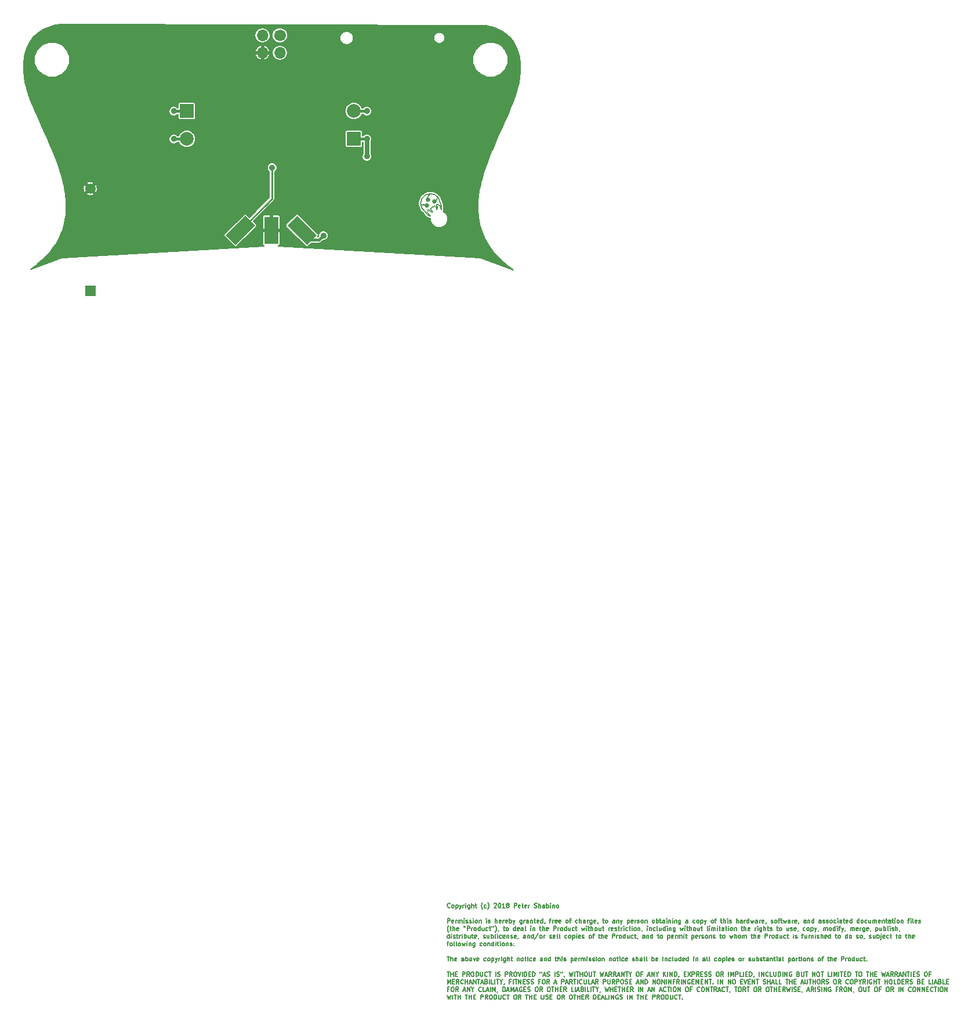
<source format=gtl>
G04 #@! TF.FileFunction,Copper,L1,Top,Signal*
%FSLAX46Y46*%
G04 Gerber Fmt 4.6, Leading zero omitted, Abs format (unit mm)*
G04 Created by KiCad (PCBNEW 4.0.7) date 06/20/18 18:14:49*
%MOMM*%
%LPD*%
G01*
G04 APERTURE LIST*
%ADD10C,0.100000*%
%ADD11C,0.158750*%
%ADD12C,0.177800*%
%ADD13C,0.635000*%
%ADD14C,1.700000*%
%ADD15O,1.700000X1.700000*%
%ADD16R,2.000000X4.000000*%
%ADD17C,2.000000*%
%ADD18R,2.000000X2.000000*%
%ADD19R,1.524000X1.524000*%
%ADD20C,1.524000*%
%ADD21C,0.889000*%
%ADD22C,0.635000*%
%ADD23C,0.381000*%
%ADD24C,0.254000*%
G04 APERTURE END LIST*
D10*
D11*
X178504548Y-167422286D02*
X178474310Y-167452524D01*
X178383595Y-167482762D01*
X178323119Y-167482762D01*
X178232405Y-167452524D01*
X178171929Y-167392048D01*
X178141690Y-167331571D01*
X178111452Y-167210619D01*
X178111452Y-167119905D01*
X178141690Y-166998952D01*
X178171929Y-166938476D01*
X178232405Y-166878000D01*
X178323119Y-166847762D01*
X178383595Y-166847762D01*
X178474310Y-166878000D01*
X178504548Y-166908238D01*
X178867405Y-167482762D02*
X178806929Y-167452524D01*
X178776690Y-167422286D01*
X178746452Y-167361810D01*
X178746452Y-167180381D01*
X178776690Y-167119905D01*
X178806929Y-167089667D01*
X178867405Y-167059429D01*
X178958119Y-167059429D01*
X179018595Y-167089667D01*
X179048833Y-167119905D01*
X179079071Y-167180381D01*
X179079071Y-167361810D01*
X179048833Y-167422286D01*
X179018595Y-167452524D01*
X178958119Y-167482762D01*
X178867405Y-167482762D01*
X179351214Y-167059429D02*
X179351214Y-167694429D01*
X179351214Y-167089667D02*
X179411691Y-167059429D01*
X179532643Y-167059429D01*
X179593119Y-167089667D01*
X179623357Y-167119905D01*
X179653595Y-167180381D01*
X179653595Y-167361810D01*
X179623357Y-167422286D01*
X179593119Y-167452524D01*
X179532643Y-167482762D01*
X179411691Y-167482762D01*
X179351214Y-167452524D01*
X179865262Y-167059429D02*
X180016453Y-167482762D01*
X180167643Y-167059429D02*
X180016453Y-167482762D01*
X179955977Y-167633952D01*
X179925738Y-167664190D01*
X179865262Y-167694429D01*
X180409548Y-167482762D02*
X180409548Y-167059429D01*
X180409548Y-167180381D02*
X180439787Y-167119905D01*
X180470025Y-167089667D01*
X180530501Y-167059429D01*
X180590977Y-167059429D01*
X180802643Y-167482762D02*
X180802643Y-167059429D01*
X180802643Y-166847762D02*
X180772405Y-166878000D01*
X180802643Y-166908238D01*
X180832882Y-166878000D01*
X180802643Y-166847762D01*
X180802643Y-166908238D01*
X181377167Y-167059429D02*
X181377167Y-167573476D01*
X181346929Y-167633952D01*
X181316691Y-167664190D01*
X181256215Y-167694429D01*
X181165501Y-167694429D01*
X181105024Y-167664190D01*
X181377167Y-167452524D02*
X181316691Y-167482762D01*
X181195739Y-167482762D01*
X181135263Y-167452524D01*
X181105024Y-167422286D01*
X181074786Y-167361810D01*
X181074786Y-167180381D01*
X181105024Y-167119905D01*
X181135263Y-167089667D01*
X181195739Y-167059429D01*
X181316691Y-167059429D01*
X181377167Y-167089667D01*
X181679548Y-167482762D02*
X181679548Y-166847762D01*
X181951691Y-167482762D02*
X181951691Y-167150143D01*
X181921453Y-167089667D01*
X181860977Y-167059429D01*
X181770263Y-167059429D01*
X181709787Y-167089667D01*
X181679548Y-167119905D01*
X182163358Y-167059429D02*
X182405263Y-167059429D01*
X182254072Y-166847762D02*
X182254072Y-167392048D01*
X182284311Y-167452524D01*
X182344787Y-167482762D01*
X182405263Y-167482762D01*
X183282168Y-167724667D02*
X183251930Y-167694429D01*
X183191454Y-167603714D01*
X183161216Y-167543238D01*
X183130978Y-167452524D01*
X183100739Y-167301333D01*
X183100739Y-167180381D01*
X183130978Y-167029190D01*
X183161216Y-166938476D01*
X183191454Y-166878000D01*
X183251930Y-166787286D01*
X183282168Y-166757048D01*
X183796215Y-167452524D02*
X183735739Y-167482762D01*
X183614787Y-167482762D01*
X183554311Y-167452524D01*
X183524072Y-167422286D01*
X183493834Y-167361810D01*
X183493834Y-167180381D01*
X183524072Y-167119905D01*
X183554311Y-167089667D01*
X183614787Y-167059429D01*
X183735739Y-167059429D01*
X183796215Y-167089667D01*
X184007882Y-167724667D02*
X184038120Y-167694429D01*
X184098597Y-167603714D01*
X184128835Y-167543238D01*
X184159073Y-167452524D01*
X184189311Y-167301333D01*
X184189311Y-167180381D01*
X184159073Y-167029190D01*
X184128835Y-166938476D01*
X184098597Y-166878000D01*
X184038120Y-166787286D01*
X184007882Y-166757048D01*
X184945263Y-166908238D02*
X184975501Y-166878000D01*
X185035978Y-166847762D01*
X185187168Y-166847762D01*
X185247644Y-166878000D01*
X185277882Y-166908238D01*
X185308121Y-166968714D01*
X185308121Y-167029190D01*
X185277882Y-167119905D01*
X184915025Y-167482762D01*
X185308121Y-167482762D01*
X185701216Y-166847762D02*
X185761692Y-166847762D01*
X185822168Y-166878000D01*
X185852406Y-166908238D01*
X185882644Y-166968714D01*
X185912883Y-167089667D01*
X185912883Y-167240857D01*
X185882644Y-167361810D01*
X185852406Y-167422286D01*
X185822168Y-167452524D01*
X185761692Y-167482762D01*
X185701216Y-167482762D01*
X185640740Y-167452524D01*
X185610502Y-167422286D01*
X185580263Y-167361810D01*
X185550025Y-167240857D01*
X185550025Y-167089667D01*
X185580263Y-166968714D01*
X185610502Y-166908238D01*
X185640740Y-166878000D01*
X185701216Y-166847762D01*
X186517645Y-167482762D02*
X186154787Y-167482762D01*
X186336216Y-167482762D02*
X186336216Y-166847762D01*
X186275740Y-166938476D01*
X186215264Y-166998952D01*
X186154787Y-167029190D01*
X186880502Y-167119905D02*
X186820026Y-167089667D01*
X186789787Y-167059429D01*
X186759549Y-166998952D01*
X186759549Y-166968714D01*
X186789787Y-166908238D01*
X186820026Y-166878000D01*
X186880502Y-166847762D01*
X187001454Y-166847762D01*
X187061930Y-166878000D01*
X187092168Y-166908238D01*
X187122407Y-166968714D01*
X187122407Y-166998952D01*
X187092168Y-167059429D01*
X187061930Y-167089667D01*
X187001454Y-167119905D01*
X186880502Y-167119905D01*
X186820026Y-167150143D01*
X186789787Y-167180381D01*
X186759549Y-167240857D01*
X186759549Y-167361810D01*
X186789787Y-167422286D01*
X186820026Y-167452524D01*
X186880502Y-167482762D01*
X187001454Y-167482762D01*
X187061930Y-167452524D01*
X187092168Y-167422286D01*
X187122407Y-167361810D01*
X187122407Y-167240857D01*
X187092168Y-167180381D01*
X187061930Y-167150143D01*
X187001454Y-167119905D01*
X187878359Y-167482762D02*
X187878359Y-166847762D01*
X188120264Y-166847762D01*
X188180740Y-166878000D01*
X188210979Y-166908238D01*
X188241217Y-166968714D01*
X188241217Y-167059429D01*
X188210979Y-167119905D01*
X188180740Y-167150143D01*
X188120264Y-167180381D01*
X187878359Y-167180381D01*
X188755264Y-167452524D02*
X188694788Y-167482762D01*
X188573836Y-167482762D01*
X188513359Y-167452524D01*
X188483121Y-167392048D01*
X188483121Y-167150143D01*
X188513359Y-167089667D01*
X188573836Y-167059429D01*
X188694788Y-167059429D01*
X188755264Y-167089667D01*
X188785502Y-167150143D01*
X188785502Y-167210619D01*
X188483121Y-167271095D01*
X188966931Y-167059429D02*
X189208836Y-167059429D01*
X189057645Y-166847762D02*
X189057645Y-167392048D01*
X189087884Y-167452524D01*
X189148360Y-167482762D01*
X189208836Y-167482762D01*
X189662407Y-167452524D02*
X189601931Y-167482762D01*
X189480979Y-167482762D01*
X189420502Y-167452524D01*
X189390264Y-167392048D01*
X189390264Y-167150143D01*
X189420502Y-167089667D01*
X189480979Y-167059429D01*
X189601931Y-167059429D01*
X189662407Y-167089667D01*
X189692645Y-167150143D01*
X189692645Y-167210619D01*
X189390264Y-167271095D01*
X189964788Y-167482762D02*
X189964788Y-167059429D01*
X189964788Y-167180381D02*
X189995027Y-167119905D01*
X190025265Y-167089667D01*
X190085741Y-167059429D01*
X190146217Y-167059429D01*
X190811455Y-167452524D02*
X190902170Y-167482762D01*
X191053360Y-167482762D01*
X191113836Y-167452524D01*
X191144074Y-167422286D01*
X191174313Y-167361810D01*
X191174313Y-167301333D01*
X191144074Y-167240857D01*
X191113836Y-167210619D01*
X191053360Y-167180381D01*
X190932408Y-167150143D01*
X190871932Y-167119905D01*
X190841693Y-167089667D01*
X190811455Y-167029190D01*
X190811455Y-166968714D01*
X190841693Y-166908238D01*
X190871932Y-166878000D01*
X190932408Y-166847762D01*
X191083598Y-166847762D01*
X191174313Y-166878000D01*
X191446455Y-167482762D02*
X191446455Y-166847762D01*
X191718598Y-167482762D02*
X191718598Y-167150143D01*
X191688360Y-167089667D01*
X191627884Y-167059429D01*
X191537170Y-167059429D01*
X191476694Y-167089667D01*
X191446455Y-167119905D01*
X192293122Y-167482762D02*
X192293122Y-167150143D01*
X192262884Y-167089667D01*
X192202408Y-167059429D01*
X192081456Y-167059429D01*
X192020979Y-167089667D01*
X192293122Y-167452524D02*
X192232646Y-167482762D01*
X192081456Y-167482762D01*
X192020979Y-167452524D01*
X191990741Y-167392048D01*
X191990741Y-167331571D01*
X192020979Y-167271095D01*
X192081456Y-167240857D01*
X192232646Y-167240857D01*
X192293122Y-167210619D01*
X192595503Y-167482762D02*
X192595503Y-166847762D01*
X192595503Y-167089667D02*
X192655980Y-167059429D01*
X192776932Y-167059429D01*
X192837408Y-167089667D01*
X192867646Y-167119905D01*
X192897884Y-167180381D01*
X192897884Y-167361810D01*
X192867646Y-167422286D01*
X192837408Y-167452524D01*
X192776932Y-167482762D01*
X192655980Y-167482762D01*
X192595503Y-167452524D01*
X193170027Y-167482762D02*
X193170027Y-167059429D01*
X193170027Y-166847762D02*
X193139789Y-166878000D01*
X193170027Y-166908238D01*
X193200266Y-166878000D01*
X193170027Y-166847762D01*
X193170027Y-166908238D01*
X193472408Y-167059429D02*
X193472408Y-167482762D01*
X193472408Y-167119905D02*
X193502647Y-167089667D01*
X193563123Y-167059429D01*
X193653837Y-167059429D01*
X193714313Y-167089667D01*
X193744551Y-167150143D01*
X193744551Y-167482762D01*
X194137647Y-167482762D02*
X194077171Y-167452524D01*
X194046932Y-167422286D01*
X194016694Y-167361810D01*
X194016694Y-167180381D01*
X194046932Y-167119905D01*
X194077171Y-167089667D01*
X194137647Y-167059429D01*
X194228361Y-167059429D01*
X194288837Y-167089667D01*
X194319075Y-167119905D01*
X194349313Y-167180381D01*
X194349313Y-167361810D01*
X194319075Y-167422286D01*
X194288837Y-167452524D01*
X194228361Y-167482762D01*
X194137647Y-167482762D01*
X178141690Y-169705262D02*
X178141690Y-169070262D01*
X178383595Y-169070262D01*
X178444071Y-169100500D01*
X178474310Y-169130738D01*
X178504548Y-169191214D01*
X178504548Y-169281929D01*
X178474310Y-169342405D01*
X178444071Y-169372643D01*
X178383595Y-169402881D01*
X178141690Y-169402881D01*
X179018595Y-169675024D02*
X178958119Y-169705262D01*
X178837167Y-169705262D01*
X178776690Y-169675024D01*
X178746452Y-169614548D01*
X178746452Y-169372643D01*
X178776690Y-169312167D01*
X178837167Y-169281929D01*
X178958119Y-169281929D01*
X179018595Y-169312167D01*
X179048833Y-169372643D01*
X179048833Y-169433119D01*
X178746452Y-169493595D01*
X179320976Y-169705262D02*
X179320976Y-169281929D01*
X179320976Y-169402881D02*
X179351215Y-169342405D01*
X179381453Y-169312167D01*
X179441929Y-169281929D01*
X179502405Y-169281929D01*
X179714071Y-169705262D02*
X179714071Y-169281929D01*
X179714071Y-169342405D02*
X179744310Y-169312167D01*
X179804786Y-169281929D01*
X179895500Y-169281929D01*
X179955976Y-169312167D01*
X179986214Y-169372643D01*
X179986214Y-169705262D01*
X179986214Y-169372643D02*
X180016452Y-169312167D01*
X180076929Y-169281929D01*
X180167643Y-169281929D01*
X180228119Y-169312167D01*
X180258357Y-169372643D01*
X180258357Y-169705262D01*
X180560738Y-169705262D02*
X180560738Y-169281929D01*
X180560738Y-169070262D02*
X180530500Y-169100500D01*
X180560738Y-169130738D01*
X180590977Y-169100500D01*
X180560738Y-169070262D01*
X180560738Y-169130738D01*
X180832881Y-169675024D02*
X180893358Y-169705262D01*
X181014310Y-169705262D01*
X181074786Y-169675024D01*
X181105024Y-169614548D01*
X181105024Y-169584310D01*
X181074786Y-169523833D01*
X181014310Y-169493595D01*
X180923596Y-169493595D01*
X180863119Y-169463357D01*
X180832881Y-169402881D01*
X180832881Y-169372643D01*
X180863119Y-169312167D01*
X180923596Y-169281929D01*
X181014310Y-169281929D01*
X181074786Y-169312167D01*
X181346929Y-169675024D02*
X181407406Y-169705262D01*
X181528358Y-169705262D01*
X181588834Y-169675024D01*
X181619072Y-169614548D01*
X181619072Y-169584310D01*
X181588834Y-169523833D01*
X181528358Y-169493595D01*
X181437644Y-169493595D01*
X181377167Y-169463357D01*
X181346929Y-169402881D01*
X181346929Y-169372643D01*
X181377167Y-169312167D01*
X181437644Y-169281929D01*
X181528358Y-169281929D01*
X181588834Y-169312167D01*
X181891215Y-169705262D02*
X181891215Y-169281929D01*
X181891215Y-169070262D02*
X181860977Y-169100500D01*
X181891215Y-169130738D01*
X181921454Y-169100500D01*
X181891215Y-169070262D01*
X181891215Y-169130738D01*
X182284311Y-169705262D02*
X182223835Y-169675024D01*
X182193596Y-169644786D01*
X182163358Y-169584310D01*
X182163358Y-169402881D01*
X182193596Y-169342405D01*
X182223835Y-169312167D01*
X182284311Y-169281929D01*
X182375025Y-169281929D01*
X182435501Y-169312167D01*
X182465739Y-169342405D01*
X182495977Y-169402881D01*
X182495977Y-169584310D01*
X182465739Y-169644786D01*
X182435501Y-169675024D01*
X182375025Y-169705262D01*
X182284311Y-169705262D01*
X182768120Y-169281929D02*
X182768120Y-169705262D01*
X182768120Y-169342405D02*
X182798359Y-169312167D01*
X182858835Y-169281929D01*
X182949549Y-169281929D01*
X183010025Y-169312167D01*
X183040263Y-169372643D01*
X183040263Y-169705262D01*
X183826454Y-169705262D02*
X183826454Y-169281929D01*
X183826454Y-169070262D02*
X183796216Y-169100500D01*
X183826454Y-169130738D01*
X183856693Y-169100500D01*
X183826454Y-169070262D01*
X183826454Y-169130738D01*
X184098597Y-169675024D02*
X184159074Y-169705262D01*
X184280026Y-169705262D01*
X184340502Y-169675024D01*
X184370740Y-169614548D01*
X184370740Y-169584310D01*
X184340502Y-169523833D01*
X184280026Y-169493595D01*
X184189312Y-169493595D01*
X184128835Y-169463357D01*
X184098597Y-169402881D01*
X184098597Y-169372643D01*
X184128835Y-169312167D01*
X184189312Y-169281929D01*
X184280026Y-169281929D01*
X184340502Y-169312167D01*
X185126693Y-169705262D02*
X185126693Y-169070262D01*
X185398836Y-169705262D02*
X185398836Y-169372643D01*
X185368598Y-169312167D01*
X185308122Y-169281929D01*
X185217408Y-169281929D01*
X185156932Y-169312167D01*
X185126693Y-169342405D01*
X185943122Y-169675024D02*
X185882646Y-169705262D01*
X185761694Y-169705262D01*
X185701217Y-169675024D01*
X185670979Y-169614548D01*
X185670979Y-169372643D01*
X185701217Y-169312167D01*
X185761694Y-169281929D01*
X185882646Y-169281929D01*
X185943122Y-169312167D01*
X185973360Y-169372643D01*
X185973360Y-169433119D01*
X185670979Y-169493595D01*
X186245503Y-169705262D02*
X186245503Y-169281929D01*
X186245503Y-169402881D02*
X186275742Y-169342405D01*
X186305980Y-169312167D01*
X186366456Y-169281929D01*
X186426932Y-169281929D01*
X186880503Y-169675024D02*
X186820027Y-169705262D01*
X186699075Y-169705262D01*
X186638598Y-169675024D01*
X186608360Y-169614548D01*
X186608360Y-169372643D01*
X186638598Y-169312167D01*
X186699075Y-169281929D01*
X186820027Y-169281929D01*
X186880503Y-169312167D01*
X186910741Y-169372643D01*
X186910741Y-169433119D01*
X186608360Y-169493595D01*
X187182884Y-169705262D02*
X187182884Y-169070262D01*
X187182884Y-169312167D02*
X187243361Y-169281929D01*
X187364313Y-169281929D01*
X187424789Y-169312167D01*
X187455027Y-169342405D01*
X187485265Y-169402881D01*
X187485265Y-169584310D01*
X187455027Y-169644786D01*
X187424789Y-169675024D01*
X187364313Y-169705262D01*
X187243361Y-169705262D01*
X187182884Y-169675024D01*
X187696932Y-169281929D02*
X187848123Y-169705262D01*
X187999313Y-169281929D02*
X187848123Y-169705262D01*
X187787647Y-169856452D01*
X187757408Y-169886690D01*
X187696932Y-169916929D01*
X188997171Y-169281929D02*
X188997171Y-169795976D01*
X188966933Y-169856452D01*
X188936695Y-169886690D01*
X188876219Y-169916929D01*
X188785505Y-169916929D01*
X188725028Y-169886690D01*
X188997171Y-169675024D02*
X188936695Y-169705262D01*
X188815743Y-169705262D01*
X188755267Y-169675024D01*
X188725028Y-169644786D01*
X188694790Y-169584310D01*
X188694790Y-169402881D01*
X188725028Y-169342405D01*
X188755267Y-169312167D01*
X188815743Y-169281929D01*
X188936695Y-169281929D01*
X188997171Y-169312167D01*
X189299552Y-169705262D02*
X189299552Y-169281929D01*
X189299552Y-169402881D02*
X189329791Y-169342405D01*
X189360029Y-169312167D01*
X189420505Y-169281929D01*
X189480981Y-169281929D01*
X189964790Y-169705262D02*
X189964790Y-169372643D01*
X189934552Y-169312167D01*
X189874076Y-169281929D01*
X189753124Y-169281929D01*
X189692647Y-169312167D01*
X189964790Y-169675024D02*
X189904314Y-169705262D01*
X189753124Y-169705262D01*
X189692647Y-169675024D01*
X189662409Y-169614548D01*
X189662409Y-169554071D01*
X189692647Y-169493595D01*
X189753124Y-169463357D01*
X189904314Y-169463357D01*
X189964790Y-169433119D01*
X190267171Y-169281929D02*
X190267171Y-169705262D01*
X190267171Y-169342405D02*
X190297410Y-169312167D01*
X190357886Y-169281929D01*
X190448600Y-169281929D01*
X190509076Y-169312167D01*
X190539314Y-169372643D01*
X190539314Y-169705262D01*
X190750981Y-169281929D02*
X190992886Y-169281929D01*
X190841695Y-169070262D02*
X190841695Y-169614548D01*
X190871934Y-169675024D01*
X190932410Y-169705262D01*
X190992886Y-169705262D01*
X191446457Y-169675024D02*
X191385981Y-169705262D01*
X191265029Y-169705262D01*
X191204552Y-169675024D01*
X191174314Y-169614548D01*
X191174314Y-169372643D01*
X191204552Y-169312167D01*
X191265029Y-169281929D01*
X191385981Y-169281929D01*
X191446457Y-169312167D01*
X191476695Y-169372643D01*
X191476695Y-169433119D01*
X191174314Y-169493595D01*
X192020981Y-169705262D02*
X192020981Y-169070262D01*
X192020981Y-169675024D02*
X191960505Y-169705262D01*
X191839553Y-169705262D01*
X191779077Y-169675024D01*
X191748838Y-169644786D01*
X191718600Y-169584310D01*
X191718600Y-169402881D01*
X191748838Y-169342405D01*
X191779077Y-169312167D01*
X191839553Y-169281929D01*
X191960505Y-169281929D01*
X192020981Y-169312167D01*
X192353601Y-169675024D02*
X192353601Y-169705262D01*
X192323362Y-169765738D01*
X192293124Y-169795976D01*
X193018839Y-169281929D02*
X193260744Y-169281929D01*
X193109553Y-169705262D02*
X193109553Y-169160976D01*
X193139792Y-169100500D01*
X193200268Y-169070262D01*
X193260744Y-169070262D01*
X193472410Y-169705262D02*
X193472410Y-169281929D01*
X193472410Y-169402881D02*
X193502649Y-169342405D01*
X193532887Y-169312167D01*
X193593363Y-169281929D01*
X193653839Y-169281929D01*
X194107410Y-169675024D02*
X194046934Y-169705262D01*
X193925982Y-169705262D01*
X193865505Y-169675024D01*
X193835267Y-169614548D01*
X193835267Y-169372643D01*
X193865505Y-169312167D01*
X193925982Y-169281929D01*
X194046934Y-169281929D01*
X194107410Y-169312167D01*
X194137648Y-169372643D01*
X194137648Y-169433119D01*
X193835267Y-169493595D01*
X194651696Y-169675024D02*
X194591220Y-169705262D01*
X194470268Y-169705262D01*
X194409791Y-169675024D01*
X194379553Y-169614548D01*
X194379553Y-169372643D01*
X194409791Y-169312167D01*
X194470268Y-169281929D01*
X194591220Y-169281929D01*
X194651696Y-169312167D01*
X194681934Y-169372643D01*
X194681934Y-169433119D01*
X194379553Y-169493595D01*
X195528602Y-169705262D02*
X195468126Y-169675024D01*
X195437887Y-169644786D01*
X195407649Y-169584310D01*
X195407649Y-169402881D01*
X195437887Y-169342405D01*
X195468126Y-169312167D01*
X195528602Y-169281929D01*
X195619316Y-169281929D01*
X195679792Y-169312167D01*
X195710030Y-169342405D01*
X195740268Y-169402881D01*
X195740268Y-169584310D01*
X195710030Y-169644786D01*
X195679792Y-169675024D01*
X195619316Y-169705262D01*
X195528602Y-169705262D01*
X195921697Y-169281929D02*
X196163602Y-169281929D01*
X196012411Y-169705262D02*
X196012411Y-169160976D01*
X196042650Y-169100500D01*
X196103126Y-169070262D01*
X196163602Y-169070262D01*
X197131221Y-169675024D02*
X197070745Y-169705262D01*
X196949793Y-169705262D01*
X196889317Y-169675024D01*
X196859078Y-169644786D01*
X196828840Y-169584310D01*
X196828840Y-169402881D01*
X196859078Y-169342405D01*
X196889317Y-169312167D01*
X196949793Y-169281929D01*
X197070745Y-169281929D01*
X197131221Y-169312167D01*
X197403364Y-169705262D02*
X197403364Y-169070262D01*
X197675507Y-169705262D02*
X197675507Y-169372643D01*
X197645269Y-169312167D01*
X197584793Y-169281929D01*
X197494079Y-169281929D01*
X197433603Y-169312167D01*
X197403364Y-169342405D01*
X198250031Y-169705262D02*
X198250031Y-169372643D01*
X198219793Y-169312167D01*
X198159317Y-169281929D01*
X198038365Y-169281929D01*
X197977888Y-169312167D01*
X198250031Y-169675024D02*
X198189555Y-169705262D01*
X198038365Y-169705262D01*
X197977888Y-169675024D01*
X197947650Y-169614548D01*
X197947650Y-169554071D01*
X197977888Y-169493595D01*
X198038365Y-169463357D01*
X198189555Y-169463357D01*
X198250031Y-169433119D01*
X198552412Y-169705262D02*
X198552412Y-169281929D01*
X198552412Y-169402881D02*
X198582651Y-169342405D01*
X198612889Y-169312167D01*
X198673365Y-169281929D01*
X198733841Y-169281929D01*
X199217650Y-169281929D02*
X199217650Y-169795976D01*
X199187412Y-169856452D01*
X199157174Y-169886690D01*
X199096698Y-169916929D01*
X199005984Y-169916929D01*
X198945507Y-169886690D01*
X199217650Y-169675024D02*
X199157174Y-169705262D01*
X199036222Y-169705262D01*
X198975746Y-169675024D01*
X198945507Y-169644786D01*
X198915269Y-169584310D01*
X198915269Y-169402881D01*
X198945507Y-169342405D01*
X198975746Y-169312167D01*
X199036222Y-169281929D01*
X199157174Y-169281929D01*
X199217650Y-169312167D01*
X199761936Y-169675024D02*
X199701460Y-169705262D01*
X199580508Y-169705262D01*
X199520031Y-169675024D01*
X199489793Y-169614548D01*
X199489793Y-169372643D01*
X199520031Y-169312167D01*
X199580508Y-169281929D01*
X199701460Y-169281929D01*
X199761936Y-169312167D01*
X199792174Y-169372643D01*
X199792174Y-169433119D01*
X199489793Y-169493595D01*
X200094556Y-169675024D02*
X200094556Y-169705262D01*
X200064317Y-169765738D01*
X200034079Y-169795976D01*
X200759794Y-169281929D02*
X201001699Y-169281929D01*
X200850508Y-169070262D02*
X200850508Y-169614548D01*
X200880747Y-169675024D01*
X200941223Y-169705262D01*
X201001699Y-169705262D01*
X201304080Y-169705262D02*
X201243604Y-169675024D01*
X201213365Y-169644786D01*
X201183127Y-169584310D01*
X201183127Y-169402881D01*
X201213365Y-169342405D01*
X201243604Y-169312167D01*
X201304080Y-169281929D01*
X201394794Y-169281929D01*
X201455270Y-169312167D01*
X201485508Y-169342405D01*
X201515746Y-169402881D01*
X201515746Y-169584310D01*
X201485508Y-169644786D01*
X201455270Y-169675024D01*
X201394794Y-169705262D01*
X201304080Y-169705262D01*
X202543842Y-169705262D02*
X202543842Y-169372643D01*
X202513604Y-169312167D01*
X202453128Y-169281929D01*
X202332176Y-169281929D01*
X202271699Y-169312167D01*
X202543842Y-169675024D02*
X202483366Y-169705262D01*
X202332176Y-169705262D01*
X202271699Y-169675024D01*
X202241461Y-169614548D01*
X202241461Y-169554071D01*
X202271699Y-169493595D01*
X202332176Y-169463357D01*
X202483366Y-169463357D01*
X202543842Y-169433119D01*
X202846223Y-169281929D02*
X202846223Y-169705262D01*
X202846223Y-169342405D02*
X202876462Y-169312167D01*
X202936938Y-169281929D01*
X203027652Y-169281929D01*
X203088128Y-169312167D01*
X203118366Y-169372643D01*
X203118366Y-169705262D01*
X203360271Y-169281929D02*
X203511462Y-169705262D01*
X203662652Y-169281929D02*
X203511462Y-169705262D01*
X203450986Y-169856452D01*
X203420747Y-169886690D01*
X203360271Y-169916929D01*
X204388367Y-169281929D02*
X204388367Y-169916929D01*
X204388367Y-169312167D02*
X204448844Y-169281929D01*
X204569796Y-169281929D01*
X204630272Y-169312167D01*
X204660510Y-169342405D01*
X204690748Y-169402881D01*
X204690748Y-169584310D01*
X204660510Y-169644786D01*
X204630272Y-169675024D01*
X204569796Y-169705262D01*
X204448844Y-169705262D01*
X204388367Y-169675024D01*
X205204796Y-169675024D02*
X205144320Y-169705262D01*
X205023368Y-169705262D01*
X204962891Y-169675024D01*
X204932653Y-169614548D01*
X204932653Y-169372643D01*
X204962891Y-169312167D01*
X205023368Y-169281929D01*
X205144320Y-169281929D01*
X205204796Y-169312167D01*
X205235034Y-169372643D01*
X205235034Y-169433119D01*
X204932653Y-169493595D01*
X205507177Y-169705262D02*
X205507177Y-169281929D01*
X205507177Y-169402881D02*
X205537416Y-169342405D01*
X205567654Y-169312167D01*
X205628130Y-169281929D01*
X205688606Y-169281929D01*
X205870034Y-169675024D02*
X205930511Y-169705262D01*
X206051463Y-169705262D01*
X206111939Y-169675024D01*
X206142177Y-169614548D01*
X206142177Y-169584310D01*
X206111939Y-169523833D01*
X206051463Y-169493595D01*
X205960749Y-169493595D01*
X205900272Y-169463357D01*
X205870034Y-169402881D01*
X205870034Y-169372643D01*
X205900272Y-169312167D01*
X205960749Y-169281929D01*
X206051463Y-169281929D01*
X206111939Y-169312167D01*
X206505035Y-169705262D02*
X206444559Y-169675024D01*
X206414320Y-169644786D01*
X206384082Y-169584310D01*
X206384082Y-169402881D01*
X206414320Y-169342405D01*
X206444559Y-169312167D01*
X206505035Y-169281929D01*
X206595749Y-169281929D01*
X206656225Y-169312167D01*
X206686463Y-169342405D01*
X206716701Y-169402881D01*
X206716701Y-169584310D01*
X206686463Y-169644786D01*
X206656225Y-169675024D01*
X206595749Y-169705262D01*
X206505035Y-169705262D01*
X206988844Y-169281929D02*
X206988844Y-169705262D01*
X206988844Y-169342405D02*
X207019083Y-169312167D01*
X207079559Y-169281929D01*
X207170273Y-169281929D01*
X207230749Y-169312167D01*
X207260987Y-169372643D01*
X207260987Y-169705262D01*
X208137893Y-169705262D02*
X208077417Y-169675024D01*
X208047178Y-169644786D01*
X208016940Y-169584310D01*
X208016940Y-169402881D01*
X208047178Y-169342405D01*
X208077417Y-169312167D01*
X208137893Y-169281929D01*
X208228607Y-169281929D01*
X208289083Y-169312167D01*
X208319321Y-169342405D01*
X208349559Y-169402881D01*
X208349559Y-169584310D01*
X208319321Y-169644786D01*
X208289083Y-169675024D01*
X208228607Y-169705262D01*
X208137893Y-169705262D01*
X208621702Y-169705262D02*
X208621702Y-169070262D01*
X208621702Y-169312167D02*
X208682179Y-169281929D01*
X208803131Y-169281929D01*
X208863607Y-169312167D01*
X208893845Y-169342405D01*
X208924083Y-169402881D01*
X208924083Y-169584310D01*
X208893845Y-169644786D01*
X208863607Y-169675024D01*
X208803131Y-169705262D01*
X208682179Y-169705262D01*
X208621702Y-169675024D01*
X209105512Y-169281929D02*
X209347417Y-169281929D01*
X209196226Y-169070262D02*
X209196226Y-169614548D01*
X209226465Y-169675024D01*
X209286941Y-169705262D01*
X209347417Y-169705262D01*
X209831226Y-169705262D02*
X209831226Y-169372643D01*
X209800988Y-169312167D01*
X209740512Y-169281929D01*
X209619560Y-169281929D01*
X209559083Y-169312167D01*
X209831226Y-169675024D02*
X209770750Y-169705262D01*
X209619560Y-169705262D01*
X209559083Y-169675024D01*
X209528845Y-169614548D01*
X209528845Y-169554071D01*
X209559083Y-169493595D01*
X209619560Y-169463357D01*
X209770750Y-169463357D01*
X209831226Y-169433119D01*
X210133607Y-169705262D02*
X210133607Y-169281929D01*
X210133607Y-169070262D02*
X210103369Y-169100500D01*
X210133607Y-169130738D01*
X210163846Y-169100500D01*
X210133607Y-169070262D01*
X210133607Y-169130738D01*
X210435988Y-169281929D02*
X210435988Y-169705262D01*
X210435988Y-169342405D02*
X210466227Y-169312167D01*
X210526703Y-169281929D01*
X210617417Y-169281929D01*
X210677893Y-169312167D01*
X210708131Y-169372643D01*
X210708131Y-169705262D01*
X211010512Y-169705262D02*
X211010512Y-169281929D01*
X211010512Y-169070262D02*
X210980274Y-169100500D01*
X211010512Y-169130738D01*
X211040751Y-169100500D01*
X211010512Y-169070262D01*
X211010512Y-169130738D01*
X211312893Y-169281929D02*
X211312893Y-169705262D01*
X211312893Y-169342405D02*
X211343132Y-169312167D01*
X211403608Y-169281929D01*
X211494322Y-169281929D01*
X211554798Y-169312167D01*
X211585036Y-169372643D01*
X211585036Y-169705262D01*
X212159560Y-169281929D02*
X212159560Y-169795976D01*
X212129322Y-169856452D01*
X212099084Y-169886690D01*
X212038608Y-169916929D01*
X211947894Y-169916929D01*
X211887417Y-169886690D01*
X212159560Y-169675024D02*
X212099084Y-169705262D01*
X211978132Y-169705262D01*
X211917656Y-169675024D01*
X211887417Y-169644786D01*
X211857179Y-169584310D01*
X211857179Y-169402881D01*
X211887417Y-169342405D01*
X211917656Y-169312167D01*
X211978132Y-169281929D01*
X212099084Y-169281929D01*
X212159560Y-169312167D01*
X213217894Y-169705262D02*
X213217894Y-169372643D01*
X213187656Y-169312167D01*
X213127180Y-169281929D01*
X213006228Y-169281929D01*
X212945751Y-169312167D01*
X213217894Y-169675024D02*
X213157418Y-169705262D01*
X213006228Y-169705262D01*
X212945751Y-169675024D01*
X212915513Y-169614548D01*
X212915513Y-169554071D01*
X212945751Y-169493595D01*
X213006228Y-169463357D01*
X213157418Y-169463357D01*
X213217894Y-169433119D01*
X214276228Y-169675024D02*
X214215752Y-169705262D01*
X214094800Y-169705262D01*
X214034324Y-169675024D01*
X214004085Y-169644786D01*
X213973847Y-169584310D01*
X213973847Y-169402881D01*
X214004085Y-169342405D01*
X214034324Y-169312167D01*
X214094800Y-169281929D01*
X214215752Y-169281929D01*
X214276228Y-169312167D01*
X214639086Y-169705262D02*
X214578610Y-169675024D01*
X214548371Y-169644786D01*
X214518133Y-169584310D01*
X214518133Y-169402881D01*
X214548371Y-169342405D01*
X214578610Y-169312167D01*
X214639086Y-169281929D01*
X214729800Y-169281929D01*
X214790276Y-169312167D01*
X214820514Y-169342405D01*
X214850752Y-169402881D01*
X214850752Y-169584310D01*
X214820514Y-169644786D01*
X214790276Y-169675024D01*
X214729800Y-169705262D01*
X214639086Y-169705262D01*
X215122895Y-169281929D02*
X215122895Y-169916929D01*
X215122895Y-169312167D02*
X215183372Y-169281929D01*
X215304324Y-169281929D01*
X215364800Y-169312167D01*
X215395038Y-169342405D01*
X215425276Y-169402881D01*
X215425276Y-169584310D01*
X215395038Y-169644786D01*
X215364800Y-169675024D01*
X215304324Y-169705262D01*
X215183372Y-169705262D01*
X215122895Y-169675024D01*
X215636943Y-169281929D02*
X215788134Y-169705262D01*
X215939324Y-169281929D02*
X215788134Y-169705262D01*
X215727658Y-169856452D01*
X215697419Y-169886690D01*
X215636943Y-169916929D01*
X216755754Y-169705262D02*
X216695278Y-169675024D01*
X216665039Y-169644786D01*
X216634801Y-169584310D01*
X216634801Y-169402881D01*
X216665039Y-169342405D01*
X216695278Y-169312167D01*
X216755754Y-169281929D01*
X216846468Y-169281929D01*
X216906944Y-169312167D01*
X216937182Y-169342405D01*
X216967420Y-169402881D01*
X216967420Y-169584310D01*
X216937182Y-169644786D01*
X216906944Y-169675024D01*
X216846468Y-169705262D01*
X216755754Y-169705262D01*
X217148849Y-169281929D02*
X217390754Y-169281929D01*
X217239563Y-169705262D02*
X217239563Y-169160976D01*
X217269802Y-169100500D01*
X217330278Y-169070262D01*
X217390754Y-169070262D01*
X217995516Y-169281929D02*
X218237421Y-169281929D01*
X218086230Y-169070262D02*
X218086230Y-169614548D01*
X218116469Y-169675024D01*
X218176945Y-169705262D01*
X218237421Y-169705262D01*
X218449087Y-169705262D02*
X218449087Y-169070262D01*
X218721230Y-169705262D02*
X218721230Y-169372643D01*
X218690992Y-169312167D01*
X218630516Y-169281929D01*
X218539802Y-169281929D01*
X218479326Y-169312167D01*
X218449087Y-169342405D01*
X219023611Y-169705262D02*
X219023611Y-169281929D01*
X219023611Y-169070262D02*
X218993373Y-169100500D01*
X219023611Y-169130738D01*
X219053850Y-169100500D01*
X219023611Y-169070262D01*
X219023611Y-169130738D01*
X219295754Y-169675024D02*
X219356231Y-169705262D01*
X219477183Y-169705262D01*
X219537659Y-169675024D01*
X219567897Y-169614548D01*
X219567897Y-169584310D01*
X219537659Y-169523833D01*
X219477183Y-169493595D01*
X219386469Y-169493595D01*
X219325992Y-169463357D01*
X219295754Y-169402881D01*
X219295754Y-169372643D01*
X219325992Y-169312167D01*
X219386469Y-169281929D01*
X219477183Y-169281929D01*
X219537659Y-169312167D01*
X220323850Y-169705262D02*
X220323850Y-169070262D01*
X220595993Y-169705262D02*
X220595993Y-169372643D01*
X220565755Y-169312167D01*
X220505279Y-169281929D01*
X220414565Y-169281929D01*
X220354089Y-169312167D01*
X220323850Y-169342405D01*
X221170517Y-169705262D02*
X221170517Y-169372643D01*
X221140279Y-169312167D01*
X221079803Y-169281929D01*
X220958851Y-169281929D01*
X220898374Y-169312167D01*
X221170517Y-169675024D02*
X221110041Y-169705262D01*
X220958851Y-169705262D01*
X220898374Y-169675024D01*
X220868136Y-169614548D01*
X220868136Y-169554071D01*
X220898374Y-169493595D01*
X220958851Y-169463357D01*
X221110041Y-169463357D01*
X221170517Y-169433119D01*
X221472898Y-169705262D02*
X221472898Y-169281929D01*
X221472898Y-169402881D02*
X221503137Y-169342405D01*
X221533375Y-169312167D01*
X221593851Y-169281929D01*
X221654327Y-169281929D01*
X222138136Y-169705262D02*
X222138136Y-169070262D01*
X222138136Y-169675024D02*
X222077660Y-169705262D01*
X221956708Y-169705262D01*
X221896232Y-169675024D01*
X221865993Y-169644786D01*
X221835755Y-169584310D01*
X221835755Y-169402881D01*
X221865993Y-169342405D01*
X221896232Y-169312167D01*
X221956708Y-169281929D01*
X222077660Y-169281929D01*
X222138136Y-169312167D01*
X222380041Y-169281929D02*
X222500994Y-169705262D01*
X222621946Y-169402881D01*
X222742898Y-169705262D01*
X222863851Y-169281929D01*
X223377898Y-169705262D02*
X223377898Y-169372643D01*
X223347660Y-169312167D01*
X223287184Y-169281929D01*
X223166232Y-169281929D01*
X223105755Y-169312167D01*
X223377898Y-169675024D02*
X223317422Y-169705262D01*
X223166232Y-169705262D01*
X223105755Y-169675024D01*
X223075517Y-169614548D01*
X223075517Y-169554071D01*
X223105755Y-169493595D01*
X223166232Y-169463357D01*
X223317422Y-169463357D01*
X223377898Y-169433119D01*
X223680279Y-169705262D02*
X223680279Y-169281929D01*
X223680279Y-169402881D02*
X223710518Y-169342405D01*
X223740756Y-169312167D01*
X223801232Y-169281929D01*
X223861708Y-169281929D01*
X224315279Y-169675024D02*
X224254803Y-169705262D01*
X224133851Y-169705262D01*
X224073374Y-169675024D01*
X224043136Y-169614548D01*
X224043136Y-169372643D01*
X224073374Y-169312167D01*
X224133851Y-169281929D01*
X224254803Y-169281929D01*
X224315279Y-169312167D01*
X224345517Y-169372643D01*
X224345517Y-169433119D01*
X224043136Y-169493595D01*
X224647899Y-169675024D02*
X224647899Y-169705262D01*
X224617660Y-169765738D01*
X224587422Y-169795976D01*
X225373613Y-169675024D02*
X225434090Y-169705262D01*
X225555042Y-169705262D01*
X225615518Y-169675024D01*
X225645756Y-169614548D01*
X225645756Y-169584310D01*
X225615518Y-169523833D01*
X225555042Y-169493595D01*
X225464328Y-169493595D01*
X225403851Y-169463357D01*
X225373613Y-169402881D01*
X225373613Y-169372643D01*
X225403851Y-169312167D01*
X225464328Y-169281929D01*
X225555042Y-169281929D01*
X225615518Y-169312167D01*
X226008614Y-169705262D02*
X225948138Y-169675024D01*
X225917899Y-169644786D01*
X225887661Y-169584310D01*
X225887661Y-169402881D01*
X225917899Y-169342405D01*
X225948138Y-169312167D01*
X226008614Y-169281929D01*
X226099328Y-169281929D01*
X226159804Y-169312167D01*
X226190042Y-169342405D01*
X226220280Y-169402881D01*
X226220280Y-169584310D01*
X226190042Y-169644786D01*
X226159804Y-169675024D01*
X226099328Y-169705262D01*
X226008614Y-169705262D01*
X226401709Y-169281929D02*
X226643614Y-169281929D01*
X226492423Y-169705262D02*
X226492423Y-169160976D01*
X226522662Y-169100500D01*
X226583138Y-169070262D01*
X226643614Y-169070262D01*
X226764566Y-169281929D02*
X227006471Y-169281929D01*
X226855280Y-169070262D02*
X226855280Y-169614548D01*
X226885519Y-169675024D01*
X226945995Y-169705262D01*
X227006471Y-169705262D01*
X227157661Y-169281929D02*
X227278614Y-169705262D01*
X227399566Y-169402881D01*
X227520518Y-169705262D01*
X227641471Y-169281929D01*
X228155518Y-169705262D02*
X228155518Y-169372643D01*
X228125280Y-169312167D01*
X228064804Y-169281929D01*
X227943852Y-169281929D01*
X227883375Y-169312167D01*
X228155518Y-169675024D02*
X228095042Y-169705262D01*
X227943852Y-169705262D01*
X227883375Y-169675024D01*
X227853137Y-169614548D01*
X227853137Y-169554071D01*
X227883375Y-169493595D01*
X227943852Y-169463357D01*
X228095042Y-169463357D01*
X228155518Y-169433119D01*
X228457899Y-169705262D02*
X228457899Y-169281929D01*
X228457899Y-169402881D02*
X228488138Y-169342405D01*
X228518376Y-169312167D01*
X228578852Y-169281929D01*
X228639328Y-169281929D01*
X229092899Y-169675024D02*
X229032423Y-169705262D01*
X228911471Y-169705262D01*
X228850994Y-169675024D01*
X228820756Y-169614548D01*
X228820756Y-169372643D01*
X228850994Y-169312167D01*
X228911471Y-169281929D01*
X229032423Y-169281929D01*
X229092899Y-169312167D01*
X229123137Y-169372643D01*
X229123137Y-169433119D01*
X228820756Y-169493595D01*
X229425519Y-169675024D02*
X229425519Y-169705262D01*
X229395280Y-169765738D01*
X229365042Y-169795976D01*
X230453614Y-169705262D02*
X230453614Y-169372643D01*
X230423376Y-169312167D01*
X230362900Y-169281929D01*
X230241948Y-169281929D01*
X230181471Y-169312167D01*
X230453614Y-169675024D02*
X230393138Y-169705262D01*
X230241948Y-169705262D01*
X230181471Y-169675024D01*
X230151233Y-169614548D01*
X230151233Y-169554071D01*
X230181471Y-169493595D01*
X230241948Y-169463357D01*
X230393138Y-169463357D01*
X230453614Y-169433119D01*
X230755995Y-169281929D02*
X230755995Y-169705262D01*
X230755995Y-169342405D02*
X230786234Y-169312167D01*
X230846710Y-169281929D01*
X230937424Y-169281929D01*
X230997900Y-169312167D01*
X231028138Y-169372643D01*
X231028138Y-169705262D01*
X231602662Y-169705262D02*
X231602662Y-169070262D01*
X231602662Y-169675024D02*
X231542186Y-169705262D01*
X231421234Y-169705262D01*
X231360758Y-169675024D01*
X231330519Y-169644786D01*
X231300281Y-169584310D01*
X231300281Y-169402881D01*
X231330519Y-169342405D01*
X231360758Y-169312167D01*
X231421234Y-169281929D01*
X231542186Y-169281929D01*
X231602662Y-169312167D01*
X232660996Y-169705262D02*
X232660996Y-169372643D01*
X232630758Y-169312167D01*
X232570282Y-169281929D01*
X232449330Y-169281929D01*
X232388853Y-169312167D01*
X232660996Y-169675024D02*
X232600520Y-169705262D01*
X232449330Y-169705262D01*
X232388853Y-169675024D01*
X232358615Y-169614548D01*
X232358615Y-169554071D01*
X232388853Y-169493595D01*
X232449330Y-169463357D01*
X232600520Y-169463357D01*
X232660996Y-169433119D01*
X232933139Y-169675024D02*
X232993616Y-169705262D01*
X233114568Y-169705262D01*
X233175044Y-169675024D01*
X233205282Y-169614548D01*
X233205282Y-169584310D01*
X233175044Y-169523833D01*
X233114568Y-169493595D01*
X233023854Y-169493595D01*
X232963377Y-169463357D01*
X232933139Y-169402881D01*
X232933139Y-169372643D01*
X232963377Y-169312167D01*
X233023854Y-169281929D01*
X233114568Y-169281929D01*
X233175044Y-169312167D01*
X233447187Y-169675024D02*
X233507664Y-169705262D01*
X233628616Y-169705262D01*
X233689092Y-169675024D01*
X233719330Y-169614548D01*
X233719330Y-169584310D01*
X233689092Y-169523833D01*
X233628616Y-169493595D01*
X233537902Y-169493595D01*
X233477425Y-169463357D01*
X233447187Y-169402881D01*
X233447187Y-169372643D01*
X233477425Y-169312167D01*
X233537902Y-169281929D01*
X233628616Y-169281929D01*
X233689092Y-169312167D01*
X234082188Y-169705262D02*
X234021712Y-169675024D01*
X233991473Y-169644786D01*
X233961235Y-169584310D01*
X233961235Y-169402881D01*
X233991473Y-169342405D01*
X234021712Y-169312167D01*
X234082188Y-169281929D01*
X234172902Y-169281929D01*
X234233378Y-169312167D01*
X234263616Y-169342405D01*
X234293854Y-169402881D01*
X234293854Y-169584310D01*
X234263616Y-169644786D01*
X234233378Y-169675024D01*
X234172902Y-169705262D01*
X234082188Y-169705262D01*
X234838140Y-169675024D02*
X234777664Y-169705262D01*
X234656712Y-169705262D01*
X234596236Y-169675024D01*
X234565997Y-169644786D01*
X234535759Y-169584310D01*
X234535759Y-169402881D01*
X234565997Y-169342405D01*
X234596236Y-169312167D01*
X234656712Y-169281929D01*
X234777664Y-169281929D01*
X234838140Y-169312167D01*
X235110283Y-169705262D02*
X235110283Y-169281929D01*
X235110283Y-169070262D02*
X235080045Y-169100500D01*
X235110283Y-169130738D01*
X235140522Y-169100500D01*
X235110283Y-169070262D01*
X235110283Y-169130738D01*
X235684807Y-169705262D02*
X235684807Y-169372643D01*
X235654569Y-169312167D01*
X235594093Y-169281929D01*
X235473141Y-169281929D01*
X235412664Y-169312167D01*
X235684807Y-169675024D02*
X235624331Y-169705262D01*
X235473141Y-169705262D01*
X235412664Y-169675024D01*
X235382426Y-169614548D01*
X235382426Y-169554071D01*
X235412664Y-169493595D01*
X235473141Y-169463357D01*
X235624331Y-169463357D01*
X235684807Y-169433119D01*
X235896474Y-169281929D02*
X236138379Y-169281929D01*
X235987188Y-169070262D02*
X235987188Y-169614548D01*
X236017427Y-169675024D01*
X236077903Y-169705262D01*
X236138379Y-169705262D01*
X236591950Y-169675024D02*
X236531474Y-169705262D01*
X236410522Y-169705262D01*
X236350045Y-169675024D01*
X236319807Y-169614548D01*
X236319807Y-169372643D01*
X236350045Y-169312167D01*
X236410522Y-169281929D01*
X236531474Y-169281929D01*
X236591950Y-169312167D01*
X236622188Y-169372643D01*
X236622188Y-169433119D01*
X236319807Y-169493595D01*
X237166474Y-169705262D02*
X237166474Y-169070262D01*
X237166474Y-169675024D02*
X237105998Y-169705262D01*
X236985046Y-169705262D01*
X236924570Y-169675024D01*
X236894331Y-169644786D01*
X236864093Y-169584310D01*
X236864093Y-169402881D01*
X236894331Y-169342405D01*
X236924570Y-169312167D01*
X236985046Y-169281929D01*
X237105998Y-169281929D01*
X237166474Y-169312167D01*
X238224808Y-169705262D02*
X238224808Y-169070262D01*
X238224808Y-169675024D02*
X238164332Y-169705262D01*
X238043380Y-169705262D01*
X237982904Y-169675024D01*
X237952665Y-169644786D01*
X237922427Y-169584310D01*
X237922427Y-169402881D01*
X237952665Y-169342405D01*
X237982904Y-169312167D01*
X238043380Y-169281929D01*
X238164332Y-169281929D01*
X238224808Y-169312167D01*
X238617904Y-169705262D02*
X238557428Y-169675024D01*
X238527189Y-169644786D01*
X238496951Y-169584310D01*
X238496951Y-169402881D01*
X238527189Y-169342405D01*
X238557428Y-169312167D01*
X238617904Y-169281929D01*
X238708618Y-169281929D01*
X238769094Y-169312167D01*
X238799332Y-169342405D01*
X238829570Y-169402881D01*
X238829570Y-169584310D01*
X238799332Y-169644786D01*
X238769094Y-169675024D01*
X238708618Y-169705262D01*
X238617904Y-169705262D01*
X239373856Y-169675024D02*
X239313380Y-169705262D01*
X239192428Y-169705262D01*
X239131952Y-169675024D01*
X239101713Y-169644786D01*
X239071475Y-169584310D01*
X239071475Y-169402881D01*
X239101713Y-169342405D01*
X239131952Y-169312167D01*
X239192428Y-169281929D01*
X239313380Y-169281929D01*
X239373856Y-169312167D01*
X239918142Y-169281929D02*
X239918142Y-169705262D01*
X239645999Y-169281929D02*
X239645999Y-169614548D01*
X239676238Y-169675024D01*
X239736714Y-169705262D01*
X239827428Y-169705262D01*
X239887904Y-169675024D01*
X239918142Y-169644786D01*
X240220523Y-169705262D02*
X240220523Y-169281929D01*
X240220523Y-169342405D02*
X240250762Y-169312167D01*
X240311238Y-169281929D01*
X240401952Y-169281929D01*
X240462428Y-169312167D01*
X240492666Y-169372643D01*
X240492666Y-169705262D01*
X240492666Y-169372643D02*
X240522904Y-169312167D01*
X240583381Y-169281929D01*
X240674095Y-169281929D01*
X240734571Y-169312167D01*
X240764809Y-169372643D01*
X240764809Y-169705262D01*
X241309095Y-169675024D02*
X241248619Y-169705262D01*
X241127667Y-169705262D01*
X241067190Y-169675024D01*
X241036952Y-169614548D01*
X241036952Y-169372643D01*
X241067190Y-169312167D01*
X241127667Y-169281929D01*
X241248619Y-169281929D01*
X241309095Y-169312167D01*
X241339333Y-169372643D01*
X241339333Y-169433119D01*
X241036952Y-169493595D01*
X241611476Y-169281929D02*
X241611476Y-169705262D01*
X241611476Y-169342405D02*
X241641715Y-169312167D01*
X241702191Y-169281929D01*
X241792905Y-169281929D01*
X241853381Y-169312167D01*
X241883619Y-169372643D01*
X241883619Y-169705262D01*
X242095286Y-169281929D02*
X242337191Y-169281929D01*
X242186000Y-169070262D02*
X242186000Y-169614548D01*
X242216239Y-169675024D01*
X242276715Y-169705262D01*
X242337191Y-169705262D01*
X242821000Y-169705262D02*
X242821000Y-169372643D01*
X242790762Y-169312167D01*
X242730286Y-169281929D01*
X242609334Y-169281929D01*
X242548857Y-169312167D01*
X242821000Y-169675024D02*
X242760524Y-169705262D01*
X242609334Y-169705262D01*
X242548857Y-169675024D01*
X242518619Y-169614548D01*
X242518619Y-169554071D01*
X242548857Y-169493595D01*
X242609334Y-169463357D01*
X242760524Y-169463357D01*
X242821000Y-169433119D01*
X243032667Y-169281929D02*
X243274572Y-169281929D01*
X243123381Y-169070262D02*
X243123381Y-169614548D01*
X243153620Y-169675024D01*
X243214096Y-169705262D01*
X243274572Y-169705262D01*
X243486238Y-169705262D02*
X243486238Y-169281929D01*
X243486238Y-169070262D02*
X243456000Y-169100500D01*
X243486238Y-169130738D01*
X243516477Y-169100500D01*
X243486238Y-169070262D01*
X243486238Y-169130738D01*
X243879334Y-169705262D02*
X243818858Y-169675024D01*
X243788619Y-169644786D01*
X243758381Y-169584310D01*
X243758381Y-169402881D01*
X243788619Y-169342405D01*
X243818858Y-169312167D01*
X243879334Y-169281929D01*
X243970048Y-169281929D01*
X244030524Y-169312167D01*
X244060762Y-169342405D01*
X244091000Y-169402881D01*
X244091000Y-169584310D01*
X244060762Y-169644786D01*
X244030524Y-169675024D01*
X243970048Y-169705262D01*
X243879334Y-169705262D01*
X244363143Y-169281929D02*
X244363143Y-169705262D01*
X244363143Y-169342405D02*
X244393382Y-169312167D01*
X244453858Y-169281929D01*
X244544572Y-169281929D01*
X244605048Y-169312167D01*
X244635286Y-169372643D01*
X244635286Y-169705262D01*
X245330763Y-169281929D02*
X245572668Y-169281929D01*
X245421477Y-169705262D02*
X245421477Y-169160976D01*
X245451716Y-169100500D01*
X245512192Y-169070262D01*
X245572668Y-169070262D01*
X245784334Y-169705262D02*
X245784334Y-169281929D01*
X245784334Y-169070262D02*
X245754096Y-169100500D01*
X245784334Y-169130738D01*
X245814573Y-169100500D01*
X245784334Y-169070262D01*
X245784334Y-169130738D01*
X246177430Y-169705262D02*
X246116954Y-169675024D01*
X246086715Y-169614548D01*
X246086715Y-169070262D01*
X246661239Y-169675024D02*
X246600763Y-169705262D01*
X246479811Y-169705262D01*
X246419334Y-169675024D01*
X246389096Y-169614548D01*
X246389096Y-169372643D01*
X246419334Y-169312167D01*
X246479811Y-169281929D01*
X246600763Y-169281929D01*
X246661239Y-169312167D01*
X246691477Y-169372643D01*
X246691477Y-169433119D01*
X246389096Y-169493595D01*
X246933382Y-169675024D02*
X246993859Y-169705262D01*
X247114811Y-169705262D01*
X247175287Y-169675024D01*
X247205525Y-169614548D01*
X247205525Y-169584310D01*
X247175287Y-169523833D01*
X247114811Y-169493595D01*
X247024097Y-169493595D01*
X246963620Y-169463357D01*
X246933382Y-169402881D01*
X246933382Y-169372643D01*
X246963620Y-169312167D01*
X247024097Y-169281929D01*
X247114811Y-169281929D01*
X247175287Y-169312167D01*
X178323119Y-171058417D02*
X178292881Y-171028179D01*
X178232405Y-170937464D01*
X178202167Y-170876988D01*
X178171929Y-170786274D01*
X178141690Y-170635083D01*
X178141690Y-170514131D01*
X178171929Y-170362940D01*
X178202167Y-170272226D01*
X178232405Y-170211750D01*
X178292881Y-170121036D01*
X178323119Y-170090798D01*
X178474309Y-170393179D02*
X178716214Y-170393179D01*
X178565023Y-170181512D02*
X178565023Y-170725798D01*
X178595262Y-170786274D01*
X178655738Y-170816512D01*
X178716214Y-170816512D01*
X178927880Y-170816512D02*
X178927880Y-170181512D01*
X179200023Y-170816512D02*
X179200023Y-170483893D01*
X179169785Y-170423417D01*
X179109309Y-170393179D01*
X179018595Y-170393179D01*
X178958119Y-170423417D01*
X178927880Y-170453655D01*
X179744309Y-170786274D02*
X179683833Y-170816512D01*
X179562881Y-170816512D01*
X179502404Y-170786274D01*
X179472166Y-170725798D01*
X179472166Y-170483893D01*
X179502404Y-170423417D01*
X179562881Y-170393179D01*
X179683833Y-170393179D01*
X179744309Y-170423417D01*
X179774547Y-170483893D01*
X179774547Y-170544369D01*
X179472166Y-170604845D01*
X180500262Y-170181512D02*
X180500262Y-170302464D01*
X180742167Y-170181512D02*
X180742167Y-170302464D01*
X181014310Y-170816512D02*
X181014310Y-170181512D01*
X181256215Y-170181512D01*
X181316691Y-170211750D01*
X181346930Y-170241988D01*
X181377168Y-170302464D01*
X181377168Y-170393179D01*
X181346930Y-170453655D01*
X181316691Y-170483893D01*
X181256215Y-170514131D01*
X181014310Y-170514131D01*
X181649310Y-170816512D02*
X181649310Y-170393179D01*
X181649310Y-170514131D02*
X181679549Y-170453655D01*
X181709787Y-170423417D01*
X181770263Y-170393179D01*
X181830739Y-170393179D01*
X182133120Y-170816512D02*
X182072644Y-170786274D01*
X182042405Y-170756036D01*
X182012167Y-170695560D01*
X182012167Y-170514131D01*
X182042405Y-170453655D01*
X182072644Y-170423417D01*
X182133120Y-170393179D01*
X182223834Y-170393179D01*
X182284310Y-170423417D01*
X182314548Y-170453655D01*
X182344786Y-170514131D01*
X182344786Y-170695560D01*
X182314548Y-170756036D01*
X182284310Y-170786274D01*
X182223834Y-170816512D01*
X182133120Y-170816512D01*
X182889072Y-170816512D02*
X182889072Y-170181512D01*
X182889072Y-170786274D02*
X182828596Y-170816512D01*
X182707644Y-170816512D01*
X182647168Y-170786274D01*
X182616929Y-170756036D01*
X182586691Y-170695560D01*
X182586691Y-170514131D01*
X182616929Y-170453655D01*
X182647168Y-170423417D01*
X182707644Y-170393179D01*
X182828596Y-170393179D01*
X182889072Y-170423417D01*
X183463596Y-170393179D02*
X183463596Y-170816512D01*
X183191453Y-170393179D02*
X183191453Y-170725798D01*
X183221692Y-170786274D01*
X183282168Y-170816512D01*
X183372882Y-170816512D01*
X183433358Y-170786274D01*
X183463596Y-170756036D01*
X184038120Y-170786274D02*
X183977644Y-170816512D01*
X183856692Y-170816512D01*
X183796216Y-170786274D01*
X183765977Y-170756036D01*
X183735739Y-170695560D01*
X183735739Y-170514131D01*
X183765977Y-170453655D01*
X183796216Y-170423417D01*
X183856692Y-170393179D01*
X183977644Y-170393179D01*
X184038120Y-170423417D01*
X184219549Y-170393179D02*
X184461454Y-170393179D01*
X184310263Y-170181512D02*
X184310263Y-170725798D01*
X184340502Y-170786274D01*
X184400978Y-170816512D01*
X184461454Y-170816512D01*
X184642882Y-170181512D02*
X184642882Y-170302464D01*
X184884787Y-170181512D02*
X184884787Y-170302464D01*
X185096454Y-171058417D02*
X185126692Y-171028179D01*
X185187169Y-170937464D01*
X185217407Y-170876988D01*
X185247645Y-170786274D01*
X185277883Y-170635083D01*
X185277883Y-170514131D01*
X185247645Y-170362940D01*
X185217407Y-170272226D01*
X185187169Y-170211750D01*
X185126692Y-170121036D01*
X185096454Y-170090798D01*
X185610502Y-170786274D02*
X185610502Y-170816512D01*
X185580263Y-170876988D01*
X185550025Y-170907226D01*
X186275740Y-170393179D02*
X186517645Y-170393179D01*
X186366454Y-170181512D02*
X186366454Y-170725798D01*
X186396693Y-170786274D01*
X186457169Y-170816512D01*
X186517645Y-170816512D01*
X186820026Y-170816512D02*
X186759550Y-170786274D01*
X186729311Y-170756036D01*
X186699073Y-170695560D01*
X186699073Y-170514131D01*
X186729311Y-170453655D01*
X186759550Y-170423417D01*
X186820026Y-170393179D01*
X186910740Y-170393179D01*
X186971216Y-170423417D01*
X187001454Y-170453655D01*
X187031692Y-170514131D01*
X187031692Y-170695560D01*
X187001454Y-170756036D01*
X186971216Y-170786274D01*
X186910740Y-170816512D01*
X186820026Y-170816512D01*
X188059788Y-170816512D02*
X188059788Y-170181512D01*
X188059788Y-170786274D02*
X187999312Y-170816512D01*
X187878360Y-170816512D01*
X187817884Y-170786274D01*
X187787645Y-170756036D01*
X187757407Y-170695560D01*
X187757407Y-170514131D01*
X187787645Y-170453655D01*
X187817884Y-170423417D01*
X187878360Y-170393179D01*
X187999312Y-170393179D01*
X188059788Y-170423417D01*
X188604074Y-170786274D02*
X188543598Y-170816512D01*
X188422646Y-170816512D01*
X188362169Y-170786274D01*
X188331931Y-170725798D01*
X188331931Y-170483893D01*
X188362169Y-170423417D01*
X188422646Y-170393179D01*
X188543598Y-170393179D01*
X188604074Y-170423417D01*
X188634312Y-170483893D01*
X188634312Y-170544369D01*
X188331931Y-170604845D01*
X189178598Y-170816512D02*
X189178598Y-170483893D01*
X189148360Y-170423417D01*
X189087884Y-170393179D01*
X188966932Y-170393179D01*
X188906455Y-170423417D01*
X189178598Y-170786274D02*
X189118122Y-170816512D01*
X188966932Y-170816512D01*
X188906455Y-170786274D01*
X188876217Y-170725798D01*
X188876217Y-170665321D01*
X188906455Y-170604845D01*
X188966932Y-170574607D01*
X189118122Y-170574607D01*
X189178598Y-170544369D01*
X189571694Y-170816512D02*
X189511218Y-170786274D01*
X189480979Y-170725798D01*
X189480979Y-170181512D01*
X190297408Y-170816512D02*
X190297408Y-170393179D01*
X190297408Y-170181512D02*
X190267170Y-170211750D01*
X190297408Y-170241988D01*
X190327647Y-170211750D01*
X190297408Y-170181512D01*
X190297408Y-170241988D01*
X190599789Y-170393179D02*
X190599789Y-170816512D01*
X190599789Y-170453655D02*
X190630028Y-170423417D01*
X190690504Y-170393179D01*
X190781218Y-170393179D01*
X190841694Y-170423417D01*
X190871932Y-170483893D01*
X190871932Y-170816512D01*
X191567409Y-170393179D02*
X191809314Y-170393179D01*
X191658123Y-170181512D02*
X191658123Y-170725798D01*
X191688362Y-170786274D01*
X191748838Y-170816512D01*
X191809314Y-170816512D01*
X192020980Y-170816512D02*
X192020980Y-170181512D01*
X192293123Y-170816512D02*
X192293123Y-170483893D01*
X192262885Y-170423417D01*
X192202409Y-170393179D01*
X192111695Y-170393179D01*
X192051219Y-170423417D01*
X192020980Y-170453655D01*
X192837409Y-170786274D02*
X192776933Y-170816512D01*
X192655981Y-170816512D01*
X192595504Y-170786274D01*
X192565266Y-170725798D01*
X192565266Y-170483893D01*
X192595504Y-170423417D01*
X192655981Y-170393179D01*
X192776933Y-170393179D01*
X192837409Y-170423417D01*
X192867647Y-170483893D01*
X192867647Y-170544369D01*
X192565266Y-170604845D01*
X193623600Y-170816512D02*
X193623600Y-170181512D01*
X193865505Y-170181512D01*
X193925981Y-170211750D01*
X193956220Y-170241988D01*
X193986458Y-170302464D01*
X193986458Y-170393179D01*
X193956220Y-170453655D01*
X193925981Y-170483893D01*
X193865505Y-170514131D01*
X193623600Y-170514131D01*
X194258600Y-170816512D02*
X194258600Y-170393179D01*
X194258600Y-170514131D02*
X194288839Y-170453655D01*
X194319077Y-170423417D01*
X194379553Y-170393179D01*
X194440029Y-170393179D01*
X194742410Y-170816512D02*
X194681934Y-170786274D01*
X194651695Y-170756036D01*
X194621457Y-170695560D01*
X194621457Y-170514131D01*
X194651695Y-170453655D01*
X194681934Y-170423417D01*
X194742410Y-170393179D01*
X194833124Y-170393179D01*
X194893600Y-170423417D01*
X194923838Y-170453655D01*
X194954076Y-170514131D01*
X194954076Y-170695560D01*
X194923838Y-170756036D01*
X194893600Y-170786274D01*
X194833124Y-170816512D01*
X194742410Y-170816512D01*
X195498362Y-170816512D02*
X195498362Y-170181512D01*
X195498362Y-170786274D02*
X195437886Y-170816512D01*
X195316934Y-170816512D01*
X195256458Y-170786274D01*
X195226219Y-170756036D01*
X195195981Y-170695560D01*
X195195981Y-170514131D01*
X195226219Y-170453655D01*
X195256458Y-170423417D01*
X195316934Y-170393179D01*
X195437886Y-170393179D01*
X195498362Y-170423417D01*
X196072886Y-170393179D02*
X196072886Y-170816512D01*
X195800743Y-170393179D02*
X195800743Y-170725798D01*
X195830982Y-170786274D01*
X195891458Y-170816512D01*
X195982172Y-170816512D01*
X196042648Y-170786274D01*
X196072886Y-170756036D01*
X196647410Y-170786274D02*
X196586934Y-170816512D01*
X196465982Y-170816512D01*
X196405506Y-170786274D01*
X196375267Y-170756036D01*
X196345029Y-170695560D01*
X196345029Y-170514131D01*
X196375267Y-170453655D01*
X196405506Y-170423417D01*
X196465982Y-170393179D01*
X196586934Y-170393179D01*
X196647410Y-170423417D01*
X196828839Y-170393179D02*
X197070744Y-170393179D01*
X196919553Y-170181512D02*
X196919553Y-170725798D01*
X196949792Y-170786274D01*
X197010268Y-170816512D01*
X197070744Y-170816512D01*
X197705744Y-170393179D02*
X197826697Y-170816512D01*
X197947649Y-170514131D01*
X198068601Y-170816512D01*
X198189554Y-170393179D01*
X198431458Y-170816512D02*
X198431458Y-170393179D01*
X198431458Y-170181512D02*
X198401220Y-170211750D01*
X198431458Y-170241988D01*
X198461697Y-170211750D01*
X198431458Y-170181512D01*
X198431458Y-170241988D01*
X198643125Y-170393179D02*
X198885030Y-170393179D01*
X198733839Y-170181512D02*
X198733839Y-170725798D01*
X198764078Y-170786274D01*
X198824554Y-170816512D01*
X198885030Y-170816512D01*
X199096696Y-170816512D02*
X199096696Y-170181512D01*
X199368839Y-170816512D02*
X199368839Y-170483893D01*
X199338601Y-170423417D01*
X199278125Y-170393179D01*
X199187411Y-170393179D01*
X199126935Y-170423417D01*
X199096696Y-170453655D01*
X199761935Y-170816512D02*
X199701459Y-170786274D01*
X199671220Y-170756036D01*
X199640982Y-170695560D01*
X199640982Y-170514131D01*
X199671220Y-170453655D01*
X199701459Y-170423417D01*
X199761935Y-170393179D01*
X199852649Y-170393179D01*
X199913125Y-170423417D01*
X199943363Y-170453655D01*
X199973601Y-170514131D01*
X199973601Y-170695560D01*
X199943363Y-170756036D01*
X199913125Y-170786274D01*
X199852649Y-170816512D01*
X199761935Y-170816512D01*
X200517887Y-170393179D02*
X200517887Y-170816512D01*
X200245744Y-170393179D02*
X200245744Y-170725798D01*
X200275983Y-170786274D01*
X200336459Y-170816512D01*
X200427173Y-170816512D01*
X200487649Y-170786274D01*
X200517887Y-170756036D01*
X200729554Y-170393179D02*
X200971459Y-170393179D01*
X200820268Y-170181512D02*
X200820268Y-170725798D01*
X200850507Y-170786274D01*
X200910983Y-170816512D01*
X200971459Y-170816512D01*
X201666935Y-170816512D02*
X201666935Y-170393179D01*
X201666935Y-170514131D02*
X201697174Y-170453655D01*
X201727412Y-170423417D01*
X201787888Y-170393179D01*
X201848364Y-170393179D01*
X202301935Y-170786274D02*
X202241459Y-170816512D01*
X202120507Y-170816512D01*
X202060030Y-170786274D01*
X202029792Y-170725798D01*
X202029792Y-170483893D01*
X202060030Y-170423417D01*
X202120507Y-170393179D01*
X202241459Y-170393179D01*
X202301935Y-170423417D01*
X202332173Y-170483893D01*
X202332173Y-170544369D01*
X202029792Y-170604845D01*
X202574078Y-170786274D02*
X202634555Y-170816512D01*
X202755507Y-170816512D01*
X202815983Y-170786274D01*
X202846221Y-170725798D01*
X202846221Y-170695560D01*
X202815983Y-170635083D01*
X202755507Y-170604845D01*
X202664793Y-170604845D01*
X202604316Y-170574607D01*
X202574078Y-170514131D01*
X202574078Y-170483893D01*
X202604316Y-170423417D01*
X202664793Y-170393179D01*
X202755507Y-170393179D01*
X202815983Y-170423417D01*
X203027650Y-170393179D02*
X203269555Y-170393179D01*
X203118364Y-170181512D02*
X203118364Y-170725798D01*
X203148603Y-170786274D01*
X203209079Y-170816512D01*
X203269555Y-170816512D01*
X203481221Y-170816512D02*
X203481221Y-170393179D01*
X203481221Y-170514131D02*
X203511460Y-170453655D01*
X203541698Y-170423417D01*
X203602174Y-170393179D01*
X203662650Y-170393179D01*
X203874316Y-170816512D02*
X203874316Y-170393179D01*
X203874316Y-170181512D02*
X203844078Y-170211750D01*
X203874316Y-170241988D01*
X203904555Y-170211750D01*
X203874316Y-170181512D01*
X203874316Y-170241988D01*
X204448840Y-170786274D02*
X204388364Y-170816512D01*
X204267412Y-170816512D01*
X204206936Y-170786274D01*
X204176697Y-170756036D01*
X204146459Y-170695560D01*
X204146459Y-170514131D01*
X204176697Y-170453655D01*
X204206936Y-170423417D01*
X204267412Y-170393179D01*
X204388364Y-170393179D01*
X204448840Y-170423417D01*
X204630269Y-170393179D02*
X204872174Y-170393179D01*
X204720983Y-170181512D02*
X204720983Y-170725798D01*
X204751222Y-170786274D01*
X204811698Y-170816512D01*
X204872174Y-170816512D01*
X205083840Y-170816512D02*
X205083840Y-170393179D01*
X205083840Y-170181512D02*
X205053602Y-170211750D01*
X205083840Y-170241988D01*
X205114079Y-170211750D01*
X205083840Y-170181512D01*
X205083840Y-170241988D01*
X205476936Y-170816512D02*
X205416460Y-170786274D01*
X205386221Y-170756036D01*
X205355983Y-170695560D01*
X205355983Y-170514131D01*
X205386221Y-170453655D01*
X205416460Y-170423417D01*
X205476936Y-170393179D01*
X205567650Y-170393179D01*
X205628126Y-170423417D01*
X205658364Y-170453655D01*
X205688602Y-170514131D01*
X205688602Y-170695560D01*
X205658364Y-170756036D01*
X205628126Y-170786274D01*
X205567650Y-170816512D01*
X205476936Y-170816512D01*
X205960745Y-170393179D02*
X205960745Y-170816512D01*
X205960745Y-170453655D02*
X205990984Y-170423417D01*
X206051460Y-170393179D01*
X206142174Y-170393179D01*
X206202650Y-170423417D01*
X206232888Y-170483893D01*
X206232888Y-170816512D01*
X206565508Y-170786274D02*
X206565508Y-170816512D01*
X206535269Y-170876988D01*
X206505031Y-170907226D01*
X207321460Y-170816512D02*
X207321460Y-170393179D01*
X207321460Y-170181512D02*
X207291222Y-170211750D01*
X207321460Y-170241988D01*
X207351699Y-170211750D01*
X207321460Y-170181512D01*
X207321460Y-170241988D01*
X207623841Y-170393179D02*
X207623841Y-170816512D01*
X207623841Y-170453655D02*
X207654080Y-170423417D01*
X207714556Y-170393179D01*
X207805270Y-170393179D01*
X207865746Y-170423417D01*
X207895984Y-170483893D01*
X207895984Y-170816512D01*
X208470508Y-170786274D02*
X208410032Y-170816512D01*
X208289080Y-170816512D01*
X208228604Y-170786274D01*
X208198365Y-170756036D01*
X208168127Y-170695560D01*
X208168127Y-170514131D01*
X208198365Y-170453655D01*
X208228604Y-170423417D01*
X208289080Y-170393179D01*
X208410032Y-170393179D01*
X208470508Y-170423417D01*
X208833366Y-170816512D02*
X208772890Y-170786274D01*
X208742651Y-170725798D01*
X208742651Y-170181512D01*
X209347413Y-170393179D02*
X209347413Y-170816512D01*
X209075270Y-170393179D02*
X209075270Y-170725798D01*
X209105509Y-170786274D01*
X209165985Y-170816512D01*
X209256699Y-170816512D01*
X209317175Y-170786274D01*
X209347413Y-170756036D01*
X209921937Y-170816512D02*
X209921937Y-170181512D01*
X209921937Y-170786274D02*
X209861461Y-170816512D01*
X209740509Y-170816512D01*
X209680033Y-170786274D01*
X209649794Y-170756036D01*
X209619556Y-170695560D01*
X209619556Y-170514131D01*
X209649794Y-170453655D01*
X209680033Y-170423417D01*
X209740509Y-170393179D01*
X209861461Y-170393179D01*
X209921937Y-170423417D01*
X210224318Y-170816512D02*
X210224318Y-170393179D01*
X210224318Y-170181512D02*
X210194080Y-170211750D01*
X210224318Y-170241988D01*
X210254557Y-170211750D01*
X210224318Y-170181512D01*
X210224318Y-170241988D01*
X210526699Y-170393179D02*
X210526699Y-170816512D01*
X210526699Y-170453655D02*
X210556938Y-170423417D01*
X210617414Y-170393179D01*
X210708128Y-170393179D01*
X210768604Y-170423417D01*
X210798842Y-170483893D01*
X210798842Y-170816512D01*
X211373366Y-170393179D02*
X211373366Y-170907226D01*
X211343128Y-170967702D01*
X211312890Y-170997940D01*
X211252414Y-171028179D01*
X211161700Y-171028179D01*
X211101223Y-170997940D01*
X211373366Y-170786274D02*
X211312890Y-170816512D01*
X211191938Y-170816512D01*
X211131462Y-170786274D01*
X211101223Y-170756036D01*
X211070985Y-170695560D01*
X211070985Y-170514131D01*
X211101223Y-170453655D01*
X211131462Y-170423417D01*
X211191938Y-170393179D01*
X211312890Y-170393179D01*
X211373366Y-170423417D01*
X212099081Y-170393179D02*
X212220034Y-170816512D01*
X212340986Y-170514131D01*
X212461938Y-170816512D01*
X212582891Y-170393179D01*
X212824795Y-170816512D02*
X212824795Y-170393179D01*
X212824795Y-170181512D02*
X212794557Y-170211750D01*
X212824795Y-170241988D01*
X212855034Y-170211750D01*
X212824795Y-170181512D01*
X212824795Y-170241988D01*
X213036462Y-170393179D02*
X213278367Y-170393179D01*
X213127176Y-170181512D02*
X213127176Y-170725798D01*
X213157415Y-170786274D01*
X213217891Y-170816512D01*
X213278367Y-170816512D01*
X213490033Y-170816512D02*
X213490033Y-170181512D01*
X213762176Y-170816512D02*
X213762176Y-170483893D01*
X213731938Y-170423417D01*
X213671462Y-170393179D01*
X213580748Y-170393179D01*
X213520272Y-170423417D01*
X213490033Y-170453655D01*
X214155272Y-170816512D02*
X214094796Y-170786274D01*
X214064557Y-170756036D01*
X214034319Y-170695560D01*
X214034319Y-170514131D01*
X214064557Y-170453655D01*
X214094796Y-170423417D01*
X214155272Y-170393179D01*
X214245986Y-170393179D01*
X214306462Y-170423417D01*
X214336700Y-170453655D01*
X214366938Y-170514131D01*
X214366938Y-170695560D01*
X214336700Y-170756036D01*
X214306462Y-170786274D01*
X214245986Y-170816512D01*
X214155272Y-170816512D01*
X214911224Y-170393179D02*
X214911224Y-170816512D01*
X214639081Y-170393179D02*
X214639081Y-170725798D01*
X214669320Y-170786274D01*
X214729796Y-170816512D01*
X214820510Y-170816512D01*
X214880986Y-170786274D01*
X214911224Y-170756036D01*
X215122891Y-170393179D02*
X215364796Y-170393179D01*
X215213605Y-170181512D02*
X215213605Y-170725798D01*
X215243844Y-170786274D01*
X215304320Y-170816512D01*
X215364796Y-170816512D01*
X216150987Y-170816512D02*
X216090511Y-170786274D01*
X216060272Y-170725798D01*
X216060272Y-170181512D01*
X216392891Y-170816512D02*
X216392891Y-170393179D01*
X216392891Y-170181512D02*
X216362653Y-170211750D01*
X216392891Y-170241988D01*
X216423130Y-170211750D01*
X216392891Y-170181512D01*
X216392891Y-170241988D01*
X216695272Y-170816512D02*
X216695272Y-170393179D01*
X216695272Y-170453655D02*
X216725511Y-170423417D01*
X216785987Y-170393179D01*
X216876701Y-170393179D01*
X216937177Y-170423417D01*
X216967415Y-170483893D01*
X216967415Y-170816512D01*
X216967415Y-170483893D02*
X216997653Y-170423417D01*
X217058130Y-170393179D01*
X217148844Y-170393179D01*
X217209320Y-170423417D01*
X217239558Y-170483893D01*
X217239558Y-170816512D01*
X217541939Y-170816512D02*
X217541939Y-170393179D01*
X217541939Y-170181512D02*
X217511701Y-170211750D01*
X217541939Y-170241988D01*
X217572178Y-170211750D01*
X217541939Y-170181512D01*
X217541939Y-170241988D01*
X217753606Y-170393179D02*
X217995511Y-170393179D01*
X217844320Y-170181512D02*
X217844320Y-170725798D01*
X217874559Y-170786274D01*
X217935035Y-170816512D01*
X217995511Y-170816512D01*
X218479320Y-170816512D02*
X218479320Y-170483893D01*
X218449082Y-170423417D01*
X218388606Y-170393179D01*
X218267654Y-170393179D01*
X218207177Y-170423417D01*
X218479320Y-170786274D02*
X218418844Y-170816512D01*
X218267654Y-170816512D01*
X218207177Y-170786274D01*
X218176939Y-170725798D01*
X218176939Y-170665321D01*
X218207177Y-170604845D01*
X218267654Y-170574607D01*
X218418844Y-170574607D01*
X218479320Y-170544369D01*
X218690987Y-170393179D02*
X218932892Y-170393179D01*
X218781701Y-170181512D02*
X218781701Y-170725798D01*
X218811940Y-170786274D01*
X218872416Y-170816512D01*
X218932892Y-170816512D01*
X219144558Y-170816512D02*
X219144558Y-170393179D01*
X219144558Y-170181512D02*
X219114320Y-170211750D01*
X219144558Y-170241988D01*
X219174797Y-170211750D01*
X219144558Y-170181512D01*
X219144558Y-170241988D01*
X219537654Y-170816512D02*
X219477178Y-170786274D01*
X219446939Y-170756036D01*
X219416701Y-170695560D01*
X219416701Y-170514131D01*
X219446939Y-170453655D01*
X219477178Y-170423417D01*
X219537654Y-170393179D01*
X219628368Y-170393179D01*
X219688844Y-170423417D01*
X219719082Y-170453655D01*
X219749320Y-170514131D01*
X219749320Y-170695560D01*
X219719082Y-170756036D01*
X219688844Y-170786274D01*
X219628368Y-170816512D01*
X219537654Y-170816512D01*
X220021463Y-170393179D02*
X220021463Y-170816512D01*
X220021463Y-170453655D02*
X220051702Y-170423417D01*
X220112178Y-170393179D01*
X220202892Y-170393179D01*
X220263368Y-170423417D01*
X220293606Y-170483893D01*
X220293606Y-170816512D01*
X220989083Y-170393179D02*
X221230988Y-170393179D01*
X221079797Y-170181512D02*
X221079797Y-170725798D01*
X221110036Y-170786274D01*
X221170512Y-170816512D01*
X221230988Y-170816512D01*
X221442654Y-170816512D02*
X221442654Y-170181512D01*
X221714797Y-170816512D02*
X221714797Y-170483893D01*
X221684559Y-170423417D01*
X221624083Y-170393179D01*
X221533369Y-170393179D01*
X221472893Y-170423417D01*
X221442654Y-170453655D01*
X222259083Y-170786274D02*
X222198607Y-170816512D01*
X222077655Y-170816512D01*
X222017178Y-170786274D01*
X221986940Y-170725798D01*
X221986940Y-170483893D01*
X222017178Y-170423417D01*
X222077655Y-170393179D01*
X222198607Y-170393179D01*
X222259083Y-170423417D01*
X222289321Y-170483893D01*
X222289321Y-170544369D01*
X221986940Y-170604845D01*
X223045274Y-170816512D02*
X223045274Y-170393179D01*
X223045274Y-170514131D02*
X223075513Y-170453655D01*
X223105751Y-170423417D01*
X223166227Y-170393179D01*
X223226703Y-170393179D01*
X223438369Y-170816512D02*
X223438369Y-170393179D01*
X223438369Y-170181512D02*
X223408131Y-170211750D01*
X223438369Y-170241988D01*
X223468608Y-170211750D01*
X223438369Y-170181512D01*
X223438369Y-170241988D01*
X224012893Y-170393179D02*
X224012893Y-170907226D01*
X223982655Y-170967702D01*
X223952417Y-170997940D01*
X223891941Y-171028179D01*
X223801227Y-171028179D01*
X223740750Y-170997940D01*
X224012893Y-170786274D02*
X223952417Y-170816512D01*
X223831465Y-170816512D01*
X223770989Y-170786274D01*
X223740750Y-170756036D01*
X223710512Y-170695560D01*
X223710512Y-170514131D01*
X223740750Y-170453655D01*
X223770989Y-170423417D01*
X223831465Y-170393179D01*
X223952417Y-170393179D01*
X224012893Y-170423417D01*
X224315274Y-170816512D02*
X224315274Y-170181512D01*
X224587417Y-170816512D02*
X224587417Y-170483893D01*
X224557179Y-170423417D01*
X224496703Y-170393179D01*
X224405989Y-170393179D01*
X224345513Y-170423417D01*
X224315274Y-170453655D01*
X224799084Y-170393179D02*
X225040989Y-170393179D01*
X224889798Y-170181512D02*
X224889798Y-170725798D01*
X224920037Y-170786274D01*
X224980513Y-170816512D01*
X225040989Y-170816512D01*
X225222417Y-170786274D02*
X225282894Y-170816512D01*
X225403846Y-170816512D01*
X225464322Y-170786274D01*
X225494560Y-170725798D01*
X225494560Y-170695560D01*
X225464322Y-170635083D01*
X225403846Y-170604845D01*
X225313132Y-170604845D01*
X225252655Y-170574607D01*
X225222417Y-170514131D01*
X225222417Y-170483893D01*
X225252655Y-170423417D01*
X225313132Y-170393179D01*
X225403846Y-170393179D01*
X225464322Y-170423417D01*
X226159799Y-170393179D02*
X226401704Y-170393179D01*
X226250513Y-170181512D02*
X226250513Y-170725798D01*
X226280752Y-170786274D01*
X226341228Y-170816512D01*
X226401704Y-170816512D01*
X226704085Y-170816512D02*
X226643609Y-170786274D01*
X226613370Y-170756036D01*
X226583132Y-170695560D01*
X226583132Y-170514131D01*
X226613370Y-170453655D01*
X226643609Y-170423417D01*
X226704085Y-170393179D01*
X226794799Y-170393179D01*
X226855275Y-170423417D01*
X226885513Y-170453655D01*
X226915751Y-170514131D01*
X226915751Y-170695560D01*
X226885513Y-170756036D01*
X226855275Y-170786274D01*
X226794799Y-170816512D01*
X226704085Y-170816512D01*
X227943847Y-170393179D02*
X227943847Y-170816512D01*
X227671704Y-170393179D02*
X227671704Y-170725798D01*
X227701943Y-170786274D01*
X227762419Y-170816512D01*
X227853133Y-170816512D01*
X227913609Y-170786274D01*
X227943847Y-170756036D01*
X228215990Y-170786274D02*
X228276467Y-170816512D01*
X228397419Y-170816512D01*
X228457895Y-170786274D01*
X228488133Y-170725798D01*
X228488133Y-170695560D01*
X228457895Y-170635083D01*
X228397419Y-170604845D01*
X228306705Y-170604845D01*
X228246228Y-170574607D01*
X228215990Y-170514131D01*
X228215990Y-170483893D01*
X228246228Y-170423417D01*
X228306705Y-170393179D01*
X228397419Y-170393179D01*
X228457895Y-170423417D01*
X229002181Y-170786274D02*
X228941705Y-170816512D01*
X228820753Y-170816512D01*
X228760276Y-170786274D01*
X228730038Y-170725798D01*
X228730038Y-170483893D01*
X228760276Y-170423417D01*
X228820753Y-170393179D01*
X228941705Y-170393179D01*
X229002181Y-170423417D01*
X229032419Y-170483893D01*
X229032419Y-170544369D01*
X228730038Y-170604845D01*
X229334801Y-170786274D02*
X229334801Y-170816512D01*
X229304562Y-170876988D01*
X229274324Y-170907226D01*
X230362896Y-170786274D02*
X230302420Y-170816512D01*
X230181468Y-170816512D01*
X230120992Y-170786274D01*
X230090753Y-170756036D01*
X230060515Y-170695560D01*
X230060515Y-170514131D01*
X230090753Y-170453655D01*
X230120992Y-170423417D01*
X230181468Y-170393179D01*
X230302420Y-170393179D01*
X230362896Y-170423417D01*
X230725754Y-170816512D02*
X230665278Y-170786274D01*
X230635039Y-170756036D01*
X230604801Y-170695560D01*
X230604801Y-170514131D01*
X230635039Y-170453655D01*
X230665278Y-170423417D01*
X230725754Y-170393179D01*
X230816468Y-170393179D01*
X230876944Y-170423417D01*
X230907182Y-170453655D01*
X230937420Y-170514131D01*
X230937420Y-170695560D01*
X230907182Y-170756036D01*
X230876944Y-170786274D01*
X230816468Y-170816512D01*
X230725754Y-170816512D01*
X231209563Y-170393179D02*
X231209563Y-171028179D01*
X231209563Y-170423417D02*
X231270040Y-170393179D01*
X231390992Y-170393179D01*
X231451468Y-170423417D01*
X231481706Y-170453655D01*
X231511944Y-170514131D01*
X231511944Y-170695560D01*
X231481706Y-170756036D01*
X231451468Y-170786274D01*
X231390992Y-170816512D01*
X231270040Y-170816512D01*
X231209563Y-170786274D01*
X231723611Y-170393179D02*
X231874802Y-170816512D01*
X232025992Y-170393179D02*
X231874802Y-170816512D01*
X231814326Y-170967702D01*
X231784087Y-170997940D01*
X231723611Y-171028179D01*
X232298136Y-170786274D02*
X232298136Y-170816512D01*
X232267897Y-170876988D01*
X232237659Y-170907226D01*
X233054088Y-170816512D02*
X233054088Y-170393179D01*
X233054088Y-170453655D02*
X233084327Y-170423417D01*
X233144803Y-170393179D01*
X233235517Y-170393179D01*
X233295993Y-170423417D01*
X233326231Y-170483893D01*
X233326231Y-170816512D01*
X233326231Y-170483893D02*
X233356469Y-170423417D01*
X233416946Y-170393179D01*
X233507660Y-170393179D01*
X233568136Y-170423417D01*
X233598374Y-170483893D01*
X233598374Y-170816512D01*
X233991470Y-170816512D02*
X233930994Y-170786274D01*
X233900755Y-170756036D01*
X233870517Y-170695560D01*
X233870517Y-170514131D01*
X233900755Y-170453655D01*
X233930994Y-170423417D01*
X233991470Y-170393179D01*
X234082184Y-170393179D01*
X234142660Y-170423417D01*
X234172898Y-170453655D01*
X234203136Y-170514131D01*
X234203136Y-170695560D01*
X234172898Y-170756036D01*
X234142660Y-170786274D01*
X234082184Y-170816512D01*
X233991470Y-170816512D01*
X234747422Y-170816512D02*
X234747422Y-170181512D01*
X234747422Y-170786274D02*
X234686946Y-170816512D01*
X234565994Y-170816512D01*
X234505518Y-170786274D01*
X234475279Y-170756036D01*
X234445041Y-170695560D01*
X234445041Y-170514131D01*
X234475279Y-170453655D01*
X234505518Y-170423417D01*
X234565994Y-170393179D01*
X234686946Y-170393179D01*
X234747422Y-170423417D01*
X235049803Y-170816512D02*
X235049803Y-170393179D01*
X235049803Y-170181512D02*
X235019565Y-170211750D01*
X235049803Y-170241988D01*
X235080042Y-170211750D01*
X235049803Y-170181512D01*
X235049803Y-170241988D01*
X235261470Y-170393179D02*
X235503375Y-170393179D01*
X235352184Y-170816512D02*
X235352184Y-170272226D01*
X235382423Y-170211750D01*
X235442899Y-170181512D01*
X235503375Y-170181512D01*
X235654565Y-170393179D02*
X235805756Y-170816512D01*
X235956946Y-170393179D02*
X235805756Y-170816512D01*
X235745280Y-170967702D01*
X235715041Y-170997940D01*
X235654565Y-171028179D01*
X236229090Y-170786274D02*
X236229090Y-170816512D01*
X236198851Y-170876988D01*
X236168613Y-170907226D01*
X236985042Y-170816512D02*
X236985042Y-170393179D01*
X236985042Y-170453655D02*
X237015281Y-170423417D01*
X237075757Y-170393179D01*
X237166471Y-170393179D01*
X237226947Y-170423417D01*
X237257185Y-170483893D01*
X237257185Y-170816512D01*
X237257185Y-170483893D02*
X237287423Y-170423417D01*
X237347900Y-170393179D01*
X237438614Y-170393179D01*
X237499090Y-170423417D01*
X237529328Y-170483893D01*
X237529328Y-170816512D01*
X238073614Y-170786274D02*
X238013138Y-170816512D01*
X237892186Y-170816512D01*
X237831709Y-170786274D01*
X237801471Y-170725798D01*
X237801471Y-170483893D01*
X237831709Y-170423417D01*
X237892186Y-170393179D01*
X238013138Y-170393179D01*
X238073614Y-170423417D01*
X238103852Y-170483893D01*
X238103852Y-170544369D01*
X237801471Y-170604845D01*
X238375995Y-170816512D02*
X238375995Y-170393179D01*
X238375995Y-170514131D02*
X238406234Y-170453655D01*
X238436472Y-170423417D01*
X238496948Y-170393179D01*
X238557424Y-170393179D01*
X239041233Y-170393179D02*
X239041233Y-170907226D01*
X239010995Y-170967702D01*
X238980757Y-170997940D01*
X238920281Y-171028179D01*
X238829567Y-171028179D01*
X238769090Y-170997940D01*
X239041233Y-170786274D02*
X238980757Y-170816512D01*
X238859805Y-170816512D01*
X238799329Y-170786274D01*
X238769090Y-170756036D01*
X238738852Y-170695560D01*
X238738852Y-170514131D01*
X238769090Y-170453655D01*
X238799329Y-170423417D01*
X238859805Y-170393179D01*
X238980757Y-170393179D01*
X239041233Y-170423417D01*
X239585519Y-170786274D02*
X239525043Y-170816512D01*
X239404091Y-170816512D01*
X239343614Y-170786274D01*
X239313376Y-170725798D01*
X239313376Y-170483893D01*
X239343614Y-170423417D01*
X239404091Y-170393179D01*
X239525043Y-170393179D01*
X239585519Y-170423417D01*
X239615757Y-170483893D01*
X239615757Y-170544369D01*
X239313376Y-170604845D01*
X239918139Y-170786274D02*
X239918139Y-170816512D01*
X239887900Y-170876988D01*
X239857662Y-170907226D01*
X240674091Y-170393179D02*
X240674091Y-171028179D01*
X240674091Y-170423417D02*
X240734568Y-170393179D01*
X240855520Y-170393179D01*
X240915996Y-170423417D01*
X240946234Y-170453655D01*
X240976472Y-170514131D01*
X240976472Y-170695560D01*
X240946234Y-170756036D01*
X240915996Y-170786274D01*
X240855520Y-170816512D01*
X240734568Y-170816512D01*
X240674091Y-170786274D01*
X241520758Y-170393179D02*
X241520758Y-170816512D01*
X241248615Y-170393179D02*
X241248615Y-170725798D01*
X241278854Y-170786274D01*
X241339330Y-170816512D01*
X241430044Y-170816512D01*
X241490520Y-170786274D01*
X241520758Y-170756036D01*
X241823139Y-170816512D02*
X241823139Y-170181512D01*
X241823139Y-170423417D02*
X241883616Y-170393179D01*
X242004568Y-170393179D01*
X242065044Y-170423417D01*
X242095282Y-170453655D01*
X242125520Y-170514131D01*
X242125520Y-170695560D01*
X242095282Y-170756036D01*
X242065044Y-170786274D01*
X242004568Y-170816512D01*
X241883616Y-170816512D01*
X241823139Y-170786274D01*
X242488378Y-170816512D02*
X242427902Y-170786274D01*
X242397663Y-170725798D01*
X242397663Y-170181512D01*
X242730282Y-170816512D02*
X242730282Y-170393179D01*
X242730282Y-170181512D02*
X242700044Y-170211750D01*
X242730282Y-170241988D01*
X242760521Y-170211750D01*
X242730282Y-170181512D01*
X242730282Y-170241988D01*
X243002425Y-170786274D02*
X243062902Y-170816512D01*
X243183854Y-170816512D01*
X243244330Y-170786274D01*
X243274568Y-170725798D01*
X243274568Y-170695560D01*
X243244330Y-170635083D01*
X243183854Y-170604845D01*
X243093140Y-170604845D01*
X243032663Y-170574607D01*
X243002425Y-170514131D01*
X243002425Y-170483893D01*
X243032663Y-170423417D01*
X243093140Y-170393179D01*
X243183854Y-170393179D01*
X243244330Y-170423417D01*
X243546711Y-170816512D02*
X243546711Y-170181512D01*
X243818854Y-170816512D02*
X243818854Y-170483893D01*
X243788616Y-170423417D01*
X243728140Y-170393179D01*
X243637426Y-170393179D01*
X243576950Y-170423417D01*
X243546711Y-170453655D01*
X244151474Y-170786274D02*
X244151474Y-170816512D01*
X244121235Y-170876988D01*
X244090997Y-170907226D01*
X178413833Y-171927762D02*
X178413833Y-171292762D01*
X178413833Y-171897524D02*
X178353357Y-171927762D01*
X178232405Y-171927762D01*
X178171929Y-171897524D01*
X178141690Y-171867286D01*
X178111452Y-171806810D01*
X178111452Y-171625381D01*
X178141690Y-171564905D01*
X178171929Y-171534667D01*
X178232405Y-171504429D01*
X178353357Y-171504429D01*
X178413833Y-171534667D01*
X178716214Y-171927762D02*
X178716214Y-171504429D01*
X178716214Y-171292762D02*
X178685976Y-171323000D01*
X178716214Y-171353238D01*
X178746453Y-171323000D01*
X178716214Y-171292762D01*
X178716214Y-171353238D01*
X178988357Y-171897524D02*
X179048834Y-171927762D01*
X179169786Y-171927762D01*
X179230262Y-171897524D01*
X179260500Y-171837048D01*
X179260500Y-171806810D01*
X179230262Y-171746333D01*
X179169786Y-171716095D01*
X179079072Y-171716095D01*
X179018595Y-171685857D01*
X178988357Y-171625381D01*
X178988357Y-171595143D01*
X179018595Y-171534667D01*
X179079072Y-171504429D01*
X179169786Y-171504429D01*
X179230262Y-171534667D01*
X179441929Y-171504429D02*
X179683834Y-171504429D01*
X179532643Y-171292762D02*
X179532643Y-171837048D01*
X179562882Y-171897524D01*
X179623358Y-171927762D01*
X179683834Y-171927762D01*
X179895500Y-171927762D02*
X179895500Y-171504429D01*
X179895500Y-171625381D02*
X179925739Y-171564905D01*
X179955977Y-171534667D01*
X180016453Y-171504429D01*
X180076929Y-171504429D01*
X180288595Y-171927762D02*
X180288595Y-171504429D01*
X180288595Y-171292762D02*
X180258357Y-171323000D01*
X180288595Y-171353238D01*
X180318834Y-171323000D01*
X180288595Y-171292762D01*
X180288595Y-171353238D01*
X180590976Y-171927762D02*
X180590976Y-171292762D01*
X180590976Y-171534667D02*
X180651453Y-171504429D01*
X180772405Y-171504429D01*
X180832881Y-171534667D01*
X180863119Y-171564905D01*
X180893357Y-171625381D01*
X180893357Y-171806810D01*
X180863119Y-171867286D01*
X180832881Y-171897524D01*
X180772405Y-171927762D01*
X180651453Y-171927762D01*
X180590976Y-171897524D01*
X181437643Y-171504429D02*
X181437643Y-171927762D01*
X181165500Y-171504429D02*
X181165500Y-171837048D01*
X181195739Y-171897524D01*
X181256215Y-171927762D01*
X181346929Y-171927762D01*
X181407405Y-171897524D01*
X181437643Y-171867286D01*
X181649310Y-171504429D02*
X181891215Y-171504429D01*
X181740024Y-171292762D02*
X181740024Y-171837048D01*
X181770263Y-171897524D01*
X181830739Y-171927762D01*
X181891215Y-171927762D01*
X182344786Y-171897524D02*
X182284310Y-171927762D01*
X182163358Y-171927762D01*
X182102881Y-171897524D01*
X182072643Y-171837048D01*
X182072643Y-171595143D01*
X182102881Y-171534667D01*
X182163358Y-171504429D01*
X182284310Y-171504429D01*
X182344786Y-171534667D01*
X182375024Y-171595143D01*
X182375024Y-171655619D01*
X182072643Y-171716095D01*
X182677406Y-171897524D02*
X182677406Y-171927762D01*
X182647167Y-171988238D01*
X182616929Y-172018476D01*
X183403120Y-171897524D02*
X183463597Y-171927762D01*
X183584549Y-171927762D01*
X183645025Y-171897524D01*
X183675263Y-171837048D01*
X183675263Y-171806810D01*
X183645025Y-171746333D01*
X183584549Y-171716095D01*
X183493835Y-171716095D01*
X183433358Y-171685857D01*
X183403120Y-171625381D01*
X183403120Y-171595143D01*
X183433358Y-171534667D01*
X183493835Y-171504429D01*
X183584549Y-171504429D01*
X183645025Y-171534667D01*
X184219549Y-171504429D02*
X184219549Y-171927762D01*
X183947406Y-171504429D02*
X183947406Y-171837048D01*
X183977645Y-171897524D01*
X184038121Y-171927762D01*
X184128835Y-171927762D01*
X184189311Y-171897524D01*
X184219549Y-171867286D01*
X184521930Y-171927762D02*
X184521930Y-171292762D01*
X184521930Y-171534667D02*
X184582407Y-171504429D01*
X184703359Y-171504429D01*
X184763835Y-171534667D01*
X184794073Y-171564905D01*
X184824311Y-171625381D01*
X184824311Y-171806810D01*
X184794073Y-171867286D01*
X184763835Y-171897524D01*
X184703359Y-171927762D01*
X184582407Y-171927762D01*
X184521930Y-171897524D01*
X185187169Y-171927762D02*
X185126693Y-171897524D01*
X185096454Y-171837048D01*
X185096454Y-171292762D01*
X185429073Y-171927762D02*
X185429073Y-171504429D01*
X185429073Y-171292762D02*
X185398835Y-171323000D01*
X185429073Y-171353238D01*
X185459312Y-171323000D01*
X185429073Y-171292762D01*
X185429073Y-171353238D01*
X186003597Y-171897524D02*
X185943121Y-171927762D01*
X185822169Y-171927762D01*
X185761693Y-171897524D01*
X185731454Y-171867286D01*
X185701216Y-171806810D01*
X185701216Y-171625381D01*
X185731454Y-171564905D01*
X185761693Y-171534667D01*
X185822169Y-171504429D01*
X185943121Y-171504429D01*
X186003597Y-171534667D01*
X186517645Y-171897524D02*
X186457169Y-171927762D01*
X186336217Y-171927762D01*
X186275740Y-171897524D01*
X186245502Y-171837048D01*
X186245502Y-171595143D01*
X186275740Y-171534667D01*
X186336217Y-171504429D01*
X186457169Y-171504429D01*
X186517645Y-171534667D01*
X186547883Y-171595143D01*
X186547883Y-171655619D01*
X186245502Y-171716095D01*
X186820026Y-171504429D02*
X186820026Y-171927762D01*
X186820026Y-171564905D02*
X186850265Y-171534667D01*
X186910741Y-171504429D01*
X187001455Y-171504429D01*
X187061931Y-171534667D01*
X187092169Y-171595143D01*
X187092169Y-171927762D01*
X187364312Y-171897524D02*
X187424789Y-171927762D01*
X187545741Y-171927762D01*
X187606217Y-171897524D01*
X187636455Y-171837048D01*
X187636455Y-171806810D01*
X187606217Y-171746333D01*
X187545741Y-171716095D01*
X187455027Y-171716095D01*
X187394550Y-171685857D01*
X187364312Y-171625381D01*
X187364312Y-171595143D01*
X187394550Y-171534667D01*
X187455027Y-171504429D01*
X187545741Y-171504429D01*
X187606217Y-171534667D01*
X188150503Y-171897524D02*
X188090027Y-171927762D01*
X187969075Y-171927762D01*
X187908598Y-171897524D01*
X187878360Y-171837048D01*
X187878360Y-171595143D01*
X187908598Y-171534667D01*
X187969075Y-171504429D01*
X188090027Y-171504429D01*
X188150503Y-171534667D01*
X188180741Y-171595143D01*
X188180741Y-171655619D01*
X187878360Y-171716095D01*
X188483123Y-171897524D02*
X188483123Y-171927762D01*
X188452884Y-171988238D01*
X188422646Y-172018476D01*
X189511218Y-171927762D02*
X189511218Y-171595143D01*
X189480980Y-171534667D01*
X189420504Y-171504429D01*
X189299552Y-171504429D01*
X189239075Y-171534667D01*
X189511218Y-171897524D02*
X189450742Y-171927762D01*
X189299552Y-171927762D01*
X189239075Y-171897524D01*
X189208837Y-171837048D01*
X189208837Y-171776571D01*
X189239075Y-171716095D01*
X189299552Y-171685857D01*
X189450742Y-171685857D01*
X189511218Y-171655619D01*
X189813599Y-171504429D02*
X189813599Y-171927762D01*
X189813599Y-171564905D02*
X189843838Y-171534667D01*
X189904314Y-171504429D01*
X189995028Y-171504429D01*
X190055504Y-171534667D01*
X190085742Y-171595143D01*
X190085742Y-171927762D01*
X190660266Y-171927762D02*
X190660266Y-171292762D01*
X190660266Y-171897524D02*
X190599790Y-171927762D01*
X190478838Y-171927762D01*
X190418362Y-171897524D01*
X190388123Y-171867286D01*
X190357885Y-171806810D01*
X190357885Y-171625381D01*
X190388123Y-171564905D01*
X190418362Y-171534667D01*
X190478838Y-171504429D01*
X190599790Y-171504429D01*
X190660266Y-171534667D01*
X191416219Y-171262524D02*
X190871933Y-172078952D01*
X191718600Y-171927762D02*
X191658124Y-171897524D01*
X191627885Y-171867286D01*
X191597647Y-171806810D01*
X191597647Y-171625381D01*
X191627885Y-171564905D01*
X191658124Y-171534667D01*
X191718600Y-171504429D01*
X191809314Y-171504429D01*
X191869790Y-171534667D01*
X191900028Y-171564905D01*
X191930266Y-171625381D01*
X191930266Y-171806810D01*
X191900028Y-171867286D01*
X191869790Y-171897524D01*
X191809314Y-171927762D01*
X191718600Y-171927762D01*
X192202409Y-171927762D02*
X192202409Y-171504429D01*
X192202409Y-171625381D02*
X192232648Y-171564905D01*
X192262886Y-171534667D01*
X192323362Y-171504429D01*
X192383838Y-171504429D01*
X193049076Y-171897524D02*
X193109553Y-171927762D01*
X193230505Y-171927762D01*
X193290981Y-171897524D01*
X193321219Y-171837048D01*
X193321219Y-171806810D01*
X193290981Y-171746333D01*
X193230505Y-171716095D01*
X193139791Y-171716095D01*
X193079314Y-171685857D01*
X193049076Y-171625381D01*
X193049076Y-171595143D01*
X193079314Y-171534667D01*
X193139791Y-171504429D01*
X193230505Y-171504429D01*
X193290981Y-171534667D01*
X193835267Y-171897524D02*
X193774791Y-171927762D01*
X193653839Y-171927762D01*
X193593362Y-171897524D01*
X193563124Y-171837048D01*
X193563124Y-171595143D01*
X193593362Y-171534667D01*
X193653839Y-171504429D01*
X193774791Y-171504429D01*
X193835267Y-171534667D01*
X193865505Y-171595143D01*
X193865505Y-171655619D01*
X193563124Y-171716095D01*
X194228363Y-171927762D02*
X194167887Y-171897524D01*
X194137648Y-171837048D01*
X194137648Y-171292762D01*
X194560982Y-171927762D02*
X194500506Y-171897524D01*
X194470267Y-171837048D01*
X194470267Y-171292762D01*
X195558839Y-171897524D02*
X195498363Y-171927762D01*
X195377411Y-171927762D01*
X195316935Y-171897524D01*
X195286696Y-171867286D01*
X195256458Y-171806810D01*
X195256458Y-171625381D01*
X195286696Y-171564905D01*
X195316935Y-171534667D01*
X195377411Y-171504429D01*
X195498363Y-171504429D01*
X195558839Y-171534667D01*
X195921697Y-171927762D02*
X195861221Y-171897524D01*
X195830982Y-171867286D01*
X195800744Y-171806810D01*
X195800744Y-171625381D01*
X195830982Y-171564905D01*
X195861221Y-171534667D01*
X195921697Y-171504429D01*
X196012411Y-171504429D01*
X196072887Y-171534667D01*
X196103125Y-171564905D01*
X196133363Y-171625381D01*
X196133363Y-171806810D01*
X196103125Y-171867286D01*
X196072887Y-171897524D01*
X196012411Y-171927762D01*
X195921697Y-171927762D01*
X196405506Y-171504429D02*
X196405506Y-172139429D01*
X196405506Y-171534667D02*
X196465983Y-171504429D01*
X196586935Y-171504429D01*
X196647411Y-171534667D01*
X196677649Y-171564905D01*
X196707887Y-171625381D01*
X196707887Y-171806810D01*
X196677649Y-171867286D01*
X196647411Y-171897524D01*
X196586935Y-171927762D01*
X196465983Y-171927762D01*
X196405506Y-171897524D01*
X196980030Y-171927762D02*
X196980030Y-171504429D01*
X196980030Y-171292762D02*
X196949792Y-171323000D01*
X196980030Y-171353238D01*
X197010269Y-171323000D01*
X196980030Y-171292762D01*
X196980030Y-171353238D01*
X197524316Y-171897524D02*
X197463840Y-171927762D01*
X197342888Y-171927762D01*
X197282411Y-171897524D01*
X197252173Y-171837048D01*
X197252173Y-171595143D01*
X197282411Y-171534667D01*
X197342888Y-171504429D01*
X197463840Y-171504429D01*
X197524316Y-171534667D01*
X197554554Y-171595143D01*
X197554554Y-171655619D01*
X197252173Y-171716095D01*
X197796459Y-171897524D02*
X197856936Y-171927762D01*
X197977888Y-171927762D01*
X198038364Y-171897524D01*
X198068602Y-171837048D01*
X198068602Y-171806810D01*
X198038364Y-171746333D01*
X197977888Y-171716095D01*
X197887174Y-171716095D01*
X197826697Y-171685857D01*
X197796459Y-171625381D01*
X197796459Y-171595143D01*
X197826697Y-171534667D01*
X197887174Y-171504429D01*
X197977888Y-171504429D01*
X198038364Y-171534667D01*
X198915270Y-171927762D02*
X198854794Y-171897524D01*
X198824555Y-171867286D01*
X198794317Y-171806810D01*
X198794317Y-171625381D01*
X198824555Y-171564905D01*
X198854794Y-171534667D01*
X198915270Y-171504429D01*
X199005984Y-171504429D01*
X199066460Y-171534667D01*
X199096698Y-171564905D01*
X199126936Y-171625381D01*
X199126936Y-171806810D01*
X199096698Y-171867286D01*
X199066460Y-171897524D01*
X199005984Y-171927762D01*
X198915270Y-171927762D01*
X199308365Y-171504429D02*
X199550270Y-171504429D01*
X199399079Y-171927762D02*
X199399079Y-171383476D01*
X199429318Y-171323000D01*
X199489794Y-171292762D01*
X199550270Y-171292762D01*
X200155032Y-171504429D02*
X200396937Y-171504429D01*
X200245746Y-171292762D02*
X200245746Y-171837048D01*
X200275985Y-171897524D01*
X200336461Y-171927762D01*
X200396937Y-171927762D01*
X200608603Y-171927762D02*
X200608603Y-171292762D01*
X200880746Y-171927762D02*
X200880746Y-171595143D01*
X200850508Y-171534667D01*
X200790032Y-171504429D01*
X200699318Y-171504429D01*
X200638842Y-171534667D01*
X200608603Y-171564905D01*
X201425032Y-171897524D02*
X201364556Y-171927762D01*
X201243604Y-171927762D01*
X201183127Y-171897524D01*
X201152889Y-171837048D01*
X201152889Y-171595143D01*
X201183127Y-171534667D01*
X201243604Y-171504429D01*
X201364556Y-171504429D01*
X201425032Y-171534667D01*
X201455270Y-171595143D01*
X201455270Y-171655619D01*
X201152889Y-171716095D01*
X202211223Y-171927762D02*
X202211223Y-171292762D01*
X202453128Y-171292762D01*
X202513604Y-171323000D01*
X202543843Y-171353238D01*
X202574081Y-171413714D01*
X202574081Y-171504429D01*
X202543843Y-171564905D01*
X202513604Y-171595143D01*
X202453128Y-171625381D01*
X202211223Y-171625381D01*
X202846223Y-171927762D02*
X202846223Y-171504429D01*
X202846223Y-171625381D02*
X202876462Y-171564905D01*
X202906700Y-171534667D01*
X202967176Y-171504429D01*
X203027652Y-171504429D01*
X203330033Y-171927762D02*
X203269557Y-171897524D01*
X203239318Y-171867286D01*
X203209080Y-171806810D01*
X203209080Y-171625381D01*
X203239318Y-171564905D01*
X203269557Y-171534667D01*
X203330033Y-171504429D01*
X203420747Y-171504429D01*
X203481223Y-171534667D01*
X203511461Y-171564905D01*
X203541699Y-171625381D01*
X203541699Y-171806810D01*
X203511461Y-171867286D01*
X203481223Y-171897524D01*
X203420747Y-171927762D01*
X203330033Y-171927762D01*
X204085985Y-171927762D02*
X204085985Y-171292762D01*
X204085985Y-171897524D02*
X204025509Y-171927762D01*
X203904557Y-171927762D01*
X203844081Y-171897524D01*
X203813842Y-171867286D01*
X203783604Y-171806810D01*
X203783604Y-171625381D01*
X203813842Y-171564905D01*
X203844081Y-171534667D01*
X203904557Y-171504429D01*
X204025509Y-171504429D01*
X204085985Y-171534667D01*
X204660509Y-171504429D02*
X204660509Y-171927762D01*
X204388366Y-171504429D02*
X204388366Y-171837048D01*
X204418605Y-171897524D01*
X204479081Y-171927762D01*
X204569795Y-171927762D01*
X204630271Y-171897524D01*
X204660509Y-171867286D01*
X205235033Y-171897524D02*
X205174557Y-171927762D01*
X205053605Y-171927762D01*
X204993129Y-171897524D01*
X204962890Y-171867286D01*
X204932652Y-171806810D01*
X204932652Y-171625381D01*
X204962890Y-171564905D01*
X204993129Y-171534667D01*
X205053605Y-171504429D01*
X205174557Y-171504429D01*
X205235033Y-171534667D01*
X205416462Y-171504429D02*
X205658367Y-171504429D01*
X205507176Y-171292762D02*
X205507176Y-171837048D01*
X205537415Y-171897524D01*
X205597891Y-171927762D01*
X205658367Y-171927762D01*
X205900272Y-171897524D02*
X205900272Y-171927762D01*
X205870033Y-171988238D01*
X205839795Y-172018476D01*
X206928367Y-171927762D02*
X206928367Y-171595143D01*
X206898129Y-171534667D01*
X206837653Y-171504429D01*
X206716701Y-171504429D01*
X206656224Y-171534667D01*
X206928367Y-171897524D02*
X206867891Y-171927762D01*
X206716701Y-171927762D01*
X206656224Y-171897524D01*
X206625986Y-171837048D01*
X206625986Y-171776571D01*
X206656224Y-171716095D01*
X206716701Y-171685857D01*
X206867891Y-171685857D01*
X206928367Y-171655619D01*
X207230748Y-171504429D02*
X207230748Y-171927762D01*
X207230748Y-171564905D02*
X207260987Y-171534667D01*
X207321463Y-171504429D01*
X207412177Y-171504429D01*
X207472653Y-171534667D01*
X207502891Y-171595143D01*
X207502891Y-171927762D01*
X208077415Y-171927762D02*
X208077415Y-171292762D01*
X208077415Y-171897524D02*
X208016939Y-171927762D01*
X207895987Y-171927762D01*
X207835511Y-171897524D01*
X207805272Y-171867286D01*
X207775034Y-171806810D01*
X207775034Y-171625381D01*
X207805272Y-171564905D01*
X207835511Y-171534667D01*
X207895987Y-171504429D01*
X208016939Y-171504429D01*
X208077415Y-171534667D01*
X208772892Y-171504429D02*
X209014797Y-171504429D01*
X208863606Y-171292762D02*
X208863606Y-171837048D01*
X208893845Y-171897524D01*
X208954321Y-171927762D01*
X209014797Y-171927762D01*
X209317178Y-171927762D02*
X209256702Y-171897524D01*
X209226463Y-171867286D01*
X209196225Y-171806810D01*
X209196225Y-171625381D01*
X209226463Y-171564905D01*
X209256702Y-171534667D01*
X209317178Y-171504429D01*
X209407892Y-171504429D01*
X209468368Y-171534667D01*
X209498606Y-171564905D01*
X209528844Y-171625381D01*
X209528844Y-171806810D01*
X209498606Y-171867286D01*
X209468368Y-171897524D01*
X209407892Y-171927762D01*
X209317178Y-171927762D01*
X210284797Y-171504429D02*
X210284797Y-172139429D01*
X210284797Y-171534667D02*
X210345274Y-171504429D01*
X210466226Y-171504429D01*
X210526702Y-171534667D01*
X210556940Y-171564905D01*
X210587178Y-171625381D01*
X210587178Y-171806810D01*
X210556940Y-171867286D01*
X210526702Y-171897524D01*
X210466226Y-171927762D01*
X210345274Y-171927762D01*
X210284797Y-171897524D01*
X211101226Y-171897524D02*
X211040750Y-171927762D01*
X210919798Y-171927762D01*
X210859321Y-171897524D01*
X210829083Y-171837048D01*
X210829083Y-171595143D01*
X210859321Y-171534667D01*
X210919798Y-171504429D01*
X211040750Y-171504429D01*
X211101226Y-171534667D01*
X211131464Y-171595143D01*
X211131464Y-171655619D01*
X210829083Y-171716095D01*
X211403607Y-171927762D02*
X211403607Y-171504429D01*
X211403607Y-171625381D02*
X211433846Y-171564905D01*
X211464084Y-171534667D01*
X211524560Y-171504429D01*
X211585036Y-171504429D01*
X211796702Y-171927762D02*
X211796702Y-171504429D01*
X211796702Y-171564905D02*
X211826941Y-171534667D01*
X211887417Y-171504429D01*
X211978131Y-171504429D01*
X212038607Y-171534667D01*
X212068845Y-171595143D01*
X212068845Y-171927762D01*
X212068845Y-171595143D02*
X212099083Y-171534667D01*
X212159560Y-171504429D01*
X212250274Y-171504429D01*
X212310750Y-171534667D01*
X212340988Y-171595143D01*
X212340988Y-171927762D01*
X212643369Y-171927762D02*
X212643369Y-171504429D01*
X212643369Y-171292762D02*
X212613131Y-171323000D01*
X212643369Y-171353238D01*
X212673608Y-171323000D01*
X212643369Y-171292762D01*
X212643369Y-171353238D01*
X212855036Y-171504429D02*
X213096941Y-171504429D01*
X212945750Y-171292762D02*
X212945750Y-171837048D01*
X212975989Y-171897524D01*
X213036465Y-171927762D01*
X213096941Y-171927762D01*
X213792417Y-171504429D02*
X213792417Y-172139429D01*
X213792417Y-171534667D02*
X213852894Y-171504429D01*
X213973846Y-171504429D01*
X214034322Y-171534667D01*
X214064560Y-171564905D01*
X214094798Y-171625381D01*
X214094798Y-171806810D01*
X214064560Y-171867286D01*
X214034322Y-171897524D01*
X213973846Y-171927762D01*
X213852894Y-171927762D01*
X213792417Y-171897524D01*
X214608846Y-171897524D02*
X214548370Y-171927762D01*
X214427418Y-171927762D01*
X214366941Y-171897524D01*
X214336703Y-171837048D01*
X214336703Y-171595143D01*
X214366941Y-171534667D01*
X214427418Y-171504429D01*
X214548370Y-171504429D01*
X214608846Y-171534667D01*
X214639084Y-171595143D01*
X214639084Y-171655619D01*
X214336703Y-171716095D01*
X214911227Y-171927762D02*
X214911227Y-171504429D01*
X214911227Y-171625381D02*
X214941466Y-171564905D01*
X214971704Y-171534667D01*
X215032180Y-171504429D01*
X215092656Y-171504429D01*
X215274084Y-171897524D02*
X215334561Y-171927762D01*
X215455513Y-171927762D01*
X215515989Y-171897524D01*
X215546227Y-171837048D01*
X215546227Y-171806810D01*
X215515989Y-171746333D01*
X215455513Y-171716095D01*
X215364799Y-171716095D01*
X215304322Y-171685857D01*
X215274084Y-171625381D01*
X215274084Y-171595143D01*
X215304322Y-171534667D01*
X215364799Y-171504429D01*
X215455513Y-171504429D01*
X215515989Y-171534667D01*
X215909085Y-171927762D02*
X215848609Y-171897524D01*
X215818370Y-171867286D01*
X215788132Y-171806810D01*
X215788132Y-171625381D01*
X215818370Y-171564905D01*
X215848609Y-171534667D01*
X215909085Y-171504429D01*
X215999799Y-171504429D01*
X216060275Y-171534667D01*
X216090513Y-171564905D01*
X216120751Y-171625381D01*
X216120751Y-171806810D01*
X216090513Y-171867286D01*
X216060275Y-171897524D01*
X215999799Y-171927762D01*
X215909085Y-171927762D01*
X216392894Y-171504429D02*
X216392894Y-171927762D01*
X216392894Y-171564905D02*
X216423133Y-171534667D01*
X216483609Y-171504429D01*
X216574323Y-171504429D01*
X216634799Y-171534667D01*
X216665037Y-171595143D01*
X216665037Y-171927762D01*
X216937180Y-171897524D02*
X216997657Y-171927762D01*
X217118609Y-171927762D01*
X217179085Y-171897524D01*
X217209323Y-171837048D01*
X217209323Y-171806810D01*
X217179085Y-171746333D01*
X217118609Y-171716095D01*
X217027895Y-171716095D01*
X216967418Y-171685857D01*
X216937180Y-171625381D01*
X216937180Y-171595143D01*
X216967418Y-171534667D01*
X217027895Y-171504429D01*
X217118609Y-171504429D01*
X217179085Y-171534667D01*
X217874562Y-171504429D02*
X218116467Y-171504429D01*
X217965276Y-171292762D02*
X217965276Y-171837048D01*
X217995515Y-171897524D01*
X218055991Y-171927762D01*
X218116467Y-171927762D01*
X218418848Y-171927762D02*
X218358372Y-171897524D01*
X218328133Y-171867286D01*
X218297895Y-171806810D01*
X218297895Y-171625381D01*
X218328133Y-171564905D01*
X218358372Y-171534667D01*
X218418848Y-171504429D01*
X218509562Y-171504429D01*
X218570038Y-171534667D01*
X218600276Y-171564905D01*
X218630514Y-171625381D01*
X218630514Y-171806810D01*
X218600276Y-171867286D01*
X218570038Y-171897524D01*
X218509562Y-171927762D01*
X218418848Y-171927762D01*
X219325991Y-171504429D02*
X219446944Y-171927762D01*
X219567896Y-171625381D01*
X219688848Y-171927762D01*
X219809801Y-171504429D01*
X220051705Y-171927762D02*
X220051705Y-171292762D01*
X220323848Y-171927762D02*
X220323848Y-171595143D01*
X220293610Y-171534667D01*
X220233134Y-171504429D01*
X220142420Y-171504429D01*
X220081944Y-171534667D01*
X220051705Y-171564905D01*
X220716944Y-171927762D02*
X220656468Y-171897524D01*
X220626229Y-171867286D01*
X220595991Y-171806810D01*
X220595991Y-171625381D01*
X220626229Y-171564905D01*
X220656468Y-171534667D01*
X220716944Y-171504429D01*
X220807658Y-171504429D01*
X220868134Y-171534667D01*
X220898372Y-171564905D01*
X220928610Y-171625381D01*
X220928610Y-171806810D01*
X220898372Y-171867286D01*
X220868134Y-171897524D01*
X220807658Y-171927762D01*
X220716944Y-171927762D01*
X221200753Y-171927762D02*
X221200753Y-171504429D01*
X221200753Y-171564905D02*
X221230992Y-171534667D01*
X221291468Y-171504429D01*
X221382182Y-171504429D01*
X221442658Y-171534667D01*
X221472896Y-171595143D01*
X221472896Y-171927762D01*
X221472896Y-171595143D02*
X221503134Y-171534667D01*
X221563611Y-171504429D01*
X221654325Y-171504429D01*
X221714801Y-171534667D01*
X221745039Y-171595143D01*
X221745039Y-171927762D01*
X222440516Y-171504429D02*
X222682421Y-171504429D01*
X222531230Y-171292762D02*
X222531230Y-171837048D01*
X222561469Y-171897524D01*
X222621945Y-171927762D01*
X222682421Y-171927762D01*
X222894087Y-171927762D02*
X222894087Y-171292762D01*
X223166230Y-171927762D02*
X223166230Y-171595143D01*
X223135992Y-171534667D01*
X223075516Y-171504429D01*
X222984802Y-171504429D01*
X222924326Y-171534667D01*
X222894087Y-171564905D01*
X223710516Y-171897524D02*
X223650040Y-171927762D01*
X223529088Y-171927762D01*
X223468611Y-171897524D01*
X223438373Y-171837048D01*
X223438373Y-171595143D01*
X223468611Y-171534667D01*
X223529088Y-171504429D01*
X223650040Y-171504429D01*
X223710516Y-171534667D01*
X223740754Y-171595143D01*
X223740754Y-171655619D01*
X223438373Y-171716095D01*
X224496707Y-171927762D02*
X224496707Y-171292762D01*
X224738612Y-171292762D01*
X224799088Y-171323000D01*
X224829327Y-171353238D01*
X224859565Y-171413714D01*
X224859565Y-171504429D01*
X224829327Y-171564905D01*
X224799088Y-171595143D01*
X224738612Y-171625381D01*
X224496707Y-171625381D01*
X225131707Y-171927762D02*
X225131707Y-171504429D01*
X225131707Y-171625381D02*
X225161946Y-171564905D01*
X225192184Y-171534667D01*
X225252660Y-171504429D01*
X225313136Y-171504429D01*
X225615517Y-171927762D02*
X225555041Y-171897524D01*
X225524802Y-171867286D01*
X225494564Y-171806810D01*
X225494564Y-171625381D01*
X225524802Y-171564905D01*
X225555041Y-171534667D01*
X225615517Y-171504429D01*
X225706231Y-171504429D01*
X225766707Y-171534667D01*
X225796945Y-171564905D01*
X225827183Y-171625381D01*
X225827183Y-171806810D01*
X225796945Y-171867286D01*
X225766707Y-171897524D01*
X225706231Y-171927762D01*
X225615517Y-171927762D01*
X226371469Y-171927762D02*
X226371469Y-171292762D01*
X226371469Y-171897524D02*
X226310993Y-171927762D01*
X226190041Y-171927762D01*
X226129565Y-171897524D01*
X226099326Y-171867286D01*
X226069088Y-171806810D01*
X226069088Y-171625381D01*
X226099326Y-171564905D01*
X226129565Y-171534667D01*
X226190041Y-171504429D01*
X226310993Y-171504429D01*
X226371469Y-171534667D01*
X226945993Y-171504429D02*
X226945993Y-171927762D01*
X226673850Y-171504429D02*
X226673850Y-171837048D01*
X226704089Y-171897524D01*
X226764565Y-171927762D01*
X226855279Y-171927762D01*
X226915755Y-171897524D01*
X226945993Y-171867286D01*
X227520517Y-171897524D02*
X227460041Y-171927762D01*
X227339089Y-171927762D01*
X227278613Y-171897524D01*
X227248374Y-171867286D01*
X227218136Y-171806810D01*
X227218136Y-171625381D01*
X227248374Y-171564905D01*
X227278613Y-171534667D01*
X227339089Y-171504429D01*
X227460041Y-171504429D01*
X227520517Y-171534667D01*
X227701946Y-171504429D02*
X227943851Y-171504429D01*
X227792660Y-171292762D02*
X227792660Y-171837048D01*
X227822899Y-171897524D01*
X227883375Y-171927762D01*
X227943851Y-171927762D01*
X228639327Y-171927762D02*
X228639327Y-171504429D01*
X228639327Y-171292762D02*
X228609089Y-171323000D01*
X228639327Y-171353238D01*
X228669566Y-171323000D01*
X228639327Y-171292762D01*
X228639327Y-171353238D01*
X228911470Y-171897524D02*
X228971947Y-171927762D01*
X229092899Y-171927762D01*
X229153375Y-171897524D01*
X229183613Y-171837048D01*
X229183613Y-171806810D01*
X229153375Y-171746333D01*
X229092899Y-171716095D01*
X229002185Y-171716095D01*
X228941708Y-171685857D01*
X228911470Y-171625381D01*
X228911470Y-171595143D01*
X228941708Y-171534667D01*
X229002185Y-171504429D01*
X229092899Y-171504429D01*
X229153375Y-171534667D01*
X229848852Y-171504429D02*
X230090757Y-171504429D01*
X229939566Y-171927762D02*
X229939566Y-171383476D01*
X229969805Y-171323000D01*
X230030281Y-171292762D01*
X230090757Y-171292762D01*
X230574566Y-171504429D02*
X230574566Y-171927762D01*
X230302423Y-171504429D02*
X230302423Y-171837048D01*
X230332662Y-171897524D01*
X230393138Y-171927762D01*
X230483852Y-171927762D01*
X230544328Y-171897524D01*
X230574566Y-171867286D01*
X230876947Y-171927762D02*
X230876947Y-171504429D01*
X230876947Y-171625381D02*
X230907186Y-171564905D01*
X230937424Y-171534667D01*
X230997900Y-171504429D01*
X231058376Y-171504429D01*
X231270042Y-171504429D02*
X231270042Y-171927762D01*
X231270042Y-171564905D02*
X231300281Y-171534667D01*
X231360757Y-171504429D01*
X231451471Y-171504429D01*
X231511947Y-171534667D01*
X231542185Y-171595143D01*
X231542185Y-171927762D01*
X231844566Y-171927762D02*
X231844566Y-171504429D01*
X231844566Y-171292762D02*
X231814328Y-171323000D01*
X231844566Y-171353238D01*
X231874805Y-171323000D01*
X231844566Y-171292762D01*
X231844566Y-171353238D01*
X232116709Y-171897524D02*
X232177186Y-171927762D01*
X232298138Y-171927762D01*
X232358614Y-171897524D01*
X232388852Y-171837048D01*
X232388852Y-171806810D01*
X232358614Y-171746333D01*
X232298138Y-171716095D01*
X232207424Y-171716095D01*
X232146947Y-171685857D01*
X232116709Y-171625381D01*
X232116709Y-171595143D01*
X232146947Y-171534667D01*
X232207424Y-171504429D01*
X232298138Y-171504429D01*
X232358614Y-171534667D01*
X232660995Y-171927762D02*
X232660995Y-171292762D01*
X232933138Y-171927762D02*
X232933138Y-171595143D01*
X232902900Y-171534667D01*
X232842424Y-171504429D01*
X232751710Y-171504429D01*
X232691234Y-171534667D01*
X232660995Y-171564905D01*
X233477424Y-171897524D02*
X233416948Y-171927762D01*
X233295996Y-171927762D01*
X233235519Y-171897524D01*
X233205281Y-171837048D01*
X233205281Y-171595143D01*
X233235519Y-171534667D01*
X233295996Y-171504429D01*
X233416948Y-171504429D01*
X233477424Y-171534667D01*
X233507662Y-171595143D01*
X233507662Y-171655619D01*
X233205281Y-171716095D01*
X234051948Y-171927762D02*
X234051948Y-171292762D01*
X234051948Y-171897524D02*
X233991472Y-171927762D01*
X233870520Y-171927762D01*
X233810044Y-171897524D01*
X233779805Y-171867286D01*
X233749567Y-171806810D01*
X233749567Y-171625381D01*
X233779805Y-171564905D01*
X233810044Y-171534667D01*
X233870520Y-171504429D01*
X233991472Y-171504429D01*
X234051948Y-171534667D01*
X234747425Y-171504429D02*
X234989330Y-171504429D01*
X234838139Y-171292762D02*
X234838139Y-171837048D01*
X234868378Y-171897524D01*
X234928854Y-171927762D01*
X234989330Y-171927762D01*
X235291711Y-171927762D02*
X235231235Y-171897524D01*
X235200996Y-171867286D01*
X235170758Y-171806810D01*
X235170758Y-171625381D01*
X235200996Y-171564905D01*
X235231235Y-171534667D01*
X235291711Y-171504429D01*
X235382425Y-171504429D01*
X235442901Y-171534667D01*
X235473139Y-171564905D01*
X235503377Y-171625381D01*
X235503377Y-171806810D01*
X235473139Y-171867286D01*
X235442901Y-171897524D01*
X235382425Y-171927762D01*
X235291711Y-171927762D01*
X236531473Y-171927762D02*
X236531473Y-171292762D01*
X236531473Y-171897524D02*
X236470997Y-171927762D01*
X236350045Y-171927762D01*
X236289569Y-171897524D01*
X236259330Y-171867286D01*
X236229092Y-171806810D01*
X236229092Y-171625381D01*
X236259330Y-171564905D01*
X236289569Y-171534667D01*
X236350045Y-171504429D01*
X236470997Y-171504429D01*
X236531473Y-171534667D01*
X236924569Y-171927762D02*
X236864093Y-171897524D01*
X236833854Y-171867286D01*
X236803616Y-171806810D01*
X236803616Y-171625381D01*
X236833854Y-171564905D01*
X236864093Y-171534667D01*
X236924569Y-171504429D01*
X237015283Y-171504429D01*
X237075759Y-171534667D01*
X237105997Y-171564905D01*
X237136235Y-171625381D01*
X237136235Y-171806810D01*
X237105997Y-171867286D01*
X237075759Y-171897524D01*
X237015283Y-171927762D01*
X236924569Y-171927762D01*
X237861950Y-171897524D02*
X237922427Y-171927762D01*
X238043379Y-171927762D01*
X238103855Y-171897524D01*
X238134093Y-171837048D01*
X238134093Y-171806810D01*
X238103855Y-171746333D01*
X238043379Y-171716095D01*
X237952665Y-171716095D01*
X237892188Y-171685857D01*
X237861950Y-171625381D01*
X237861950Y-171595143D01*
X237892188Y-171534667D01*
X237952665Y-171504429D01*
X238043379Y-171504429D01*
X238103855Y-171534667D01*
X238496951Y-171927762D02*
X238436475Y-171897524D01*
X238406236Y-171867286D01*
X238375998Y-171806810D01*
X238375998Y-171625381D01*
X238406236Y-171564905D01*
X238436475Y-171534667D01*
X238496951Y-171504429D01*
X238587665Y-171504429D01*
X238648141Y-171534667D01*
X238678379Y-171564905D01*
X238708617Y-171625381D01*
X238708617Y-171806810D01*
X238678379Y-171867286D01*
X238648141Y-171897524D01*
X238587665Y-171927762D01*
X238496951Y-171927762D01*
X239010999Y-171897524D02*
X239010999Y-171927762D01*
X238980760Y-171988238D01*
X238950522Y-172018476D01*
X239736713Y-171897524D02*
X239797190Y-171927762D01*
X239918142Y-171927762D01*
X239978618Y-171897524D01*
X240008856Y-171837048D01*
X240008856Y-171806810D01*
X239978618Y-171746333D01*
X239918142Y-171716095D01*
X239827428Y-171716095D01*
X239766951Y-171685857D01*
X239736713Y-171625381D01*
X239736713Y-171595143D01*
X239766951Y-171534667D01*
X239827428Y-171504429D01*
X239918142Y-171504429D01*
X239978618Y-171534667D01*
X240553142Y-171504429D02*
X240553142Y-171927762D01*
X240280999Y-171504429D02*
X240280999Y-171837048D01*
X240311238Y-171897524D01*
X240371714Y-171927762D01*
X240462428Y-171927762D01*
X240522904Y-171897524D01*
X240553142Y-171867286D01*
X240855523Y-171927762D02*
X240855523Y-171292762D01*
X240855523Y-171534667D02*
X240916000Y-171504429D01*
X241036952Y-171504429D01*
X241097428Y-171534667D01*
X241127666Y-171564905D01*
X241157904Y-171625381D01*
X241157904Y-171806810D01*
X241127666Y-171867286D01*
X241097428Y-171897524D01*
X241036952Y-171927762D01*
X240916000Y-171927762D01*
X240855523Y-171897524D01*
X241430047Y-171504429D02*
X241430047Y-172048714D01*
X241399809Y-172109190D01*
X241339333Y-172139429D01*
X241309095Y-172139429D01*
X241430047Y-171292762D02*
X241399809Y-171323000D01*
X241430047Y-171353238D01*
X241460286Y-171323000D01*
X241430047Y-171292762D01*
X241430047Y-171353238D01*
X241974333Y-171897524D02*
X241913857Y-171927762D01*
X241792905Y-171927762D01*
X241732428Y-171897524D01*
X241702190Y-171837048D01*
X241702190Y-171595143D01*
X241732428Y-171534667D01*
X241792905Y-171504429D01*
X241913857Y-171504429D01*
X241974333Y-171534667D01*
X242004571Y-171595143D01*
X242004571Y-171655619D01*
X241702190Y-171716095D01*
X242548857Y-171897524D02*
X242488381Y-171927762D01*
X242367429Y-171927762D01*
X242306953Y-171897524D01*
X242276714Y-171867286D01*
X242246476Y-171806810D01*
X242246476Y-171625381D01*
X242276714Y-171564905D01*
X242306953Y-171534667D01*
X242367429Y-171504429D01*
X242488381Y-171504429D01*
X242548857Y-171534667D01*
X242730286Y-171504429D02*
X242972191Y-171504429D01*
X242821000Y-171292762D02*
X242821000Y-171837048D01*
X242851239Y-171897524D01*
X242911715Y-171927762D01*
X242972191Y-171927762D01*
X243576953Y-171504429D02*
X243818858Y-171504429D01*
X243667667Y-171292762D02*
X243667667Y-171837048D01*
X243697906Y-171897524D01*
X243758382Y-171927762D01*
X243818858Y-171927762D01*
X244121239Y-171927762D02*
X244060763Y-171897524D01*
X244030524Y-171867286D01*
X244000286Y-171806810D01*
X244000286Y-171625381D01*
X244030524Y-171564905D01*
X244060763Y-171534667D01*
X244121239Y-171504429D01*
X244211953Y-171504429D01*
X244272429Y-171534667D01*
X244302667Y-171564905D01*
X244332905Y-171625381D01*
X244332905Y-171806810D01*
X244302667Y-171867286D01*
X244272429Y-171897524D01*
X244211953Y-171927762D01*
X244121239Y-171927762D01*
X244998144Y-171504429D02*
X245240049Y-171504429D01*
X245088858Y-171292762D02*
X245088858Y-171837048D01*
X245119097Y-171897524D01*
X245179573Y-171927762D01*
X245240049Y-171927762D01*
X245451715Y-171927762D02*
X245451715Y-171292762D01*
X245723858Y-171927762D02*
X245723858Y-171595143D01*
X245693620Y-171534667D01*
X245633144Y-171504429D01*
X245542430Y-171504429D01*
X245481954Y-171534667D01*
X245451715Y-171564905D01*
X246268144Y-171897524D02*
X246207668Y-171927762D01*
X246086716Y-171927762D01*
X246026239Y-171897524D01*
X245996001Y-171837048D01*
X245996001Y-171595143D01*
X246026239Y-171534667D01*
X246086716Y-171504429D01*
X246207668Y-171504429D01*
X246268144Y-171534667D01*
X246298382Y-171595143D01*
X246298382Y-171655619D01*
X245996001Y-171716095D01*
X178050976Y-172615679D02*
X178292881Y-172615679D01*
X178141690Y-173039012D02*
X178141690Y-172494726D01*
X178171929Y-172434250D01*
X178232405Y-172404012D01*
X178292881Y-172404012D01*
X178595262Y-173039012D02*
X178534786Y-173008774D01*
X178504547Y-172978536D01*
X178474309Y-172918060D01*
X178474309Y-172736631D01*
X178504547Y-172676155D01*
X178534786Y-172645917D01*
X178595262Y-172615679D01*
X178685976Y-172615679D01*
X178746452Y-172645917D01*
X178776690Y-172676155D01*
X178806928Y-172736631D01*
X178806928Y-172918060D01*
X178776690Y-172978536D01*
X178746452Y-173008774D01*
X178685976Y-173039012D01*
X178595262Y-173039012D01*
X179169786Y-173039012D02*
X179109310Y-173008774D01*
X179079071Y-172948298D01*
X179079071Y-172404012D01*
X179502405Y-173039012D02*
X179441929Y-173008774D01*
X179411690Y-172948298D01*
X179411690Y-172404012D01*
X179835024Y-173039012D02*
X179774548Y-173008774D01*
X179744309Y-172978536D01*
X179714071Y-172918060D01*
X179714071Y-172736631D01*
X179744309Y-172676155D01*
X179774548Y-172645917D01*
X179835024Y-172615679D01*
X179925738Y-172615679D01*
X179986214Y-172645917D01*
X180016452Y-172676155D01*
X180046690Y-172736631D01*
X180046690Y-172918060D01*
X180016452Y-172978536D01*
X179986214Y-173008774D01*
X179925738Y-173039012D01*
X179835024Y-173039012D01*
X180258357Y-172615679D02*
X180379310Y-173039012D01*
X180500262Y-172736631D01*
X180621214Y-173039012D01*
X180742167Y-172615679D01*
X180984071Y-173039012D02*
X180984071Y-172615679D01*
X180984071Y-172404012D02*
X180953833Y-172434250D01*
X180984071Y-172464488D01*
X181014310Y-172434250D01*
X180984071Y-172404012D01*
X180984071Y-172464488D01*
X181286452Y-172615679D02*
X181286452Y-173039012D01*
X181286452Y-172676155D02*
X181316691Y-172645917D01*
X181377167Y-172615679D01*
X181467881Y-172615679D01*
X181528357Y-172645917D01*
X181558595Y-172706393D01*
X181558595Y-173039012D01*
X182133119Y-172615679D02*
X182133119Y-173129726D01*
X182102881Y-173190202D01*
X182072643Y-173220440D01*
X182012167Y-173250679D01*
X181921453Y-173250679D01*
X181860976Y-173220440D01*
X182133119Y-173008774D02*
X182072643Y-173039012D01*
X181951691Y-173039012D01*
X181891215Y-173008774D01*
X181860976Y-172978536D01*
X181830738Y-172918060D01*
X181830738Y-172736631D01*
X181860976Y-172676155D01*
X181891215Y-172645917D01*
X181951691Y-172615679D01*
X182072643Y-172615679D01*
X182133119Y-172645917D01*
X183191453Y-173008774D02*
X183130977Y-173039012D01*
X183010025Y-173039012D01*
X182949549Y-173008774D01*
X182919310Y-172978536D01*
X182889072Y-172918060D01*
X182889072Y-172736631D01*
X182919310Y-172676155D01*
X182949549Y-172645917D01*
X183010025Y-172615679D01*
X183130977Y-172615679D01*
X183191453Y-172645917D01*
X183554311Y-173039012D02*
X183493835Y-173008774D01*
X183463596Y-172978536D01*
X183433358Y-172918060D01*
X183433358Y-172736631D01*
X183463596Y-172676155D01*
X183493835Y-172645917D01*
X183554311Y-172615679D01*
X183645025Y-172615679D01*
X183705501Y-172645917D01*
X183735739Y-172676155D01*
X183765977Y-172736631D01*
X183765977Y-172918060D01*
X183735739Y-172978536D01*
X183705501Y-173008774D01*
X183645025Y-173039012D01*
X183554311Y-173039012D01*
X184038120Y-172615679D02*
X184038120Y-173039012D01*
X184038120Y-172676155D02*
X184068359Y-172645917D01*
X184128835Y-172615679D01*
X184219549Y-172615679D01*
X184280025Y-172645917D01*
X184310263Y-172706393D01*
X184310263Y-173039012D01*
X184884787Y-173039012D02*
X184884787Y-172404012D01*
X184884787Y-173008774D02*
X184824311Y-173039012D01*
X184703359Y-173039012D01*
X184642883Y-173008774D01*
X184612644Y-172978536D01*
X184582406Y-172918060D01*
X184582406Y-172736631D01*
X184612644Y-172676155D01*
X184642883Y-172645917D01*
X184703359Y-172615679D01*
X184824311Y-172615679D01*
X184884787Y-172645917D01*
X185187168Y-173039012D02*
X185187168Y-172615679D01*
X185187168Y-172404012D02*
X185156930Y-172434250D01*
X185187168Y-172464488D01*
X185217407Y-172434250D01*
X185187168Y-172404012D01*
X185187168Y-172464488D01*
X185398835Y-172615679D02*
X185640740Y-172615679D01*
X185489549Y-172404012D02*
X185489549Y-172948298D01*
X185519788Y-173008774D01*
X185580264Y-173039012D01*
X185640740Y-173039012D01*
X185852406Y-173039012D02*
X185852406Y-172615679D01*
X185852406Y-172404012D02*
X185822168Y-172434250D01*
X185852406Y-172464488D01*
X185882645Y-172434250D01*
X185852406Y-172404012D01*
X185852406Y-172464488D01*
X186245502Y-173039012D02*
X186185026Y-173008774D01*
X186154787Y-172978536D01*
X186124549Y-172918060D01*
X186124549Y-172736631D01*
X186154787Y-172676155D01*
X186185026Y-172645917D01*
X186245502Y-172615679D01*
X186336216Y-172615679D01*
X186396692Y-172645917D01*
X186426930Y-172676155D01*
X186457168Y-172736631D01*
X186457168Y-172918060D01*
X186426930Y-172978536D01*
X186396692Y-173008774D01*
X186336216Y-173039012D01*
X186245502Y-173039012D01*
X186729311Y-172615679D02*
X186729311Y-173039012D01*
X186729311Y-172676155D02*
X186759550Y-172645917D01*
X186820026Y-172615679D01*
X186910740Y-172615679D01*
X186971216Y-172645917D01*
X187001454Y-172706393D01*
X187001454Y-173039012D01*
X187273597Y-173008774D02*
X187334074Y-173039012D01*
X187455026Y-173039012D01*
X187515502Y-173008774D01*
X187545740Y-172948298D01*
X187545740Y-172918060D01*
X187515502Y-172857583D01*
X187455026Y-172827345D01*
X187364312Y-172827345D01*
X187303835Y-172797107D01*
X187273597Y-172736631D01*
X187273597Y-172706393D01*
X187303835Y-172645917D01*
X187364312Y-172615679D01*
X187455026Y-172615679D01*
X187515502Y-172645917D01*
X187817883Y-172978536D02*
X187848122Y-173008774D01*
X187817883Y-173039012D01*
X187787645Y-173008774D01*
X187817883Y-172978536D01*
X187817883Y-173039012D01*
X187817883Y-172645917D02*
X187848122Y-172676155D01*
X187817883Y-172706393D01*
X187787645Y-172676155D01*
X187817883Y-172645917D01*
X187817883Y-172706393D01*
X178050976Y-174626512D02*
X178413833Y-174626512D01*
X178232405Y-175261512D02*
X178232405Y-174626512D01*
X178625500Y-175261512D02*
X178625500Y-174626512D01*
X178897643Y-175261512D02*
X178897643Y-174928893D01*
X178867405Y-174868417D01*
X178806929Y-174838179D01*
X178716215Y-174838179D01*
X178655739Y-174868417D01*
X178625500Y-174898655D01*
X179441929Y-175231274D02*
X179381453Y-175261512D01*
X179260501Y-175261512D01*
X179200024Y-175231274D01*
X179169786Y-175170798D01*
X179169786Y-174928893D01*
X179200024Y-174868417D01*
X179260501Y-174838179D01*
X179381453Y-174838179D01*
X179441929Y-174868417D01*
X179472167Y-174928893D01*
X179472167Y-174989369D01*
X179169786Y-175049845D01*
X180500263Y-175261512D02*
X180500263Y-174928893D01*
X180470025Y-174868417D01*
X180409549Y-174838179D01*
X180288597Y-174838179D01*
X180228120Y-174868417D01*
X180500263Y-175231274D02*
X180439787Y-175261512D01*
X180288597Y-175261512D01*
X180228120Y-175231274D01*
X180197882Y-175170798D01*
X180197882Y-175110321D01*
X180228120Y-175049845D01*
X180288597Y-175019607D01*
X180439787Y-175019607D01*
X180500263Y-174989369D01*
X180802644Y-175261512D02*
X180802644Y-174626512D01*
X180802644Y-174868417D02*
X180863121Y-174838179D01*
X180984073Y-174838179D01*
X181044549Y-174868417D01*
X181074787Y-174898655D01*
X181105025Y-174959131D01*
X181105025Y-175140560D01*
X181074787Y-175201036D01*
X181044549Y-175231274D01*
X180984073Y-175261512D01*
X180863121Y-175261512D01*
X180802644Y-175231274D01*
X181467883Y-175261512D02*
X181407407Y-175231274D01*
X181377168Y-175201036D01*
X181346930Y-175140560D01*
X181346930Y-174959131D01*
X181377168Y-174898655D01*
X181407407Y-174868417D01*
X181467883Y-174838179D01*
X181558597Y-174838179D01*
X181619073Y-174868417D01*
X181649311Y-174898655D01*
X181679549Y-174959131D01*
X181679549Y-175140560D01*
X181649311Y-175201036D01*
X181619073Y-175231274D01*
X181558597Y-175261512D01*
X181467883Y-175261512D01*
X181891216Y-174838179D02*
X182042407Y-175261512D01*
X182193597Y-174838179D01*
X182677407Y-175231274D02*
X182616931Y-175261512D01*
X182495979Y-175261512D01*
X182435502Y-175231274D01*
X182405264Y-175170798D01*
X182405264Y-174928893D01*
X182435502Y-174868417D01*
X182495979Y-174838179D01*
X182616931Y-174838179D01*
X182677407Y-174868417D01*
X182707645Y-174928893D01*
X182707645Y-174989369D01*
X182405264Y-175049845D01*
X183735741Y-175231274D02*
X183675265Y-175261512D01*
X183554313Y-175261512D01*
X183493837Y-175231274D01*
X183463598Y-175201036D01*
X183433360Y-175140560D01*
X183433360Y-174959131D01*
X183463598Y-174898655D01*
X183493837Y-174868417D01*
X183554313Y-174838179D01*
X183675265Y-174838179D01*
X183735741Y-174868417D01*
X184098599Y-175261512D02*
X184038123Y-175231274D01*
X184007884Y-175201036D01*
X183977646Y-175140560D01*
X183977646Y-174959131D01*
X184007884Y-174898655D01*
X184038123Y-174868417D01*
X184098599Y-174838179D01*
X184189313Y-174838179D01*
X184249789Y-174868417D01*
X184280027Y-174898655D01*
X184310265Y-174959131D01*
X184310265Y-175140560D01*
X184280027Y-175201036D01*
X184249789Y-175231274D01*
X184189313Y-175261512D01*
X184098599Y-175261512D01*
X184582408Y-174838179D02*
X184582408Y-175473179D01*
X184582408Y-174868417D02*
X184642885Y-174838179D01*
X184763837Y-174838179D01*
X184824313Y-174868417D01*
X184854551Y-174898655D01*
X184884789Y-174959131D01*
X184884789Y-175140560D01*
X184854551Y-175201036D01*
X184824313Y-175231274D01*
X184763837Y-175261512D01*
X184642885Y-175261512D01*
X184582408Y-175231274D01*
X185096456Y-174838179D02*
X185247647Y-175261512D01*
X185398837Y-174838179D02*
X185247647Y-175261512D01*
X185187171Y-175412702D01*
X185156932Y-175442940D01*
X185096456Y-175473179D01*
X185640742Y-175261512D02*
X185640742Y-174838179D01*
X185640742Y-174959131D02*
X185670981Y-174898655D01*
X185701219Y-174868417D01*
X185761695Y-174838179D01*
X185822171Y-174838179D01*
X186033837Y-175261512D02*
X186033837Y-174838179D01*
X186033837Y-174626512D02*
X186003599Y-174656750D01*
X186033837Y-174686988D01*
X186064076Y-174656750D01*
X186033837Y-174626512D01*
X186033837Y-174686988D01*
X186608361Y-174838179D02*
X186608361Y-175352226D01*
X186578123Y-175412702D01*
X186547885Y-175442940D01*
X186487409Y-175473179D01*
X186396695Y-175473179D01*
X186336218Y-175442940D01*
X186608361Y-175231274D02*
X186547885Y-175261512D01*
X186426933Y-175261512D01*
X186366457Y-175231274D01*
X186336218Y-175201036D01*
X186305980Y-175140560D01*
X186305980Y-174959131D01*
X186336218Y-174898655D01*
X186366457Y-174868417D01*
X186426933Y-174838179D01*
X186547885Y-174838179D01*
X186608361Y-174868417D01*
X186910742Y-175261512D02*
X186910742Y-174626512D01*
X187182885Y-175261512D02*
X187182885Y-174928893D01*
X187152647Y-174868417D01*
X187092171Y-174838179D01*
X187001457Y-174838179D01*
X186940981Y-174868417D01*
X186910742Y-174898655D01*
X187394552Y-174838179D02*
X187636457Y-174838179D01*
X187485266Y-174626512D02*
X187485266Y-175170798D01*
X187515505Y-175231274D01*
X187575981Y-175261512D01*
X187636457Y-175261512D01*
X188331933Y-174838179D02*
X188331933Y-175261512D01*
X188331933Y-174898655D02*
X188362172Y-174868417D01*
X188422648Y-174838179D01*
X188513362Y-174838179D01*
X188573838Y-174868417D01*
X188604076Y-174928893D01*
X188604076Y-175261512D01*
X188997172Y-175261512D02*
X188936696Y-175231274D01*
X188906457Y-175201036D01*
X188876219Y-175140560D01*
X188876219Y-174959131D01*
X188906457Y-174898655D01*
X188936696Y-174868417D01*
X188997172Y-174838179D01*
X189087886Y-174838179D01*
X189148362Y-174868417D01*
X189178600Y-174898655D01*
X189208838Y-174959131D01*
X189208838Y-175140560D01*
X189178600Y-175201036D01*
X189148362Y-175231274D01*
X189087886Y-175261512D01*
X188997172Y-175261512D01*
X189390267Y-174838179D02*
X189632172Y-174838179D01*
X189480981Y-174626512D02*
X189480981Y-175170798D01*
X189511220Y-175231274D01*
X189571696Y-175261512D01*
X189632172Y-175261512D01*
X189843838Y-175261512D02*
X189843838Y-174838179D01*
X189843838Y-174626512D02*
X189813600Y-174656750D01*
X189843838Y-174686988D01*
X189874077Y-174656750D01*
X189843838Y-174626512D01*
X189843838Y-174686988D01*
X190418362Y-175231274D02*
X190357886Y-175261512D01*
X190236934Y-175261512D01*
X190176458Y-175231274D01*
X190146219Y-175201036D01*
X190115981Y-175140560D01*
X190115981Y-174959131D01*
X190146219Y-174898655D01*
X190176458Y-174868417D01*
X190236934Y-174838179D01*
X190357886Y-174838179D01*
X190418362Y-174868417D01*
X190932410Y-175231274D02*
X190871934Y-175261512D01*
X190750982Y-175261512D01*
X190690505Y-175231274D01*
X190660267Y-175170798D01*
X190660267Y-174928893D01*
X190690505Y-174868417D01*
X190750982Y-174838179D01*
X190871934Y-174838179D01*
X190932410Y-174868417D01*
X190962648Y-174928893D01*
X190962648Y-174989369D01*
X190660267Y-175049845D01*
X191990744Y-175261512D02*
X191990744Y-174928893D01*
X191960506Y-174868417D01*
X191900030Y-174838179D01*
X191779078Y-174838179D01*
X191718601Y-174868417D01*
X191990744Y-175231274D02*
X191930268Y-175261512D01*
X191779078Y-175261512D01*
X191718601Y-175231274D01*
X191688363Y-175170798D01*
X191688363Y-175110321D01*
X191718601Y-175049845D01*
X191779078Y-175019607D01*
X191930268Y-175019607D01*
X191990744Y-174989369D01*
X192293125Y-174838179D02*
X192293125Y-175261512D01*
X192293125Y-174898655D02*
X192323364Y-174868417D01*
X192383840Y-174838179D01*
X192474554Y-174838179D01*
X192535030Y-174868417D01*
X192565268Y-174928893D01*
X192565268Y-175261512D01*
X193139792Y-175261512D02*
X193139792Y-174626512D01*
X193139792Y-175231274D02*
X193079316Y-175261512D01*
X192958364Y-175261512D01*
X192897888Y-175231274D01*
X192867649Y-175201036D01*
X192837411Y-175140560D01*
X192837411Y-174959131D01*
X192867649Y-174898655D01*
X192897888Y-174868417D01*
X192958364Y-174838179D01*
X193079316Y-174838179D01*
X193139792Y-174868417D01*
X193835269Y-174838179D02*
X194077174Y-174838179D01*
X193925983Y-174626512D02*
X193925983Y-175170798D01*
X193956222Y-175231274D01*
X194016698Y-175261512D01*
X194077174Y-175261512D01*
X194288840Y-175261512D02*
X194288840Y-174626512D01*
X194560983Y-175261512D02*
X194560983Y-174928893D01*
X194530745Y-174868417D01*
X194470269Y-174838179D01*
X194379555Y-174838179D01*
X194319079Y-174868417D01*
X194288840Y-174898655D01*
X194863364Y-175261512D02*
X194863364Y-174838179D01*
X194863364Y-174626512D02*
X194833126Y-174656750D01*
X194863364Y-174686988D01*
X194893603Y-174656750D01*
X194863364Y-174626512D01*
X194863364Y-174686988D01*
X195135507Y-175231274D02*
X195195984Y-175261512D01*
X195316936Y-175261512D01*
X195377412Y-175231274D01*
X195407650Y-175170798D01*
X195407650Y-175140560D01*
X195377412Y-175080083D01*
X195316936Y-175049845D01*
X195226222Y-175049845D01*
X195165745Y-175019607D01*
X195135507Y-174959131D01*
X195135507Y-174928893D01*
X195165745Y-174868417D01*
X195226222Y-174838179D01*
X195316936Y-174838179D01*
X195377412Y-174868417D01*
X196163603Y-174838179D02*
X196163603Y-175473179D01*
X196163603Y-174868417D02*
X196224080Y-174838179D01*
X196345032Y-174838179D01*
X196405508Y-174868417D01*
X196435746Y-174898655D01*
X196465984Y-174959131D01*
X196465984Y-175140560D01*
X196435746Y-175201036D01*
X196405508Y-175231274D01*
X196345032Y-175261512D01*
X196224080Y-175261512D01*
X196163603Y-175231274D01*
X196980032Y-175231274D02*
X196919556Y-175261512D01*
X196798604Y-175261512D01*
X196738127Y-175231274D01*
X196707889Y-175170798D01*
X196707889Y-174928893D01*
X196738127Y-174868417D01*
X196798604Y-174838179D01*
X196919556Y-174838179D01*
X196980032Y-174868417D01*
X197010270Y-174928893D01*
X197010270Y-174989369D01*
X196707889Y-175049845D01*
X197282413Y-175261512D02*
X197282413Y-174838179D01*
X197282413Y-174959131D02*
X197312652Y-174898655D01*
X197342890Y-174868417D01*
X197403366Y-174838179D01*
X197463842Y-174838179D01*
X197675508Y-175261512D02*
X197675508Y-174838179D01*
X197675508Y-174898655D02*
X197705747Y-174868417D01*
X197766223Y-174838179D01*
X197856937Y-174838179D01*
X197917413Y-174868417D01*
X197947651Y-174928893D01*
X197947651Y-175261512D01*
X197947651Y-174928893D02*
X197977889Y-174868417D01*
X198038366Y-174838179D01*
X198129080Y-174838179D01*
X198189556Y-174868417D01*
X198219794Y-174928893D01*
X198219794Y-175261512D01*
X198522175Y-175261512D02*
X198522175Y-174838179D01*
X198522175Y-174626512D02*
X198491937Y-174656750D01*
X198522175Y-174686988D01*
X198552414Y-174656750D01*
X198522175Y-174626512D01*
X198522175Y-174686988D01*
X198794318Y-175231274D02*
X198854795Y-175261512D01*
X198975747Y-175261512D01*
X199036223Y-175231274D01*
X199066461Y-175170798D01*
X199066461Y-175140560D01*
X199036223Y-175080083D01*
X198975747Y-175049845D01*
X198885033Y-175049845D01*
X198824556Y-175019607D01*
X198794318Y-174959131D01*
X198794318Y-174928893D01*
X198824556Y-174868417D01*
X198885033Y-174838179D01*
X198975747Y-174838179D01*
X199036223Y-174868417D01*
X199308366Y-175231274D02*
X199368843Y-175261512D01*
X199489795Y-175261512D01*
X199550271Y-175231274D01*
X199580509Y-175170798D01*
X199580509Y-175140560D01*
X199550271Y-175080083D01*
X199489795Y-175049845D01*
X199399081Y-175049845D01*
X199338604Y-175019607D01*
X199308366Y-174959131D01*
X199308366Y-174928893D01*
X199338604Y-174868417D01*
X199399081Y-174838179D01*
X199489795Y-174838179D01*
X199550271Y-174868417D01*
X199852652Y-175261512D02*
X199852652Y-174838179D01*
X199852652Y-174626512D02*
X199822414Y-174656750D01*
X199852652Y-174686988D01*
X199882891Y-174656750D01*
X199852652Y-174626512D01*
X199852652Y-174686988D01*
X200245748Y-175261512D02*
X200185272Y-175231274D01*
X200155033Y-175201036D01*
X200124795Y-175140560D01*
X200124795Y-174959131D01*
X200155033Y-174898655D01*
X200185272Y-174868417D01*
X200245748Y-174838179D01*
X200336462Y-174838179D01*
X200396938Y-174868417D01*
X200427176Y-174898655D01*
X200457414Y-174959131D01*
X200457414Y-175140560D01*
X200427176Y-175201036D01*
X200396938Y-175231274D01*
X200336462Y-175261512D01*
X200245748Y-175261512D01*
X200729557Y-174838179D02*
X200729557Y-175261512D01*
X200729557Y-174898655D02*
X200759796Y-174868417D01*
X200820272Y-174838179D01*
X200910986Y-174838179D01*
X200971462Y-174868417D01*
X201001700Y-174928893D01*
X201001700Y-175261512D01*
X201787891Y-174838179D02*
X201787891Y-175261512D01*
X201787891Y-174898655D02*
X201818130Y-174868417D01*
X201878606Y-174838179D01*
X201969320Y-174838179D01*
X202029796Y-174868417D01*
X202060034Y-174928893D01*
X202060034Y-175261512D01*
X202453130Y-175261512D02*
X202392654Y-175231274D01*
X202362415Y-175201036D01*
X202332177Y-175140560D01*
X202332177Y-174959131D01*
X202362415Y-174898655D01*
X202392654Y-174868417D01*
X202453130Y-174838179D01*
X202543844Y-174838179D01*
X202604320Y-174868417D01*
X202634558Y-174898655D01*
X202664796Y-174959131D01*
X202664796Y-175140560D01*
X202634558Y-175201036D01*
X202604320Y-175231274D01*
X202543844Y-175261512D01*
X202453130Y-175261512D01*
X202846225Y-174838179D02*
X203088130Y-174838179D01*
X202936939Y-174626512D02*
X202936939Y-175170798D01*
X202967178Y-175231274D01*
X203027654Y-175261512D01*
X203088130Y-175261512D01*
X203299796Y-175261512D02*
X203299796Y-174838179D01*
X203299796Y-174626512D02*
X203269558Y-174656750D01*
X203299796Y-174686988D01*
X203330035Y-174656750D01*
X203299796Y-174626512D01*
X203299796Y-174686988D01*
X203874320Y-175231274D02*
X203813844Y-175261512D01*
X203692892Y-175261512D01*
X203632416Y-175231274D01*
X203602177Y-175201036D01*
X203571939Y-175140560D01*
X203571939Y-174959131D01*
X203602177Y-174898655D01*
X203632416Y-174868417D01*
X203692892Y-174838179D01*
X203813844Y-174838179D01*
X203874320Y-174868417D01*
X204388368Y-175231274D02*
X204327892Y-175261512D01*
X204206940Y-175261512D01*
X204146463Y-175231274D01*
X204116225Y-175170798D01*
X204116225Y-174928893D01*
X204146463Y-174868417D01*
X204206940Y-174838179D01*
X204327892Y-174838179D01*
X204388368Y-174868417D01*
X204418606Y-174928893D01*
X204418606Y-174989369D01*
X204116225Y-175049845D01*
X205144321Y-175231274D02*
X205204798Y-175261512D01*
X205325750Y-175261512D01*
X205386226Y-175231274D01*
X205416464Y-175170798D01*
X205416464Y-175140560D01*
X205386226Y-175080083D01*
X205325750Y-175049845D01*
X205235036Y-175049845D01*
X205174559Y-175019607D01*
X205144321Y-174959131D01*
X205144321Y-174928893D01*
X205174559Y-174868417D01*
X205235036Y-174838179D01*
X205325750Y-174838179D01*
X205386226Y-174868417D01*
X205688607Y-175261512D02*
X205688607Y-174626512D01*
X205960750Y-175261512D02*
X205960750Y-174928893D01*
X205930512Y-174868417D01*
X205870036Y-174838179D01*
X205779322Y-174838179D01*
X205718846Y-174868417D01*
X205688607Y-174898655D01*
X206535274Y-175261512D02*
X206535274Y-174928893D01*
X206505036Y-174868417D01*
X206444560Y-174838179D01*
X206323608Y-174838179D01*
X206263131Y-174868417D01*
X206535274Y-175231274D02*
X206474798Y-175261512D01*
X206323608Y-175261512D01*
X206263131Y-175231274D01*
X206232893Y-175170798D01*
X206232893Y-175110321D01*
X206263131Y-175049845D01*
X206323608Y-175019607D01*
X206474798Y-175019607D01*
X206535274Y-174989369D01*
X206928370Y-175261512D02*
X206867894Y-175231274D01*
X206837655Y-175170798D01*
X206837655Y-174626512D01*
X207260989Y-175261512D02*
X207200513Y-175231274D01*
X207170274Y-175170798D01*
X207170274Y-174626512D01*
X207986703Y-175261512D02*
X207986703Y-174626512D01*
X207986703Y-174868417D02*
X208047180Y-174838179D01*
X208168132Y-174838179D01*
X208228608Y-174868417D01*
X208258846Y-174898655D01*
X208289084Y-174959131D01*
X208289084Y-175140560D01*
X208258846Y-175201036D01*
X208228608Y-175231274D01*
X208168132Y-175261512D01*
X208047180Y-175261512D01*
X207986703Y-175231274D01*
X208803132Y-175231274D02*
X208742656Y-175261512D01*
X208621704Y-175261512D01*
X208561227Y-175231274D01*
X208530989Y-175170798D01*
X208530989Y-174928893D01*
X208561227Y-174868417D01*
X208621704Y-174838179D01*
X208742656Y-174838179D01*
X208803132Y-174868417D01*
X208833370Y-174928893D01*
X208833370Y-174989369D01*
X208530989Y-175049845D01*
X209589323Y-175261512D02*
X209589323Y-174838179D01*
X209589323Y-174626512D02*
X209559085Y-174656750D01*
X209589323Y-174686988D01*
X209619562Y-174656750D01*
X209589323Y-174626512D01*
X209589323Y-174686988D01*
X209891704Y-174838179D02*
X209891704Y-175261512D01*
X209891704Y-174898655D02*
X209921943Y-174868417D01*
X209982419Y-174838179D01*
X210073133Y-174838179D01*
X210133609Y-174868417D01*
X210163847Y-174928893D01*
X210163847Y-175261512D01*
X210738371Y-175231274D02*
X210677895Y-175261512D01*
X210556943Y-175261512D01*
X210496467Y-175231274D01*
X210466228Y-175201036D01*
X210435990Y-175140560D01*
X210435990Y-174959131D01*
X210466228Y-174898655D01*
X210496467Y-174868417D01*
X210556943Y-174838179D01*
X210677895Y-174838179D01*
X210738371Y-174868417D01*
X211101229Y-175261512D02*
X211040753Y-175231274D01*
X211010514Y-175170798D01*
X211010514Y-174626512D01*
X211615276Y-174838179D02*
X211615276Y-175261512D01*
X211343133Y-174838179D02*
X211343133Y-175170798D01*
X211373372Y-175231274D01*
X211433848Y-175261512D01*
X211524562Y-175261512D01*
X211585038Y-175231274D01*
X211615276Y-175201036D01*
X212189800Y-175261512D02*
X212189800Y-174626512D01*
X212189800Y-175231274D02*
X212129324Y-175261512D01*
X212008372Y-175261512D01*
X211947896Y-175231274D01*
X211917657Y-175201036D01*
X211887419Y-175140560D01*
X211887419Y-174959131D01*
X211917657Y-174898655D01*
X211947896Y-174868417D01*
X212008372Y-174838179D01*
X212129324Y-174838179D01*
X212189800Y-174868417D01*
X212734086Y-175231274D02*
X212673610Y-175261512D01*
X212552658Y-175261512D01*
X212492181Y-175231274D01*
X212461943Y-175170798D01*
X212461943Y-174928893D01*
X212492181Y-174868417D01*
X212552658Y-174838179D01*
X212673610Y-174838179D01*
X212734086Y-174868417D01*
X212764324Y-174928893D01*
X212764324Y-174989369D01*
X212461943Y-175049845D01*
X213308610Y-175261512D02*
X213308610Y-174626512D01*
X213308610Y-175231274D02*
X213248134Y-175261512D01*
X213127182Y-175261512D01*
X213066706Y-175231274D01*
X213036467Y-175201036D01*
X213006229Y-175140560D01*
X213006229Y-174959131D01*
X213036467Y-174898655D01*
X213066706Y-174868417D01*
X213127182Y-174838179D01*
X213248134Y-174838179D01*
X213308610Y-174868417D01*
X214094801Y-175261512D02*
X214094801Y-174838179D01*
X214094801Y-174626512D02*
X214064563Y-174656750D01*
X214094801Y-174686988D01*
X214125040Y-174656750D01*
X214094801Y-174626512D01*
X214094801Y-174686988D01*
X214397182Y-174838179D02*
X214397182Y-175261512D01*
X214397182Y-174898655D02*
X214427421Y-174868417D01*
X214487897Y-174838179D01*
X214578611Y-174838179D01*
X214639087Y-174868417D01*
X214669325Y-174928893D01*
X214669325Y-175261512D01*
X215727659Y-175261512D02*
X215727659Y-174928893D01*
X215697421Y-174868417D01*
X215636945Y-174838179D01*
X215515993Y-174838179D01*
X215455516Y-174868417D01*
X215727659Y-175231274D02*
X215667183Y-175261512D01*
X215515993Y-175261512D01*
X215455516Y-175231274D01*
X215425278Y-175170798D01*
X215425278Y-175110321D01*
X215455516Y-175049845D01*
X215515993Y-175019607D01*
X215667183Y-175019607D01*
X215727659Y-174989369D01*
X216120755Y-175261512D02*
X216060279Y-175231274D01*
X216030040Y-175170798D01*
X216030040Y-174626512D01*
X216453374Y-175261512D02*
X216392898Y-175231274D01*
X216362659Y-175170798D01*
X216362659Y-174626512D01*
X217451231Y-175231274D02*
X217390755Y-175261512D01*
X217269803Y-175261512D01*
X217209327Y-175231274D01*
X217179088Y-175201036D01*
X217148850Y-175140560D01*
X217148850Y-174959131D01*
X217179088Y-174898655D01*
X217209327Y-174868417D01*
X217269803Y-174838179D01*
X217390755Y-174838179D01*
X217451231Y-174868417D01*
X217814089Y-175261512D02*
X217753613Y-175231274D01*
X217723374Y-175201036D01*
X217693136Y-175140560D01*
X217693136Y-174959131D01*
X217723374Y-174898655D01*
X217753613Y-174868417D01*
X217814089Y-174838179D01*
X217904803Y-174838179D01*
X217965279Y-174868417D01*
X217995517Y-174898655D01*
X218025755Y-174959131D01*
X218025755Y-175140560D01*
X217995517Y-175201036D01*
X217965279Y-175231274D01*
X217904803Y-175261512D01*
X217814089Y-175261512D01*
X218297898Y-174838179D02*
X218297898Y-175473179D01*
X218297898Y-174868417D02*
X218358375Y-174838179D01*
X218479327Y-174838179D01*
X218539803Y-174868417D01*
X218570041Y-174898655D01*
X218600279Y-174959131D01*
X218600279Y-175140560D01*
X218570041Y-175201036D01*
X218539803Y-175231274D01*
X218479327Y-175261512D01*
X218358375Y-175261512D01*
X218297898Y-175231274D01*
X218872422Y-175261512D02*
X218872422Y-174838179D01*
X218872422Y-174626512D02*
X218842184Y-174656750D01*
X218872422Y-174686988D01*
X218902661Y-174656750D01*
X218872422Y-174626512D01*
X218872422Y-174686988D01*
X219416708Y-175231274D02*
X219356232Y-175261512D01*
X219235280Y-175261512D01*
X219174803Y-175231274D01*
X219144565Y-175170798D01*
X219144565Y-174928893D01*
X219174803Y-174868417D01*
X219235280Y-174838179D01*
X219356232Y-174838179D01*
X219416708Y-174868417D01*
X219446946Y-174928893D01*
X219446946Y-174989369D01*
X219144565Y-175049845D01*
X219688851Y-175231274D02*
X219749328Y-175261512D01*
X219870280Y-175261512D01*
X219930756Y-175231274D01*
X219960994Y-175170798D01*
X219960994Y-175140560D01*
X219930756Y-175080083D01*
X219870280Y-175049845D01*
X219779566Y-175049845D01*
X219719089Y-175019607D01*
X219688851Y-174959131D01*
X219688851Y-174928893D01*
X219719089Y-174868417D01*
X219779566Y-174838179D01*
X219870280Y-174838179D01*
X219930756Y-174868417D01*
X220807662Y-175261512D02*
X220747186Y-175231274D01*
X220716947Y-175201036D01*
X220686709Y-175140560D01*
X220686709Y-174959131D01*
X220716947Y-174898655D01*
X220747186Y-174868417D01*
X220807662Y-174838179D01*
X220898376Y-174838179D01*
X220958852Y-174868417D01*
X220989090Y-174898655D01*
X221019328Y-174959131D01*
X221019328Y-175140560D01*
X220989090Y-175201036D01*
X220958852Y-175231274D01*
X220898376Y-175261512D01*
X220807662Y-175261512D01*
X221291471Y-175261512D02*
X221291471Y-174838179D01*
X221291471Y-174959131D02*
X221321710Y-174898655D01*
X221351948Y-174868417D01*
X221412424Y-174838179D01*
X221472900Y-174838179D01*
X222138138Y-175231274D02*
X222198615Y-175261512D01*
X222319567Y-175261512D01*
X222380043Y-175231274D01*
X222410281Y-175170798D01*
X222410281Y-175140560D01*
X222380043Y-175080083D01*
X222319567Y-175049845D01*
X222228853Y-175049845D01*
X222168376Y-175019607D01*
X222138138Y-174959131D01*
X222138138Y-174928893D01*
X222168376Y-174868417D01*
X222228853Y-174838179D01*
X222319567Y-174838179D01*
X222380043Y-174868417D01*
X222954567Y-174838179D02*
X222954567Y-175261512D01*
X222682424Y-174838179D02*
X222682424Y-175170798D01*
X222712663Y-175231274D01*
X222773139Y-175261512D01*
X222863853Y-175261512D01*
X222924329Y-175231274D01*
X222954567Y-175201036D01*
X223256948Y-175261512D02*
X223256948Y-174626512D01*
X223256948Y-174868417D02*
X223317425Y-174838179D01*
X223438377Y-174838179D01*
X223498853Y-174868417D01*
X223529091Y-174898655D01*
X223559329Y-174959131D01*
X223559329Y-175140560D01*
X223529091Y-175201036D01*
X223498853Y-175231274D01*
X223438377Y-175261512D01*
X223317425Y-175261512D01*
X223256948Y-175231274D01*
X223801234Y-175231274D02*
X223861711Y-175261512D01*
X223982663Y-175261512D01*
X224043139Y-175231274D01*
X224073377Y-175170798D01*
X224073377Y-175140560D01*
X224043139Y-175080083D01*
X223982663Y-175049845D01*
X223891949Y-175049845D01*
X223831472Y-175019607D01*
X223801234Y-174959131D01*
X223801234Y-174928893D01*
X223831472Y-174868417D01*
X223891949Y-174838179D01*
X223982663Y-174838179D01*
X224043139Y-174868417D01*
X224254806Y-174838179D02*
X224496711Y-174838179D01*
X224345520Y-174626512D02*
X224345520Y-175170798D01*
X224375759Y-175231274D01*
X224436235Y-175261512D01*
X224496711Y-175261512D01*
X224980520Y-175261512D02*
X224980520Y-174928893D01*
X224950282Y-174868417D01*
X224889806Y-174838179D01*
X224768854Y-174838179D01*
X224708377Y-174868417D01*
X224980520Y-175231274D02*
X224920044Y-175261512D01*
X224768854Y-175261512D01*
X224708377Y-175231274D01*
X224678139Y-175170798D01*
X224678139Y-175110321D01*
X224708377Y-175049845D01*
X224768854Y-175019607D01*
X224920044Y-175019607D01*
X224980520Y-174989369D01*
X225282901Y-174838179D02*
X225282901Y-175261512D01*
X225282901Y-174898655D02*
X225313140Y-174868417D01*
X225373616Y-174838179D01*
X225464330Y-174838179D01*
X225524806Y-174868417D01*
X225555044Y-174928893D01*
X225555044Y-175261512D01*
X225766711Y-174838179D02*
X226008616Y-174838179D01*
X225857425Y-174626512D02*
X225857425Y-175170798D01*
X225887664Y-175231274D01*
X225948140Y-175261512D01*
X226008616Y-175261512D01*
X226220282Y-175261512D02*
X226220282Y-174838179D01*
X226220282Y-174626512D02*
X226190044Y-174656750D01*
X226220282Y-174686988D01*
X226250521Y-174656750D01*
X226220282Y-174626512D01*
X226220282Y-174686988D01*
X226794806Y-175261512D02*
X226794806Y-174928893D01*
X226764568Y-174868417D01*
X226704092Y-174838179D01*
X226583140Y-174838179D01*
X226522663Y-174868417D01*
X226794806Y-175231274D02*
X226734330Y-175261512D01*
X226583140Y-175261512D01*
X226522663Y-175231274D01*
X226492425Y-175170798D01*
X226492425Y-175110321D01*
X226522663Y-175049845D01*
X226583140Y-175019607D01*
X226734330Y-175019607D01*
X226794806Y-174989369D01*
X227187902Y-175261512D02*
X227127426Y-175231274D01*
X227097187Y-175170798D01*
X227097187Y-174626512D01*
X227913616Y-174838179D02*
X227913616Y-175473179D01*
X227913616Y-174868417D02*
X227974093Y-174838179D01*
X228095045Y-174838179D01*
X228155521Y-174868417D01*
X228185759Y-174898655D01*
X228215997Y-174959131D01*
X228215997Y-175140560D01*
X228185759Y-175201036D01*
X228155521Y-175231274D01*
X228095045Y-175261512D01*
X227974093Y-175261512D01*
X227913616Y-175231274D01*
X228578855Y-175261512D02*
X228518379Y-175231274D01*
X228488140Y-175201036D01*
X228457902Y-175140560D01*
X228457902Y-174959131D01*
X228488140Y-174898655D01*
X228518379Y-174868417D01*
X228578855Y-174838179D01*
X228669569Y-174838179D01*
X228730045Y-174868417D01*
X228760283Y-174898655D01*
X228790521Y-174959131D01*
X228790521Y-175140560D01*
X228760283Y-175201036D01*
X228730045Y-175231274D01*
X228669569Y-175261512D01*
X228578855Y-175261512D01*
X229062664Y-175261512D02*
X229062664Y-174838179D01*
X229062664Y-174959131D02*
X229092903Y-174898655D01*
X229123141Y-174868417D01*
X229183617Y-174838179D01*
X229244093Y-174838179D01*
X229365045Y-174838179D02*
X229606950Y-174838179D01*
X229455759Y-174626512D02*
X229455759Y-175170798D01*
X229485998Y-175231274D01*
X229546474Y-175261512D01*
X229606950Y-175261512D01*
X229818616Y-175261512D02*
X229818616Y-174838179D01*
X229818616Y-174626512D02*
X229788378Y-174656750D01*
X229818616Y-174686988D01*
X229848855Y-174656750D01*
X229818616Y-174626512D01*
X229818616Y-174686988D01*
X230211712Y-175261512D02*
X230151236Y-175231274D01*
X230120997Y-175201036D01*
X230090759Y-175140560D01*
X230090759Y-174959131D01*
X230120997Y-174898655D01*
X230151236Y-174868417D01*
X230211712Y-174838179D01*
X230302426Y-174838179D01*
X230362902Y-174868417D01*
X230393140Y-174898655D01*
X230423378Y-174959131D01*
X230423378Y-175140560D01*
X230393140Y-175201036D01*
X230362902Y-175231274D01*
X230302426Y-175261512D01*
X230211712Y-175261512D01*
X230695521Y-174838179D02*
X230695521Y-175261512D01*
X230695521Y-174898655D02*
X230725760Y-174868417D01*
X230786236Y-174838179D01*
X230876950Y-174838179D01*
X230937426Y-174868417D01*
X230967664Y-174928893D01*
X230967664Y-175261512D01*
X231239807Y-175231274D02*
X231300284Y-175261512D01*
X231421236Y-175261512D01*
X231481712Y-175231274D01*
X231511950Y-175170798D01*
X231511950Y-175140560D01*
X231481712Y-175080083D01*
X231421236Y-175049845D01*
X231330522Y-175049845D01*
X231270045Y-175019607D01*
X231239807Y-174959131D01*
X231239807Y-174928893D01*
X231270045Y-174868417D01*
X231330522Y-174838179D01*
X231421236Y-174838179D01*
X231481712Y-174868417D01*
X232358618Y-175261512D02*
X232298142Y-175231274D01*
X232267903Y-175201036D01*
X232237665Y-175140560D01*
X232237665Y-174959131D01*
X232267903Y-174898655D01*
X232298142Y-174868417D01*
X232358618Y-174838179D01*
X232449332Y-174838179D01*
X232509808Y-174868417D01*
X232540046Y-174898655D01*
X232570284Y-174959131D01*
X232570284Y-175140560D01*
X232540046Y-175201036D01*
X232509808Y-175231274D01*
X232449332Y-175261512D01*
X232358618Y-175261512D01*
X232751713Y-174838179D02*
X232993618Y-174838179D01*
X232842427Y-175261512D02*
X232842427Y-174717226D01*
X232872666Y-174656750D01*
X232933142Y-174626512D01*
X232993618Y-174626512D01*
X233598380Y-174838179D02*
X233840285Y-174838179D01*
X233689094Y-174626512D02*
X233689094Y-175170798D01*
X233719333Y-175231274D01*
X233779809Y-175261512D01*
X233840285Y-175261512D01*
X234051951Y-175261512D02*
X234051951Y-174626512D01*
X234324094Y-175261512D02*
X234324094Y-174928893D01*
X234293856Y-174868417D01*
X234233380Y-174838179D01*
X234142666Y-174838179D01*
X234082190Y-174868417D01*
X234051951Y-174898655D01*
X234868380Y-175231274D02*
X234807904Y-175261512D01*
X234686952Y-175261512D01*
X234626475Y-175231274D01*
X234596237Y-175170798D01*
X234596237Y-174928893D01*
X234626475Y-174868417D01*
X234686952Y-174838179D01*
X234807904Y-174838179D01*
X234868380Y-174868417D01*
X234898618Y-174928893D01*
X234898618Y-174989369D01*
X234596237Y-175049845D01*
X235654571Y-175261512D02*
X235654571Y-174626512D01*
X235896476Y-174626512D01*
X235956952Y-174656750D01*
X235987191Y-174686988D01*
X236017429Y-174747464D01*
X236017429Y-174838179D01*
X235987191Y-174898655D01*
X235956952Y-174928893D01*
X235896476Y-174959131D01*
X235654571Y-174959131D01*
X236289571Y-175261512D02*
X236289571Y-174838179D01*
X236289571Y-174959131D02*
X236319810Y-174898655D01*
X236350048Y-174868417D01*
X236410524Y-174838179D01*
X236471000Y-174838179D01*
X236773381Y-175261512D02*
X236712905Y-175231274D01*
X236682666Y-175201036D01*
X236652428Y-175140560D01*
X236652428Y-174959131D01*
X236682666Y-174898655D01*
X236712905Y-174868417D01*
X236773381Y-174838179D01*
X236864095Y-174838179D01*
X236924571Y-174868417D01*
X236954809Y-174898655D01*
X236985047Y-174959131D01*
X236985047Y-175140560D01*
X236954809Y-175201036D01*
X236924571Y-175231274D01*
X236864095Y-175261512D01*
X236773381Y-175261512D01*
X237529333Y-175261512D02*
X237529333Y-174626512D01*
X237529333Y-175231274D02*
X237468857Y-175261512D01*
X237347905Y-175261512D01*
X237287429Y-175231274D01*
X237257190Y-175201036D01*
X237226952Y-175140560D01*
X237226952Y-174959131D01*
X237257190Y-174898655D01*
X237287429Y-174868417D01*
X237347905Y-174838179D01*
X237468857Y-174838179D01*
X237529333Y-174868417D01*
X238103857Y-174838179D02*
X238103857Y-175261512D01*
X237831714Y-174838179D02*
X237831714Y-175170798D01*
X237861953Y-175231274D01*
X237922429Y-175261512D01*
X238013143Y-175261512D01*
X238073619Y-175231274D01*
X238103857Y-175201036D01*
X238678381Y-175231274D02*
X238617905Y-175261512D01*
X238496953Y-175261512D01*
X238436477Y-175231274D01*
X238406238Y-175201036D01*
X238376000Y-175140560D01*
X238376000Y-174959131D01*
X238406238Y-174898655D01*
X238436477Y-174868417D01*
X238496953Y-174838179D01*
X238617905Y-174838179D01*
X238678381Y-174868417D01*
X238859810Y-174838179D02*
X239101715Y-174838179D01*
X238950524Y-174626512D02*
X238950524Y-175170798D01*
X238980763Y-175231274D01*
X239041239Y-175261512D01*
X239101715Y-175261512D01*
X239313381Y-175201036D02*
X239343620Y-175231274D01*
X239313381Y-175261512D01*
X239283143Y-175231274D01*
X239313381Y-175201036D01*
X239313381Y-175261512D01*
X178050976Y-176849012D02*
X178413833Y-176849012D01*
X178232405Y-177484012D02*
X178232405Y-176849012D01*
X178625500Y-177484012D02*
X178625500Y-176849012D01*
X178625500Y-177151393D02*
X178988358Y-177151393D01*
X178988358Y-177484012D02*
X178988358Y-176849012D01*
X179290738Y-177151393D02*
X179502405Y-177151393D01*
X179593119Y-177484012D02*
X179290738Y-177484012D01*
X179290738Y-176849012D01*
X179593119Y-176849012D01*
X180349072Y-177484012D02*
X180349072Y-176849012D01*
X180590977Y-176849012D01*
X180651453Y-176879250D01*
X180681692Y-176909488D01*
X180711930Y-176969964D01*
X180711930Y-177060679D01*
X180681692Y-177121155D01*
X180651453Y-177151393D01*
X180590977Y-177181631D01*
X180349072Y-177181631D01*
X181346930Y-177484012D02*
X181135263Y-177181631D01*
X180984072Y-177484012D02*
X180984072Y-176849012D01*
X181225977Y-176849012D01*
X181286453Y-176879250D01*
X181316692Y-176909488D01*
X181346930Y-176969964D01*
X181346930Y-177060679D01*
X181316692Y-177121155D01*
X181286453Y-177151393D01*
X181225977Y-177181631D01*
X180984072Y-177181631D01*
X181740025Y-176849012D02*
X181860977Y-176849012D01*
X181921453Y-176879250D01*
X181981930Y-176939726D01*
X182012168Y-177060679D01*
X182012168Y-177272345D01*
X181981930Y-177393298D01*
X181921453Y-177453774D01*
X181860977Y-177484012D01*
X181740025Y-177484012D01*
X181679549Y-177453774D01*
X181619072Y-177393298D01*
X181588834Y-177272345D01*
X181588834Y-177060679D01*
X181619072Y-176939726D01*
X181679549Y-176879250D01*
X181740025Y-176849012D01*
X182284310Y-177484012D02*
X182284310Y-176849012D01*
X182435501Y-176849012D01*
X182526215Y-176879250D01*
X182586691Y-176939726D01*
X182616930Y-177000202D01*
X182647168Y-177121155D01*
X182647168Y-177211869D01*
X182616930Y-177332821D01*
X182586691Y-177393298D01*
X182526215Y-177453774D01*
X182435501Y-177484012D01*
X182284310Y-177484012D01*
X182919310Y-176849012D02*
X182919310Y-177363060D01*
X182949549Y-177423536D01*
X182979787Y-177453774D01*
X183040263Y-177484012D01*
X183161215Y-177484012D01*
X183221691Y-177453774D01*
X183251930Y-177423536D01*
X183282168Y-177363060D01*
X183282168Y-176849012D01*
X183947406Y-177423536D02*
X183917168Y-177453774D01*
X183826453Y-177484012D01*
X183765977Y-177484012D01*
X183675263Y-177453774D01*
X183614787Y-177393298D01*
X183584548Y-177332821D01*
X183554310Y-177211869D01*
X183554310Y-177121155D01*
X183584548Y-177000202D01*
X183614787Y-176939726D01*
X183675263Y-176879250D01*
X183765977Y-176849012D01*
X183826453Y-176849012D01*
X183917168Y-176879250D01*
X183947406Y-176909488D01*
X184128834Y-176849012D02*
X184491691Y-176849012D01*
X184310263Y-177484012D02*
X184310263Y-176849012D01*
X185187168Y-177484012D02*
X185187168Y-176849012D01*
X185459311Y-177453774D02*
X185550026Y-177484012D01*
X185701216Y-177484012D01*
X185761692Y-177453774D01*
X185791930Y-177423536D01*
X185822169Y-177363060D01*
X185822169Y-177302583D01*
X185791930Y-177242107D01*
X185761692Y-177211869D01*
X185701216Y-177181631D01*
X185580264Y-177151393D01*
X185519788Y-177121155D01*
X185489549Y-177090917D01*
X185459311Y-177030440D01*
X185459311Y-176969964D01*
X185489549Y-176909488D01*
X185519788Y-176879250D01*
X185580264Y-176849012D01*
X185731454Y-176849012D01*
X185822169Y-176879250D01*
X186578121Y-177484012D02*
X186578121Y-176849012D01*
X186820026Y-176849012D01*
X186880502Y-176879250D01*
X186910741Y-176909488D01*
X186940979Y-176969964D01*
X186940979Y-177060679D01*
X186910741Y-177121155D01*
X186880502Y-177151393D01*
X186820026Y-177181631D01*
X186578121Y-177181631D01*
X187575979Y-177484012D02*
X187364312Y-177181631D01*
X187213121Y-177484012D02*
X187213121Y-176849012D01*
X187455026Y-176849012D01*
X187515502Y-176879250D01*
X187545741Y-176909488D01*
X187575979Y-176969964D01*
X187575979Y-177060679D01*
X187545741Y-177121155D01*
X187515502Y-177151393D01*
X187455026Y-177181631D01*
X187213121Y-177181631D01*
X187969074Y-176849012D02*
X188090026Y-176849012D01*
X188150502Y-176879250D01*
X188210979Y-176939726D01*
X188241217Y-177060679D01*
X188241217Y-177272345D01*
X188210979Y-177393298D01*
X188150502Y-177453774D01*
X188090026Y-177484012D01*
X187969074Y-177484012D01*
X187908598Y-177453774D01*
X187848121Y-177393298D01*
X187817883Y-177272345D01*
X187817883Y-177060679D01*
X187848121Y-176939726D01*
X187908598Y-176879250D01*
X187969074Y-176849012D01*
X188422645Y-176849012D02*
X188634312Y-177484012D01*
X188845979Y-176849012D01*
X189057645Y-177484012D02*
X189057645Y-176849012D01*
X189360026Y-177484012D02*
X189360026Y-176849012D01*
X189511217Y-176849012D01*
X189601931Y-176879250D01*
X189662407Y-176939726D01*
X189692646Y-177000202D01*
X189722884Y-177121155D01*
X189722884Y-177211869D01*
X189692646Y-177332821D01*
X189662407Y-177393298D01*
X189601931Y-177453774D01*
X189511217Y-177484012D01*
X189360026Y-177484012D01*
X189995026Y-177151393D02*
X190206693Y-177151393D01*
X190297407Y-177484012D02*
X189995026Y-177484012D01*
X189995026Y-176849012D01*
X190297407Y-176849012D01*
X190569550Y-177484012D02*
X190569550Y-176849012D01*
X190720741Y-176849012D01*
X190811455Y-176879250D01*
X190871931Y-176939726D01*
X190902170Y-177000202D01*
X190932408Y-177121155D01*
X190932408Y-177211869D01*
X190902170Y-177332821D01*
X190871931Y-177393298D01*
X190811455Y-177453774D01*
X190720741Y-177484012D01*
X190569550Y-177484012D01*
X191658122Y-176849012D02*
X191658122Y-176969964D01*
X191900027Y-176849012D02*
X191900027Y-176969964D01*
X192141932Y-177302583D02*
X192444313Y-177302583D01*
X192081456Y-177484012D02*
X192293123Y-176849012D01*
X192504790Y-177484012D01*
X192686218Y-177453774D02*
X192776933Y-177484012D01*
X192928123Y-177484012D01*
X192988599Y-177453774D01*
X193018837Y-177423536D01*
X193049076Y-177363060D01*
X193049076Y-177302583D01*
X193018837Y-177242107D01*
X192988599Y-177211869D01*
X192928123Y-177181631D01*
X192807171Y-177151393D01*
X192746695Y-177121155D01*
X192716456Y-177090917D01*
X192686218Y-177030440D01*
X192686218Y-176969964D01*
X192716456Y-176909488D01*
X192746695Y-176879250D01*
X192807171Y-176849012D01*
X192958361Y-176849012D01*
X193049076Y-176879250D01*
X193805028Y-177484012D02*
X193805028Y-176849012D01*
X194077171Y-177453774D02*
X194167886Y-177484012D01*
X194319076Y-177484012D01*
X194379552Y-177453774D01*
X194409790Y-177423536D01*
X194440029Y-177363060D01*
X194440029Y-177302583D01*
X194409790Y-177242107D01*
X194379552Y-177211869D01*
X194319076Y-177181631D01*
X194198124Y-177151393D01*
X194137648Y-177121155D01*
X194107409Y-177090917D01*
X194077171Y-177030440D01*
X194077171Y-176969964D01*
X194107409Y-176909488D01*
X194137648Y-176879250D01*
X194198124Y-176849012D01*
X194349314Y-176849012D01*
X194440029Y-176879250D01*
X194681933Y-176849012D02*
X194681933Y-176969964D01*
X194923838Y-176849012D02*
X194923838Y-176969964D01*
X195226220Y-177453774D02*
X195226220Y-177484012D01*
X195195981Y-177544488D01*
X195165743Y-177574726D01*
X195921696Y-176849012D02*
X196072887Y-177484012D01*
X196193839Y-177030440D01*
X196314792Y-177484012D01*
X196465982Y-176849012D01*
X196707886Y-177484012D02*
X196707886Y-176849012D01*
X196919553Y-176849012D02*
X197282410Y-176849012D01*
X197100982Y-177484012D02*
X197100982Y-176849012D01*
X197494077Y-177484012D02*
X197494077Y-176849012D01*
X197494077Y-177151393D02*
X197856935Y-177151393D01*
X197856935Y-177484012D02*
X197856935Y-176849012D01*
X198280268Y-176849012D02*
X198401220Y-176849012D01*
X198461696Y-176879250D01*
X198522173Y-176939726D01*
X198552411Y-177060679D01*
X198552411Y-177272345D01*
X198522173Y-177393298D01*
X198461696Y-177453774D01*
X198401220Y-177484012D01*
X198280268Y-177484012D01*
X198219792Y-177453774D01*
X198159315Y-177393298D01*
X198129077Y-177272345D01*
X198129077Y-177060679D01*
X198159315Y-176939726D01*
X198219792Y-176879250D01*
X198280268Y-176849012D01*
X198824553Y-176849012D02*
X198824553Y-177363060D01*
X198854792Y-177423536D01*
X198885030Y-177453774D01*
X198945506Y-177484012D01*
X199066458Y-177484012D01*
X199126934Y-177453774D01*
X199157173Y-177423536D01*
X199187411Y-177363060D01*
X199187411Y-176849012D01*
X199399077Y-176849012D02*
X199761934Y-176849012D01*
X199580506Y-177484012D02*
X199580506Y-176849012D01*
X200396935Y-176849012D02*
X200548126Y-177484012D01*
X200669078Y-177030440D01*
X200790031Y-177484012D01*
X200941221Y-176849012D01*
X201152887Y-177302583D02*
X201455268Y-177302583D01*
X201092411Y-177484012D02*
X201304078Y-176849012D01*
X201515745Y-177484012D01*
X202090269Y-177484012D02*
X201878602Y-177181631D01*
X201727411Y-177484012D02*
X201727411Y-176849012D01*
X201969316Y-176849012D01*
X202029792Y-176879250D01*
X202060031Y-176909488D01*
X202090269Y-176969964D01*
X202090269Y-177060679D01*
X202060031Y-177121155D01*
X202029792Y-177151393D01*
X201969316Y-177181631D01*
X201727411Y-177181631D01*
X202725269Y-177484012D02*
X202513602Y-177181631D01*
X202362411Y-177484012D02*
X202362411Y-176849012D01*
X202604316Y-176849012D01*
X202664792Y-176879250D01*
X202695031Y-176909488D01*
X202725269Y-176969964D01*
X202725269Y-177060679D01*
X202695031Y-177121155D01*
X202664792Y-177151393D01*
X202604316Y-177181631D01*
X202362411Y-177181631D01*
X202967173Y-177302583D02*
X203269554Y-177302583D01*
X202906697Y-177484012D02*
X203118364Y-176849012D01*
X203330031Y-177484012D01*
X203541697Y-177484012D02*
X203541697Y-176849012D01*
X203904555Y-177484012D01*
X203904555Y-176849012D01*
X204116221Y-176849012D02*
X204479078Y-176849012D01*
X204297650Y-177484012D02*
X204297650Y-176849012D01*
X204811698Y-177181631D02*
X204811698Y-177484012D01*
X204600031Y-176849012D02*
X204811698Y-177181631D01*
X205023365Y-176849012D01*
X205839794Y-176849012D02*
X205960746Y-176849012D01*
X206021222Y-176879250D01*
X206081699Y-176939726D01*
X206111937Y-177060679D01*
X206111937Y-177272345D01*
X206081699Y-177393298D01*
X206021222Y-177453774D01*
X205960746Y-177484012D01*
X205839794Y-177484012D01*
X205779318Y-177453774D01*
X205718841Y-177393298D01*
X205688603Y-177272345D01*
X205688603Y-177060679D01*
X205718841Y-176939726D01*
X205779318Y-176879250D01*
X205839794Y-176849012D01*
X206595746Y-177151393D02*
X206384079Y-177151393D01*
X206384079Y-177484012D02*
X206384079Y-176849012D01*
X206686460Y-176849012D01*
X207381937Y-177302583D02*
X207684318Y-177302583D01*
X207321461Y-177484012D02*
X207533128Y-176849012D01*
X207744795Y-177484012D01*
X207956461Y-177484012D02*
X207956461Y-176849012D01*
X208319319Y-177484012D01*
X208319319Y-176849012D01*
X208742652Y-177181631D02*
X208742652Y-177484012D01*
X208530985Y-176849012D02*
X208742652Y-177181631D01*
X208954319Y-176849012D01*
X209649795Y-177484012D02*
X209649795Y-176849012D01*
X210012653Y-177484012D02*
X209740510Y-177121155D01*
X210012653Y-176849012D02*
X209649795Y-177211869D01*
X210284795Y-177484012D02*
X210284795Y-176849012D01*
X210587176Y-177484012D02*
X210587176Y-176849012D01*
X210950034Y-177484012D01*
X210950034Y-176849012D01*
X211252414Y-177484012D02*
X211252414Y-176849012D01*
X211403605Y-176849012D01*
X211494319Y-176879250D01*
X211554795Y-176939726D01*
X211585034Y-177000202D01*
X211615272Y-177121155D01*
X211615272Y-177211869D01*
X211585034Y-177332821D01*
X211554795Y-177393298D01*
X211494319Y-177453774D01*
X211403605Y-177484012D01*
X211252414Y-177484012D01*
X211917653Y-177453774D02*
X211917653Y-177484012D01*
X211887414Y-177544488D01*
X211857176Y-177574726D01*
X212673605Y-177151393D02*
X212885272Y-177151393D01*
X212975986Y-177484012D02*
X212673605Y-177484012D01*
X212673605Y-176849012D01*
X212975986Y-176849012D01*
X213187653Y-176849012D02*
X213610987Y-177484012D01*
X213610987Y-176849012D02*
X213187653Y-177484012D01*
X213852891Y-177484012D02*
X213852891Y-176849012D01*
X214094796Y-176849012D01*
X214155272Y-176879250D01*
X214185511Y-176909488D01*
X214215749Y-176969964D01*
X214215749Y-177060679D01*
X214185511Y-177121155D01*
X214155272Y-177151393D01*
X214094796Y-177181631D01*
X213852891Y-177181631D01*
X214850749Y-177484012D02*
X214639082Y-177181631D01*
X214487891Y-177484012D02*
X214487891Y-176849012D01*
X214729796Y-176849012D01*
X214790272Y-176879250D01*
X214820511Y-176909488D01*
X214850749Y-176969964D01*
X214850749Y-177060679D01*
X214820511Y-177121155D01*
X214790272Y-177151393D01*
X214729796Y-177181631D01*
X214487891Y-177181631D01*
X215122891Y-177151393D02*
X215334558Y-177151393D01*
X215425272Y-177484012D02*
X215122891Y-177484012D01*
X215122891Y-176849012D01*
X215425272Y-176849012D01*
X215667177Y-177453774D02*
X215757892Y-177484012D01*
X215909082Y-177484012D01*
X215969558Y-177453774D01*
X215999796Y-177423536D01*
X216030035Y-177363060D01*
X216030035Y-177302583D01*
X215999796Y-177242107D01*
X215969558Y-177211869D01*
X215909082Y-177181631D01*
X215788130Y-177151393D01*
X215727654Y-177121155D01*
X215697415Y-177090917D01*
X215667177Y-177030440D01*
X215667177Y-176969964D01*
X215697415Y-176909488D01*
X215727654Y-176879250D01*
X215788130Y-176849012D01*
X215939320Y-176849012D01*
X216030035Y-176879250D01*
X216271939Y-177453774D02*
X216362654Y-177484012D01*
X216513844Y-177484012D01*
X216574320Y-177453774D01*
X216604558Y-177423536D01*
X216634797Y-177363060D01*
X216634797Y-177302583D01*
X216604558Y-177242107D01*
X216574320Y-177211869D01*
X216513844Y-177181631D01*
X216392892Y-177151393D01*
X216332416Y-177121155D01*
X216302177Y-177090917D01*
X216271939Y-177030440D01*
X216271939Y-176969964D01*
X216302177Y-176909488D01*
X216332416Y-176879250D01*
X216392892Y-176849012D01*
X216544082Y-176849012D01*
X216634797Y-176879250D01*
X217511702Y-176849012D02*
X217632654Y-176849012D01*
X217693130Y-176879250D01*
X217753607Y-176939726D01*
X217783845Y-177060679D01*
X217783845Y-177272345D01*
X217753607Y-177393298D01*
X217693130Y-177453774D01*
X217632654Y-177484012D01*
X217511702Y-177484012D01*
X217451226Y-177453774D01*
X217390749Y-177393298D01*
X217360511Y-177272345D01*
X217360511Y-177060679D01*
X217390749Y-176939726D01*
X217451226Y-176879250D01*
X217511702Y-176849012D01*
X218418845Y-177484012D02*
X218207178Y-177181631D01*
X218055987Y-177484012D02*
X218055987Y-176849012D01*
X218297892Y-176849012D01*
X218358368Y-176879250D01*
X218388607Y-176909488D01*
X218418845Y-176969964D01*
X218418845Y-177060679D01*
X218388607Y-177121155D01*
X218358368Y-177151393D01*
X218297892Y-177181631D01*
X218055987Y-177181631D01*
X219174797Y-177484012D02*
X219174797Y-176849012D01*
X219477178Y-177484012D02*
X219477178Y-176849012D01*
X219688845Y-177302583D01*
X219900512Y-176849012D01*
X219900512Y-177484012D01*
X220202892Y-177484012D02*
X220202892Y-176849012D01*
X220444797Y-176849012D01*
X220505273Y-176879250D01*
X220535512Y-176909488D01*
X220565750Y-176969964D01*
X220565750Y-177060679D01*
X220535512Y-177121155D01*
X220505273Y-177151393D01*
X220444797Y-177181631D01*
X220202892Y-177181631D01*
X221140273Y-177484012D02*
X220837892Y-177484012D01*
X220837892Y-176849012D01*
X221351940Y-177484012D02*
X221351940Y-176849012D01*
X221654321Y-177151393D02*
X221865988Y-177151393D01*
X221956702Y-177484012D02*
X221654321Y-177484012D01*
X221654321Y-176849012D01*
X221956702Y-176849012D01*
X222228845Y-177484012D02*
X222228845Y-176849012D01*
X222380036Y-176849012D01*
X222470750Y-176879250D01*
X222531226Y-176939726D01*
X222561465Y-177000202D01*
X222591703Y-177121155D01*
X222591703Y-177211869D01*
X222561465Y-177332821D01*
X222531226Y-177393298D01*
X222470750Y-177453774D01*
X222380036Y-177484012D01*
X222228845Y-177484012D01*
X222894084Y-177453774D02*
X222894084Y-177484012D01*
X222863845Y-177544488D01*
X222833607Y-177574726D01*
X223650036Y-177484012D02*
X223650036Y-176849012D01*
X223952417Y-177484012D02*
X223952417Y-176849012D01*
X224315275Y-177484012D01*
X224315275Y-176849012D01*
X224980513Y-177423536D02*
X224950275Y-177453774D01*
X224859560Y-177484012D01*
X224799084Y-177484012D01*
X224708370Y-177453774D01*
X224647894Y-177393298D01*
X224617655Y-177332821D01*
X224587417Y-177211869D01*
X224587417Y-177121155D01*
X224617655Y-177000202D01*
X224647894Y-176939726D01*
X224708370Y-176879250D01*
X224799084Y-176849012D01*
X224859560Y-176849012D01*
X224950275Y-176879250D01*
X224980513Y-176909488D01*
X225555036Y-177484012D02*
X225252655Y-177484012D01*
X225252655Y-176849012D01*
X225766703Y-176849012D02*
X225766703Y-177363060D01*
X225796942Y-177423536D01*
X225827180Y-177453774D01*
X225887656Y-177484012D01*
X226008608Y-177484012D01*
X226069084Y-177453774D01*
X226099323Y-177423536D01*
X226129561Y-177363060D01*
X226129561Y-176849012D01*
X226431941Y-177484012D02*
X226431941Y-176849012D01*
X226583132Y-176849012D01*
X226673846Y-176879250D01*
X226734322Y-176939726D01*
X226764561Y-177000202D01*
X226794799Y-177121155D01*
X226794799Y-177211869D01*
X226764561Y-177332821D01*
X226734322Y-177393298D01*
X226673846Y-177453774D01*
X226583132Y-177484012D01*
X226431941Y-177484012D01*
X227066941Y-177484012D02*
X227066941Y-176849012D01*
X227369322Y-177484012D02*
X227369322Y-176849012D01*
X227732180Y-177484012D01*
X227732180Y-176849012D01*
X228367180Y-176879250D02*
X228306703Y-176849012D01*
X228215989Y-176849012D01*
X228125275Y-176879250D01*
X228064799Y-176939726D01*
X228034560Y-177000202D01*
X228004322Y-177121155D01*
X228004322Y-177211869D01*
X228034560Y-177332821D01*
X228064799Y-177393298D01*
X228125275Y-177453774D01*
X228215989Y-177484012D01*
X228276465Y-177484012D01*
X228367180Y-177453774D01*
X228397418Y-177423536D01*
X228397418Y-177211869D01*
X228276465Y-177211869D01*
X229365037Y-177151393D02*
X229455751Y-177181631D01*
X229485990Y-177211869D01*
X229516228Y-177272345D01*
X229516228Y-177363060D01*
X229485990Y-177423536D01*
X229455751Y-177453774D01*
X229395275Y-177484012D01*
X229153370Y-177484012D01*
X229153370Y-176849012D01*
X229365037Y-176849012D01*
X229425513Y-176879250D01*
X229455751Y-176909488D01*
X229485990Y-176969964D01*
X229485990Y-177030440D01*
X229455751Y-177090917D01*
X229425513Y-177121155D01*
X229365037Y-177151393D01*
X229153370Y-177151393D01*
X229788370Y-176849012D02*
X229788370Y-177363060D01*
X229818609Y-177423536D01*
X229848847Y-177453774D01*
X229909323Y-177484012D01*
X230030275Y-177484012D01*
X230090751Y-177453774D01*
X230120990Y-177423536D01*
X230151228Y-177363060D01*
X230151228Y-176849012D01*
X230362894Y-176849012D02*
X230725751Y-176849012D01*
X230544323Y-177484012D02*
X230544323Y-176849012D01*
X231421228Y-177484012D02*
X231421228Y-176849012D01*
X231784086Y-177484012D01*
X231784086Y-176849012D01*
X232207419Y-176849012D02*
X232328371Y-176849012D01*
X232388847Y-176879250D01*
X232449324Y-176939726D01*
X232479562Y-177060679D01*
X232479562Y-177272345D01*
X232449324Y-177393298D01*
X232388847Y-177453774D01*
X232328371Y-177484012D01*
X232207419Y-177484012D01*
X232146943Y-177453774D01*
X232086466Y-177393298D01*
X232056228Y-177272345D01*
X232056228Y-177060679D01*
X232086466Y-176939726D01*
X232146943Y-176879250D01*
X232207419Y-176849012D01*
X232660990Y-176849012D02*
X233023847Y-176849012D01*
X232842419Y-177484012D02*
X232842419Y-176849012D01*
X234021705Y-177484012D02*
X233719324Y-177484012D01*
X233719324Y-176849012D01*
X234233372Y-177484012D02*
X234233372Y-176849012D01*
X234535753Y-177484012D02*
X234535753Y-176849012D01*
X234747420Y-177302583D01*
X234959087Y-176849012D01*
X234959087Y-177484012D01*
X235261467Y-177484012D02*
X235261467Y-176849012D01*
X235473134Y-176849012D02*
X235835991Y-176849012D01*
X235654563Y-177484012D02*
X235654563Y-176849012D01*
X236047658Y-177151393D02*
X236259325Y-177151393D01*
X236350039Y-177484012D02*
X236047658Y-177484012D01*
X236047658Y-176849012D01*
X236350039Y-176849012D01*
X236622182Y-177484012D02*
X236622182Y-176849012D01*
X236773373Y-176849012D01*
X236864087Y-176879250D01*
X236924563Y-176939726D01*
X236954802Y-177000202D01*
X236985040Y-177121155D01*
X236985040Y-177211869D01*
X236954802Y-177332821D01*
X236924563Y-177393298D01*
X236864087Y-177453774D01*
X236773373Y-177484012D01*
X236622182Y-177484012D01*
X237650278Y-176849012D02*
X238013135Y-176849012D01*
X237831707Y-177484012D02*
X237831707Y-176849012D01*
X238345755Y-176849012D02*
X238466707Y-176849012D01*
X238527183Y-176879250D01*
X238587660Y-176939726D01*
X238617898Y-177060679D01*
X238617898Y-177272345D01*
X238587660Y-177393298D01*
X238527183Y-177453774D01*
X238466707Y-177484012D01*
X238345755Y-177484012D01*
X238285279Y-177453774D01*
X238224802Y-177393298D01*
X238194564Y-177272345D01*
X238194564Y-177060679D01*
X238224802Y-176939726D01*
X238285279Y-176879250D01*
X238345755Y-176849012D01*
X239283136Y-176849012D02*
X239645993Y-176849012D01*
X239464565Y-177484012D02*
X239464565Y-176849012D01*
X239857660Y-177484012D02*
X239857660Y-176849012D01*
X239857660Y-177151393D02*
X240220518Y-177151393D01*
X240220518Y-177484012D02*
X240220518Y-176849012D01*
X240522898Y-177151393D02*
X240734565Y-177151393D01*
X240825279Y-177484012D02*
X240522898Y-177484012D01*
X240522898Y-176849012D01*
X240825279Y-176849012D01*
X241520756Y-176849012D02*
X241671947Y-177484012D01*
X241792899Y-177030440D01*
X241913852Y-177484012D01*
X242065042Y-176849012D01*
X242276708Y-177302583D02*
X242579089Y-177302583D01*
X242216232Y-177484012D02*
X242427899Y-176849012D01*
X242639566Y-177484012D01*
X243214090Y-177484012D02*
X243002423Y-177181631D01*
X242851232Y-177484012D02*
X242851232Y-176849012D01*
X243093137Y-176849012D01*
X243153613Y-176879250D01*
X243183852Y-176909488D01*
X243214090Y-176969964D01*
X243214090Y-177060679D01*
X243183852Y-177121155D01*
X243153613Y-177151393D01*
X243093137Y-177181631D01*
X242851232Y-177181631D01*
X243849090Y-177484012D02*
X243637423Y-177181631D01*
X243486232Y-177484012D02*
X243486232Y-176849012D01*
X243728137Y-176849012D01*
X243788613Y-176879250D01*
X243818852Y-176909488D01*
X243849090Y-176969964D01*
X243849090Y-177060679D01*
X243818852Y-177121155D01*
X243788613Y-177151393D01*
X243728137Y-177181631D01*
X243486232Y-177181631D01*
X244090994Y-177302583D02*
X244393375Y-177302583D01*
X244030518Y-177484012D02*
X244242185Y-176849012D01*
X244453852Y-177484012D01*
X244665518Y-177484012D02*
X244665518Y-176849012D01*
X245028376Y-177484012D01*
X245028376Y-176849012D01*
X245240042Y-176849012D02*
X245602899Y-176849012D01*
X245421471Y-177484012D02*
X245421471Y-176849012D01*
X245814566Y-177484012D02*
X245814566Y-176849012D01*
X246116947Y-177151393D02*
X246328614Y-177151393D01*
X246419328Y-177484012D02*
X246116947Y-177484012D01*
X246116947Y-176849012D01*
X246419328Y-176849012D01*
X246661233Y-177453774D02*
X246751948Y-177484012D01*
X246903138Y-177484012D01*
X246963614Y-177453774D01*
X246993852Y-177423536D01*
X247024091Y-177363060D01*
X247024091Y-177302583D01*
X246993852Y-177242107D01*
X246963614Y-177211869D01*
X246903138Y-177181631D01*
X246782186Y-177151393D01*
X246721710Y-177121155D01*
X246691471Y-177090917D01*
X246661233Y-177030440D01*
X246661233Y-176969964D01*
X246691471Y-176909488D01*
X246721710Y-176879250D01*
X246782186Y-176849012D01*
X246933376Y-176849012D01*
X247024091Y-176879250D01*
X247900996Y-176849012D02*
X248021948Y-176849012D01*
X248082424Y-176879250D01*
X248142901Y-176939726D01*
X248173139Y-177060679D01*
X248173139Y-177272345D01*
X248142901Y-177393298D01*
X248082424Y-177453774D01*
X248021948Y-177484012D01*
X247900996Y-177484012D01*
X247840520Y-177453774D01*
X247780043Y-177393298D01*
X247749805Y-177272345D01*
X247749805Y-177060679D01*
X247780043Y-176939726D01*
X247840520Y-176879250D01*
X247900996Y-176849012D01*
X248656948Y-177151393D02*
X248445281Y-177151393D01*
X248445281Y-177484012D02*
X248445281Y-176849012D01*
X248747662Y-176849012D01*
X178141690Y-178595262D02*
X178141690Y-177960262D01*
X178353357Y-178413833D01*
X178565024Y-177960262D01*
X178565024Y-178595262D01*
X178867404Y-178262643D02*
X179079071Y-178262643D01*
X179169785Y-178595262D02*
X178867404Y-178595262D01*
X178867404Y-177960262D01*
X179169785Y-177960262D01*
X179804786Y-178595262D02*
X179593119Y-178292881D01*
X179441928Y-178595262D02*
X179441928Y-177960262D01*
X179683833Y-177960262D01*
X179744309Y-177990500D01*
X179774548Y-178020738D01*
X179804786Y-178081214D01*
X179804786Y-178171929D01*
X179774548Y-178232405D01*
X179744309Y-178262643D01*
X179683833Y-178292881D01*
X179441928Y-178292881D01*
X180439786Y-178534786D02*
X180409548Y-178565024D01*
X180318833Y-178595262D01*
X180258357Y-178595262D01*
X180167643Y-178565024D01*
X180107167Y-178504548D01*
X180076928Y-178444071D01*
X180046690Y-178323119D01*
X180046690Y-178232405D01*
X180076928Y-178111452D01*
X180107167Y-178050976D01*
X180167643Y-177990500D01*
X180258357Y-177960262D01*
X180318833Y-177960262D01*
X180409548Y-177990500D01*
X180439786Y-178020738D01*
X180711928Y-178595262D02*
X180711928Y-177960262D01*
X180711928Y-178262643D02*
X181074786Y-178262643D01*
X181074786Y-178595262D02*
X181074786Y-177960262D01*
X181346928Y-178413833D02*
X181649309Y-178413833D01*
X181286452Y-178595262D02*
X181498119Y-177960262D01*
X181709786Y-178595262D01*
X181921452Y-178595262D02*
X181921452Y-177960262D01*
X182284310Y-178595262D01*
X182284310Y-177960262D01*
X182495976Y-177960262D02*
X182858833Y-177960262D01*
X182677405Y-178595262D02*
X182677405Y-177960262D01*
X183040262Y-178413833D02*
X183342643Y-178413833D01*
X182979786Y-178595262D02*
X183191453Y-177960262D01*
X183403120Y-178595262D01*
X183826453Y-178262643D02*
X183917167Y-178292881D01*
X183947406Y-178323119D01*
X183977644Y-178383595D01*
X183977644Y-178474310D01*
X183947406Y-178534786D01*
X183917167Y-178565024D01*
X183856691Y-178595262D01*
X183614786Y-178595262D01*
X183614786Y-177960262D01*
X183826453Y-177960262D01*
X183886929Y-177990500D01*
X183917167Y-178020738D01*
X183947406Y-178081214D01*
X183947406Y-178141690D01*
X183917167Y-178202167D01*
X183886929Y-178232405D01*
X183826453Y-178262643D01*
X183614786Y-178262643D01*
X184249786Y-178595262D02*
X184249786Y-177960262D01*
X184854548Y-178595262D02*
X184552167Y-178595262D01*
X184552167Y-177960262D01*
X185066215Y-178595262D02*
X185066215Y-177960262D01*
X185277882Y-177960262D02*
X185640739Y-177960262D01*
X185459311Y-178595262D02*
X185459311Y-177960262D01*
X185973359Y-178292881D02*
X185973359Y-178595262D01*
X185761692Y-177960262D02*
X185973359Y-178292881D01*
X186185026Y-177960262D01*
X186426931Y-178565024D02*
X186426931Y-178595262D01*
X186396692Y-178655738D01*
X186366454Y-178685976D01*
X187394550Y-178262643D02*
X187182883Y-178262643D01*
X187182883Y-178595262D02*
X187182883Y-177960262D01*
X187485264Y-177960262D01*
X187727169Y-178595262D02*
X187727169Y-177960262D01*
X187938836Y-177960262D02*
X188301693Y-177960262D01*
X188120265Y-178595262D02*
X188120265Y-177960262D01*
X188513360Y-178595262D02*
X188513360Y-177960262D01*
X188876218Y-178595262D01*
X188876218Y-177960262D01*
X189178598Y-178262643D02*
X189390265Y-178262643D01*
X189480979Y-178595262D02*
X189178598Y-178595262D01*
X189178598Y-177960262D01*
X189480979Y-177960262D01*
X189722884Y-178565024D02*
X189813599Y-178595262D01*
X189964789Y-178595262D01*
X190025265Y-178565024D01*
X190055503Y-178534786D01*
X190085742Y-178474310D01*
X190085742Y-178413833D01*
X190055503Y-178353357D01*
X190025265Y-178323119D01*
X189964789Y-178292881D01*
X189843837Y-178262643D01*
X189783361Y-178232405D01*
X189753122Y-178202167D01*
X189722884Y-178141690D01*
X189722884Y-178081214D01*
X189753122Y-178020738D01*
X189783361Y-177990500D01*
X189843837Y-177960262D01*
X189995027Y-177960262D01*
X190085742Y-177990500D01*
X190327646Y-178565024D02*
X190418361Y-178595262D01*
X190569551Y-178595262D01*
X190630027Y-178565024D01*
X190660265Y-178534786D01*
X190690504Y-178474310D01*
X190690504Y-178413833D01*
X190660265Y-178353357D01*
X190630027Y-178323119D01*
X190569551Y-178292881D01*
X190448599Y-178262643D01*
X190388123Y-178232405D01*
X190357884Y-178202167D01*
X190327646Y-178141690D01*
X190327646Y-178081214D01*
X190357884Y-178020738D01*
X190388123Y-177990500D01*
X190448599Y-177960262D01*
X190599789Y-177960262D01*
X190690504Y-177990500D01*
X191658123Y-178262643D02*
X191446456Y-178262643D01*
X191446456Y-178595262D02*
X191446456Y-177960262D01*
X191748837Y-177960262D01*
X192111695Y-177960262D02*
X192232647Y-177960262D01*
X192293123Y-177990500D01*
X192353600Y-178050976D01*
X192383838Y-178171929D01*
X192383838Y-178383595D01*
X192353600Y-178504548D01*
X192293123Y-178565024D01*
X192232647Y-178595262D01*
X192111695Y-178595262D01*
X192051219Y-178565024D01*
X191990742Y-178504548D01*
X191960504Y-178383595D01*
X191960504Y-178171929D01*
X191990742Y-178050976D01*
X192051219Y-177990500D01*
X192111695Y-177960262D01*
X193018838Y-178595262D02*
X192807171Y-178292881D01*
X192655980Y-178595262D02*
X192655980Y-177960262D01*
X192897885Y-177960262D01*
X192958361Y-177990500D01*
X192988600Y-178020738D01*
X193018838Y-178081214D01*
X193018838Y-178171929D01*
X192988600Y-178232405D01*
X192958361Y-178262643D01*
X192897885Y-178292881D01*
X192655980Y-178292881D01*
X193744552Y-178413833D02*
X194046933Y-178413833D01*
X193684076Y-178595262D02*
X193895743Y-177960262D01*
X194107410Y-178595262D01*
X194802886Y-178595262D02*
X194802886Y-177960262D01*
X195044791Y-177960262D01*
X195105267Y-177990500D01*
X195135506Y-178020738D01*
X195165744Y-178081214D01*
X195165744Y-178171929D01*
X195135506Y-178232405D01*
X195105267Y-178262643D01*
X195044791Y-178292881D01*
X194802886Y-178292881D01*
X195407648Y-178413833D02*
X195710029Y-178413833D01*
X195347172Y-178595262D02*
X195558839Y-177960262D01*
X195770506Y-178595262D01*
X196345030Y-178595262D02*
X196133363Y-178292881D01*
X195982172Y-178595262D02*
X195982172Y-177960262D01*
X196224077Y-177960262D01*
X196284553Y-177990500D01*
X196314792Y-178020738D01*
X196345030Y-178081214D01*
X196345030Y-178171929D01*
X196314792Y-178232405D01*
X196284553Y-178262643D01*
X196224077Y-178292881D01*
X195982172Y-178292881D01*
X196526458Y-177960262D02*
X196889315Y-177960262D01*
X196707887Y-178595262D02*
X196707887Y-177960262D01*
X197100982Y-178595262D02*
X197100982Y-177960262D01*
X197766221Y-178534786D02*
X197735983Y-178565024D01*
X197645268Y-178595262D01*
X197584792Y-178595262D01*
X197494078Y-178565024D01*
X197433602Y-178504548D01*
X197403363Y-178444071D01*
X197373125Y-178323119D01*
X197373125Y-178232405D01*
X197403363Y-178111452D01*
X197433602Y-178050976D01*
X197494078Y-177990500D01*
X197584792Y-177960262D01*
X197645268Y-177960262D01*
X197735983Y-177990500D01*
X197766221Y-178020738D01*
X198038363Y-177960262D02*
X198038363Y-178474310D01*
X198068602Y-178534786D01*
X198098840Y-178565024D01*
X198159316Y-178595262D01*
X198280268Y-178595262D01*
X198340744Y-178565024D01*
X198370983Y-178534786D01*
X198401221Y-178474310D01*
X198401221Y-177960262D01*
X199005982Y-178595262D02*
X198703601Y-178595262D01*
X198703601Y-177960262D01*
X199187411Y-178413833D02*
X199489792Y-178413833D01*
X199126935Y-178595262D02*
X199338602Y-177960262D01*
X199550269Y-178595262D01*
X200124793Y-178595262D02*
X199913126Y-178292881D01*
X199761935Y-178595262D02*
X199761935Y-177960262D01*
X200003840Y-177960262D01*
X200064316Y-177990500D01*
X200094555Y-178020738D01*
X200124793Y-178081214D01*
X200124793Y-178171929D01*
X200094555Y-178232405D01*
X200064316Y-178262643D01*
X200003840Y-178292881D01*
X199761935Y-178292881D01*
X200880745Y-178595262D02*
X200880745Y-177960262D01*
X201122650Y-177960262D01*
X201183126Y-177990500D01*
X201213365Y-178020738D01*
X201243603Y-178081214D01*
X201243603Y-178171929D01*
X201213365Y-178232405D01*
X201183126Y-178262643D01*
X201122650Y-178292881D01*
X200880745Y-178292881D01*
X201515745Y-177960262D02*
X201515745Y-178474310D01*
X201545984Y-178534786D01*
X201576222Y-178565024D01*
X201636698Y-178595262D01*
X201757650Y-178595262D01*
X201818126Y-178565024D01*
X201848365Y-178534786D01*
X201878603Y-178474310D01*
X201878603Y-177960262D01*
X202543841Y-178595262D02*
X202332174Y-178292881D01*
X202180983Y-178595262D02*
X202180983Y-177960262D01*
X202422888Y-177960262D01*
X202483364Y-177990500D01*
X202513603Y-178020738D01*
X202543841Y-178081214D01*
X202543841Y-178171929D01*
X202513603Y-178232405D01*
X202483364Y-178262643D01*
X202422888Y-178292881D01*
X202180983Y-178292881D01*
X202815983Y-178595262D02*
X202815983Y-177960262D01*
X203057888Y-177960262D01*
X203118364Y-177990500D01*
X203148603Y-178020738D01*
X203178841Y-178081214D01*
X203178841Y-178171929D01*
X203148603Y-178232405D01*
X203118364Y-178262643D01*
X203057888Y-178292881D01*
X202815983Y-178292881D01*
X203571936Y-177960262D02*
X203692888Y-177960262D01*
X203753364Y-177990500D01*
X203813841Y-178050976D01*
X203844079Y-178171929D01*
X203844079Y-178383595D01*
X203813841Y-178504548D01*
X203753364Y-178565024D01*
X203692888Y-178595262D01*
X203571936Y-178595262D01*
X203511460Y-178565024D01*
X203450983Y-178504548D01*
X203420745Y-178383595D01*
X203420745Y-178171929D01*
X203450983Y-178050976D01*
X203511460Y-177990500D01*
X203571936Y-177960262D01*
X204085983Y-178565024D02*
X204176698Y-178595262D01*
X204327888Y-178595262D01*
X204388364Y-178565024D01*
X204418602Y-178534786D01*
X204448841Y-178474310D01*
X204448841Y-178413833D01*
X204418602Y-178353357D01*
X204388364Y-178323119D01*
X204327888Y-178292881D01*
X204206936Y-178262643D01*
X204146460Y-178232405D01*
X204116221Y-178202167D01*
X204085983Y-178141690D01*
X204085983Y-178081214D01*
X204116221Y-178020738D01*
X204146460Y-177990500D01*
X204206936Y-177960262D01*
X204358126Y-177960262D01*
X204448841Y-177990500D01*
X204720983Y-178262643D02*
X204932650Y-178262643D01*
X205023364Y-178595262D02*
X204720983Y-178595262D01*
X204720983Y-177960262D01*
X205023364Y-177960262D01*
X205749079Y-178413833D02*
X206051460Y-178413833D01*
X205688603Y-178595262D02*
X205900270Y-177960262D01*
X206111937Y-178595262D01*
X206323603Y-178595262D02*
X206323603Y-177960262D01*
X206686461Y-178595262D01*
X206686461Y-177960262D01*
X206988841Y-178595262D02*
X206988841Y-177960262D01*
X207140032Y-177960262D01*
X207230746Y-177990500D01*
X207291222Y-178050976D01*
X207321461Y-178111452D01*
X207351699Y-178232405D01*
X207351699Y-178323119D01*
X207321461Y-178444071D01*
X207291222Y-178504548D01*
X207230746Y-178565024D01*
X207140032Y-178595262D01*
X206988841Y-178595262D01*
X208107651Y-178595262D02*
X208107651Y-177960262D01*
X208470509Y-178595262D01*
X208470509Y-177960262D01*
X208893842Y-177960262D02*
X209014794Y-177960262D01*
X209075270Y-177990500D01*
X209135747Y-178050976D01*
X209165985Y-178171929D01*
X209165985Y-178383595D01*
X209135747Y-178504548D01*
X209075270Y-178565024D01*
X209014794Y-178595262D01*
X208893842Y-178595262D01*
X208833366Y-178565024D01*
X208772889Y-178504548D01*
X208742651Y-178383595D01*
X208742651Y-178171929D01*
X208772889Y-178050976D01*
X208833366Y-177990500D01*
X208893842Y-177960262D01*
X209438127Y-178595262D02*
X209438127Y-177960262D01*
X209800985Y-178595262D01*
X209800985Y-177960262D01*
X210103365Y-178595262D02*
X210103365Y-177960262D01*
X210405746Y-178595262D02*
X210405746Y-177960262D01*
X210768604Y-178595262D01*
X210768604Y-177960262D01*
X211282651Y-178262643D02*
X211070984Y-178262643D01*
X211070984Y-178595262D02*
X211070984Y-177960262D01*
X211373365Y-177960262D01*
X211978128Y-178595262D02*
X211766461Y-178292881D01*
X211615270Y-178595262D02*
X211615270Y-177960262D01*
X211857175Y-177960262D01*
X211917651Y-177990500D01*
X211947890Y-178020738D01*
X211978128Y-178081214D01*
X211978128Y-178171929D01*
X211947890Y-178232405D01*
X211917651Y-178262643D01*
X211857175Y-178292881D01*
X211615270Y-178292881D01*
X212250270Y-178595262D02*
X212250270Y-177960262D01*
X212552651Y-178595262D02*
X212552651Y-177960262D01*
X212915509Y-178595262D01*
X212915509Y-177960262D01*
X213550509Y-177990500D02*
X213490032Y-177960262D01*
X213399318Y-177960262D01*
X213308604Y-177990500D01*
X213248128Y-178050976D01*
X213217889Y-178111452D01*
X213187651Y-178232405D01*
X213187651Y-178323119D01*
X213217889Y-178444071D01*
X213248128Y-178504548D01*
X213308604Y-178565024D01*
X213399318Y-178595262D01*
X213459794Y-178595262D01*
X213550509Y-178565024D01*
X213580747Y-178534786D01*
X213580747Y-178323119D01*
X213459794Y-178323119D01*
X213852889Y-178262643D02*
X214064556Y-178262643D01*
X214155270Y-178595262D02*
X213852889Y-178595262D01*
X213852889Y-177960262D01*
X214155270Y-177960262D01*
X214427413Y-178595262D02*
X214427413Y-177960262D01*
X214639080Y-178413833D01*
X214850747Y-177960262D01*
X214850747Y-178595262D01*
X215153127Y-178262643D02*
X215364794Y-178262643D01*
X215455508Y-178595262D02*
X215153127Y-178595262D01*
X215153127Y-177960262D01*
X215455508Y-177960262D01*
X215727651Y-178595262D02*
X215727651Y-177960262D01*
X216090509Y-178595262D01*
X216090509Y-177960262D01*
X216302175Y-177960262D02*
X216665032Y-177960262D01*
X216483604Y-178595262D02*
X216483604Y-177960262D01*
X216876699Y-178534786D02*
X216906938Y-178565024D01*
X216876699Y-178595262D01*
X216846461Y-178565024D01*
X216876699Y-178534786D01*
X216876699Y-178595262D01*
X217662890Y-178595262D02*
X217662890Y-177960262D01*
X217965271Y-178595262D02*
X217965271Y-177960262D01*
X218328129Y-178595262D01*
X218328129Y-177960262D01*
X219114319Y-178595262D02*
X219114319Y-177960262D01*
X219477177Y-178595262D01*
X219477177Y-177960262D01*
X219900510Y-177960262D02*
X220021462Y-177960262D01*
X220081938Y-177990500D01*
X220142415Y-178050976D01*
X220172653Y-178171929D01*
X220172653Y-178383595D01*
X220142415Y-178504548D01*
X220081938Y-178565024D01*
X220021462Y-178595262D01*
X219900510Y-178595262D01*
X219840034Y-178565024D01*
X219779557Y-178504548D01*
X219749319Y-178383595D01*
X219749319Y-178171929D01*
X219779557Y-178050976D01*
X219840034Y-177990500D01*
X219900510Y-177960262D01*
X220928605Y-178262643D02*
X221140272Y-178262643D01*
X221230986Y-178595262D02*
X220928605Y-178595262D01*
X220928605Y-177960262D01*
X221230986Y-177960262D01*
X221412415Y-177960262D02*
X221624082Y-178595262D01*
X221835749Y-177960262D01*
X222047415Y-178262643D02*
X222259082Y-178262643D01*
X222349796Y-178595262D02*
X222047415Y-178595262D01*
X222047415Y-177960262D01*
X222349796Y-177960262D01*
X222621939Y-178595262D02*
X222621939Y-177960262D01*
X222984797Y-178595262D01*
X222984797Y-177960262D01*
X223196463Y-177960262D02*
X223559320Y-177960262D01*
X223377892Y-178595262D02*
X223377892Y-177960262D01*
X224224559Y-178565024D02*
X224315274Y-178595262D01*
X224466464Y-178595262D01*
X224526940Y-178565024D01*
X224557178Y-178534786D01*
X224587417Y-178474310D01*
X224587417Y-178413833D01*
X224557178Y-178353357D01*
X224526940Y-178323119D01*
X224466464Y-178292881D01*
X224345512Y-178262643D01*
X224285036Y-178232405D01*
X224254797Y-178202167D01*
X224224559Y-178141690D01*
X224224559Y-178081214D01*
X224254797Y-178020738D01*
X224285036Y-177990500D01*
X224345512Y-177960262D01*
X224496702Y-177960262D01*
X224587417Y-177990500D01*
X224859559Y-178595262D02*
X224859559Y-177960262D01*
X224859559Y-178262643D02*
X225222417Y-178262643D01*
X225222417Y-178595262D02*
X225222417Y-177960262D01*
X225494559Y-178413833D02*
X225796940Y-178413833D01*
X225434083Y-178595262D02*
X225645750Y-177960262D01*
X225857417Y-178595262D01*
X226371464Y-178595262D02*
X226069083Y-178595262D01*
X226069083Y-177960262D01*
X226885512Y-178595262D02*
X226583131Y-178595262D01*
X226583131Y-177960262D01*
X227490275Y-177960262D02*
X227853132Y-177960262D01*
X227671704Y-178595262D02*
X227671704Y-177960262D01*
X228064799Y-178595262D02*
X228064799Y-177960262D01*
X228064799Y-178262643D02*
X228427657Y-178262643D01*
X228427657Y-178595262D02*
X228427657Y-177960262D01*
X228730037Y-178262643D02*
X228941704Y-178262643D01*
X229032418Y-178595262D02*
X228730037Y-178595262D01*
X228730037Y-177960262D01*
X229032418Y-177960262D01*
X229758133Y-178413833D02*
X230060514Y-178413833D01*
X229697657Y-178595262D02*
X229909324Y-177960262D01*
X230120991Y-178595262D01*
X230332657Y-177960262D02*
X230332657Y-178474310D01*
X230362896Y-178534786D01*
X230393134Y-178565024D01*
X230453610Y-178595262D01*
X230574562Y-178595262D01*
X230635038Y-178565024D01*
X230665277Y-178534786D01*
X230695515Y-178474310D01*
X230695515Y-177960262D01*
X230907181Y-177960262D02*
X231270038Y-177960262D01*
X231088610Y-178595262D02*
X231088610Y-177960262D01*
X231481705Y-178595262D02*
X231481705Y-177960262D01*
X231481705Y-178262643D02*
X231844563Y-178262643D01*
X231844563Y-178595262D02*
X231844563Y-177960262D01*
X232267896Y-177960262D02*
X232388848Y-177960262D01*
X232449324Y-177990500D01*
X232509801Y-178050976D01*
X232540039Y-178171929D01*
X232540039Y-178383595D01*
X232509801Y-178504548D01*
X232449324Y-178565024D01*
X232388848Y-178595262D01*
X232267896Y-178595262D01*
X232207420Y-178565024D01*
X232146943Y-178504548D01*
X232116705Y-178383595D01*
X232116705Y-178171929D01*
X232146943Y-178050976D01*
X232207420Y-177990500D01*
X232267896Y-177960262D01*
X233175039Y-178595262D02*
X232963372Y-178292881D01*
X232812181Y-178595262D02*
X232812181Y-177960262D01*
X233054086Y-177960262D01*
X233114562Y-177990500D01*
X233144801Y-178020738D01*
X233175039Y-178081214D01*
X233175039Y-178171929D01*
X233144801Y-178232405D01*
X233114562Y-178262643D01*
X233054086Y-178292881D01*
X232812181Y-178292881D01*
X233416943Y-178565024D02*
X233507658Y-178595262D01*
X233658848Y-178595262D01*
X233719324Y-178565024D01*
X233749562Y-178534786D01*
X233779801Y-178474310D01*
X233779801Y-178413833D01*
X233749562Y-178353357D01*
X233719324Y-178323119D01*
X233658848Y-178292881D01*
X233537896Y-178262643D01*
X233477420Y-178232405D01*
X233447181Y-178202167D01*
X233416943Y-178141690D01*
X233416943Y-178081214D01*
X233447181Y-178020738D01*
X233477420Y-177990500D01*
X233537896Y-177960262D01*
X233689086Y-177960262D01*
X233779801Y-177990500D01*
X234656706Y-177960262D02*
X234777658Y-177960262D01*
X234838134Y-177990500D01*
X234898611Y-178050976D01*
X234928849Y-178171929D01*
X234928849Y-178383595D01*
X234898611Y-178504548D01*
X234838134Y-178565024D01*
X234777658Y-178595262D01*
X234656706Y-178595262D01*
X234596230Y-178565024D01*
X234535753Y-178504548D01*
X234505515Y-178383595D01*
X234505515Y-178171929D01*
X234535753Y-178050976D01*
X234596230Y-177990500D01*
X234656706Y-177960262D01*
X235563849Y-178595262D02*
X235352182Y-178292881D01*
X235200991Y-178595262D02*
X235200991Y-177960262D01*
X235442896Y-177960262D01*
X235503372Y-177990500D01*
X235533611Y-178020738D01*
X235563849Y-178081214D01*
X235563849Y-178171929D01*
X235533611Y-178232405D01*
X235503372Y-178262643D01*
X235442896Y-178292881D01*
X235200991Y-178292881D01*
X236682659Y-178534786D02*
X236652421Y-178565024D01*
X236561706Y-178595262D01*
X236501230Y-178595262D01*
X236410516Y-178565024D01*
X236350040Y-178504548D01*
X236319801Y-178444071D01*
X236289563Y-178323119D01*
X236289563Y-178232405D01*
X236319801Y-178111452D01*
X236350040Y-178050976D01*
X236410516Y-177990500D01*
X236501230Y-177960262D01*
X236561706Y-177960262D01*
X236652421Y-177990500D01*
X236682659Y-178020738D01*
X237075754Y-177960262D02*
X237196706Y-177960262D01*
X237257182Y-177990500D01*
X237317659Y-178050976D01*
X237347897Y-178171929D01*
X237347897Y-178383595D01*
X237317659Y-178504548D01*
X237257182Y-178565024D01*
X237196706Y-178595262D01*
X237075754Y-178595262D01*
X237015278Y-178565024D01*
X236954801Y-178504548D01*
X236924563Y-178383595D01*
X236924563Y-178171929D01*
X236954801Y-178050976D01*
X237015278Y-177990500D01*
X237075754Y-177960262D01*
X237620039Y-178595262D02*
X237620039Y-177960262D01*
X237861944Y-177960262D01*
X237922420Y-177990500D01*
X237952659Y-178020738D01*
X237982897Y-178081214D01*
X237982897Y-178171929D01*
X237952659Y-178232405D01*
X237922420Y-178262643D01*
X237861944Y-178292881D01*
X237620039Y-178292881D01*
X238375992Y-178292881D02*
X238375992Y-178595262D01*
X238164325Y-177960262D02*
X238375992Y-178292881D01*
X238587659Y-177960262D01*
X239162183Y-178595262D02*
X238950516Y-178292881D01*
X238799325Y-178595262D02*
X238799325Y-177960262D01*
X239041230Y-177960262D01*
X239101706Y-177990500D01*
X239131945Y-178020738D01*
X239162183Y-178081214D01*
X239162183Y-178171929D01*
X239131945Y-178232405D01*
X239101706Y-178262643D01*
X239041230Y-178292881D01*
X238799325Y-178292881D01*
X239434325Y-178595262D02*
X239434325Y-177960262D01*
X240069326Y-177990500D02*
X240008849Y-177960262D01*
X239918135Y-177960262D01*
X239827421Y-177990500D01*
X239766945Y-178050976D01*
X239736706Y-178111452D01*
X239706468Y-178232405D01*
X239706468Y-178323119D01*
X239736706Y-178444071D01*
X239766945Y-178504548D01*
X239827421Y-178565024D01*
X239918135Y-178595262D01*
X239978611Y-178595262D01*
X240069326Y-178565024D01*
X240099564Y-178534786D01*
X240099564Y-178323119D01*
X239978611Y-178323119D01*
X240371706Y-178595262D02*
X240371706Y-177960262D01*
X240371706Y-178262643D02*
X240734564Y-178262643D01*
X240734564Y-178595262D02*
X240734564Y-177960262D01*
X240946230Y-177960262D02*
X241309087Y-177960262D01*
X241127659Y-178595262D02*
X241127659Y-177960262D01*
X242004564Y-178595262D02*
X242004564Y-177960262D01*
X242004564Y-178262643D02*
X242367422Y-178262643D01*
X242367422Y-178595262D02*
X242367422Y-177960262D01*
X242790755Y-177960262D02*
X242911707Y-177960262D01*
X242972183Y-177990500D01*
X243032660Y-178050976D01*
X243062898Y-178171929D01*
X243062898Y-178383595D01*
X243032660Y-178504548D01*
X242972183Y-178565024D01*
X242911707Y-178595262D01*
X242790755Y-178595262D01*
X242730279Y-178565024D01*
X242669802Y-178504548D01*
X242639564Y-178383595D01*
X242639564Y-178171929D01*
X242669802Y-178050976D01*
X242730279Y-177990500D01*
X242790755Y-177960262D01*
X243637421Y-178595262D02*
X243335040Y-178595262D01*
X243335040Y-177960262D01*
X243849088Y-178595262D02*
X243849088Y-177960262D01*
X244000279Y-177960262D01*
X244090993Y-177990500D01*
X244151469Y-178050976D01*
X244181708Y-178111452D01*
X244211946Y-178232405D01*
X244211946Y-178323119D01*
X244181708Y-178444071D01*
X244151469Y-178504548D01*
X244090993Y-178565024D01*
X244000279Y-178595262D01*
X243849088Y-178595262D01*
X244484088Y-178262643D02*
X244695755Y-178262643D01*
X244786469Y-178595262D02*
X244484088Y-178595262D01*
X244484088Y-177960262D01*
X244786469Y-177960262D01*
X245421470Y-178595262D02*
X245209803Y-178292881D01*
X245058612Y-178595262D02*
X245058612Y-177960262D01*
X245300517Y-177960262D01*
X245360993Y-177990500D01*
X245391232Y-178020738D01*
X245421470Y-178081214D01*
X245421470Y-178171929D01*
X245391232Y-178232405D01*
X245360993Y-178262643D01*
X245300517Y-178292881D01*
X245058612Y-178292881D01*
X245663374Y-178565024D02*
X245754089Y-178595262D01*
X245905279Y-178595262D01*
X245965755Y-178565024D01*
X245995993Y-178534786D01*
X246026232Y-178474310D01*
X246026232Y-178413833D01*
X245995993Y-178353357D01*
X245965755Y-178323119D01*
X245905279Y-178292881D01*
X245784327Y-178262643D01*
X245723851Y-178232405D01*
X245693612Y-178202167D01*
X245663374Y-178141690D01*
X245663374Y-178081214D01*
X245693612Y-178020738D01*
X245723851Y-177990500D01*
X245784327Y-177960262D01*
X245935517Y-177960262D01*
X246026232Y-177990500D01*
X246993851Y-178262643D02*
X247084565Y-178292881D01*
X247114804Y-178323119D01*
X247145042Y-178383595D01*
X247145042Y-178474310D01*
X247114804Y-178534786D01*
X247084565Y-178565024D01*
X247024089Y-178595262D01*
X246782184Y-178595262D01*
X246782184Y-177960262D01*
X246993851Y-177960262D01*
X247054327Y-177990500D01*
X247084565Y-178020738D01*
X247114804Y-178081214D01*
X247114804Y-178141690D01*
X247084565Y-178202167D01*
X247054327Y-178232405D01*
X246993851Y-178262643D01*
X246782184Y-178262643D01*
X247417184Y-178262643D02*
X247628851Y-178262643D01*
X247719565Y-178595262D02*
X247417184Y-178595262D01*
X247417184Y-177960262D01*
X247719565Y-177960262D01*
X248777899Y-178595262D02*
X248475518Y-178595262D01*
X248475518Y-177960262D01*
X248989566Y-178595262D02*
X248989566Y-177960262D01*
X249261709Y-178413833D02*
X249564090Y-178413833D01*
X249201233Y-178595262D02*
X249412900Y-177960262D01*
X249624567Y-178595262D01*
X250047900Y-178262643D02*
X250138614Y-178292881D01*
X250168853Y-178323119D01*
X250199091Y-178383595D01*
X250199091Y-178474310D01*
X250168853Y-178534786D01*
X250138614Y-178565024D01*
X250078138Y-178595262D01*
X249836233Y-178595262D01*
X249836233Y-177960262D01*
X250047900Y-177960262D01*
X250108376Y-177990500D01*
X250138614Y-178020738D01*
X250168853Y-178081214D01*
X250168853Y-178141690D01*
X250138614Y-178202167D01*
X250108376Y-178232405D01*
X250047900Y-178262643D01*
X249836233Y-178262643D01*
X250773614Y-178595262D02*
X250471233Y-178595262D01*
X250471233Y-177960262D01*
X250985281Y-178262643D02*
X251196948Y-178262643D01*
X251287662Y-178595262D02*
X250985281Y-178595262D01*
X250985281Y-177960262D01*
X251287662Y-177960262D01*
X178353357Y-179373893D02*
X178141690Y-179373893D01*
X178141690Y-179706512D02*
X178141690Y-179071512D01*
X178444071Y-179071512D01*
X178806929Y-179071512D02*
X178927881Y-179071512D01*
X178988357Y-179101750D01*
X179048834Y-179162226D01*
X179079072Y-179283179D01*
X179079072Y-179494845D01*
X179048834Y-179615798D01*
X178988357Y-179676274D01*
X178927881Y-179706512D01*
X178806929Y-179706512D01*
X178746453Y-179676274D01*
X178685976Y-179615798D01*
X178655738Y-179494845D01*
X178655738Y-179283179D01*
X178685976Y-179162226D01*
X178746453Y-179101750D01*
X178806929Y-179071512D01*
X179714072Y-179706512D02*
X179502405Y-179404131D01*
X179351214Y-179706512D02*
X179351214Y-179071512D01*
X179593119Y-179071512D01*
X179653595Y-179101750D01*
X179683834Y-179131988D01*
X179714072Y-179192464D01*
X179714072Y-179283179D01*
X179683834Y-179343655D01*
X179653595Y-179373893D01*
X179593119Y-179404131D01*
X179351214Y-179404131D01*
X180439786Y-179525083D02*
X180742167Y-179525083D01*
X180379310Y-179706512D02*
X180590977Y-179071512D01*
X180802644Y-179706512D01*
X181014310Y-179706512D02*
X181014310Y-179071512D01*
X181377168Y-179706512D01*
X181377168Y-179071512D01*
X181800501Y-179404131D02*
X181800501Y-179706512D01*
X181588834Y-179071512D02*
X181800501Y-179404131D01*
X182012168Y-179071512D01*
X183070502Y-179646036D02*
X183040264Y-179676274D01*
X182949549Y-179706512D01*
X182889073Y-179706512D01*
X182798359Y-179676274D01*
X182737883Y-179615798D01*
X182707644Y-179555321D01*
X182677406Y-179434369D01*
X182677406Y-179343655D01*
X182707644Y-179222702D01*
X182737883Y-179162226D01*
X182798359Y-179101750D01*
X182889073Y-179071512D01*
X182949549Y-179071512D01*
X183040264Y-179101750D01*
X183070502Y-179131988D01*
X183645025Y-179706512D02*
X183342644Y-179706512D01*
X183342644Y-179071512D01*
X183826454Y-179525083D02*
X184128835Y-179525083D01*
X183765978Y-179706512D02*
X183977645Y-179071512D01*
X184189312Y-179706512D01*
X184400978Y-179706512D02*
X184400978Y-179071512D01*
X184703359Y-179706512D02*
X184703359Y-179071512D01*
X184915026Y-179525083D01*
X185126693Y-179071512D01*
X185126693Y-179706512D01*
X185459312Y-179676274D02*
X185459312Y-179706512D01*
X185429073Y-179766988D01*
X185398835Y-179797226D01*
X186215264Y-179706512D02*
X186215264Y-179071512D01*
X186366455Y-179071512D01*
X186457169Y-179101750D01*
X186517645Y-179162226D01*
X186547884Y-179222702D01*
X186578122Y-179343655D01*
X186578122Y-179434369D01*
X186547884Y-179555321D01*
X186517645Y-179615798D01*
X186457169Y-179676274D01*
X186366455Y-179706512D01*
X186215264Y-179706512D01*
X186820026Y-179525083D02*
X187122407Y-179525083D01*
X186759550Y-179706512D02*
X186971217Y-179071512D01*
X187182884Y-179706512D01*
X187394550Y-179706512D02*
X187394550Y-179071512D01*
X187606217Y-179525083D01*
X187817884Y-179071512D01*
X187817884Y-179706512D01*
X188090026Y-179525083D02*
X188392407Y-179525083D01*
X188029550Y-179706512D02*
X188241217Y-179071512D01*
X188452884Y-179706512D01*
X188997170Y-179101750D02*
X188936693Y-179071512D01*
X188845979Y-179071512D01*
X188755265Y-179101750D01*
X188694789Y-179162226D01*
X188664550Y-179222702D01*
X188634312Y-179343655D01*
X188634312Y-179434369D01*
X188664550Y-179555321D01*
X188694789Y-179615798D01*
X188755265Y-179676274D01*
X188845979Y-179706512D01*
X188906455Y-179706512D01*
X188997170Y-179676274D01*
X189027408Y-179646036D01*
X189027408Y-179434369D01*
X188906455Y-179434369D01*
X189299550Y-179373893D02*
X189511217Y-179373893D01*
X189601931Y-179706512D02*
X189299550Y-179706512D01*
X189299550Y-179071512D01*
X189601931Y-179071512D01*
X189843836Y-179676274D02*
X189934551Y-179706512D01*
X190085741Y-179706512D01*
X190146217Y-179676274D01*
X190176455Y-179646036D01*
X190206694Y-179585560D01*
X190206694Y-179525083D01*
X190176455Y-179464607D01*
X190146217Y-179434369D01*
X190085741Y-179404131D01*
X189964789Y-179373893D01*
X189904313Y-179343655D01*
X189874074Y-179313417D01*
X189843836Y-179252940D01*
X189843836Y-179192464D01*
X189874074Y-179131988D01*
X189904313Y-179101750D01*
X189964789Y-179071512D01*
X190115979Y-179071512D01*
X190206694Y-179101750D01*
X191083599Y-179071512D02*
X191204551Y-179071512D01*
X191265027Y-179101750D01*
X191325504Y-179162226D01*
X191355742Y-179283179D01*
X191355742Y-179494845D01*
X191325504Y-179615798D01*
X191265027Y-179676274D01*
X191204551Y-179706512D01*
X191083599Y-179706512D01*
X191023123Y-179676274D01*
X190962646Y-179615798D01*
X190932408Y-179494845D01*
X190932408Y-179283179D01*
X190962646Y-179162226D01*
X191023123Y-179101750D01*
X191083599Y-179071512D01*
X191990742Y-179706512D02*
X191779075Y-179404131D01*
X191627884Y-179706512D02*
X191627884Y-179071512D01*
X191869789Y-179071512D01*
X191930265Y-179101750D01*
X191960504Y-179131988D01*
X191990742Y-179192464D01*
X191990742Y-179283179D01*
X191960504Y-179343655D01*
X191930265Y-179373893D01*
X191869789Y-179404131D01*
X191627884Y-179404131D01*
X192867647Y-179071512D02*
X192988599Y-179071512D01*
X193049075Y-179101750D01*
X193109552Y-179162226D01*
X193139790Y-179283179D01*
X193139790Y-179494845D01*
X193109552Y-179615798D01*
X193049075Y-179676274D01*
X192988599Y-179706512D01*
X192867647Y-179706512D01*
X192807171Y-179676274D01*
X192746694Y-179615798D01*
X192716456Y-179494845D01*
X192716456Y-179283179D01*
X192746694Y-179162226D01*
X192807171Y-179101750D01*
X192867647Y-179071512D01*
X193321218Y-179071512D02*
X193684075Y-179071512D01*
X193502647Y-179706512D02*
X193502647Y-179071512D01*
X193895742Y-179706512D02*
X193895742Y-179071512D01*
X193895742Y-179373893D02*
X194258600Y-179373893D01*
X194258600Y-179706512D02*
X194258600Y-179071512D01*
X194560980Y-179373893D02*
X194772647Y-179373893D01*
X194863361Y-179706512D02*
X194560980Y-179706512D01*
X194560980Y-179071512D01*
X194863361Y-179071512D01*
X195498362Y-179706512D02*
X195286695Y-179404131D01*
X195135504Y-179706512D02*
X195135504Y-179071512D01*
X195377409Y-179071512D01*
X195437885Y-179101750D01*
X195468124Y-179131988D01*
X195498362Y-179192464D01*
X195498362Y-179283179D01*
X195468124Y-179343655D01*
X195437885Y-179373893D01*
X195377409Y-179404131D01*
X195135504Y-179404131D01*
X196556695Y-179706512D02*
X196254314Y-179706512D01*
X196254314Y-179071512D01*
X196768362Y-179706512D02*
X196768362Y-179071512D01*
X197040505Y-179525083D02*
X197342886Y-179525083D01*
X196980029Y-179706512D02*
X19
... [70281 chars truncated]
</source>
